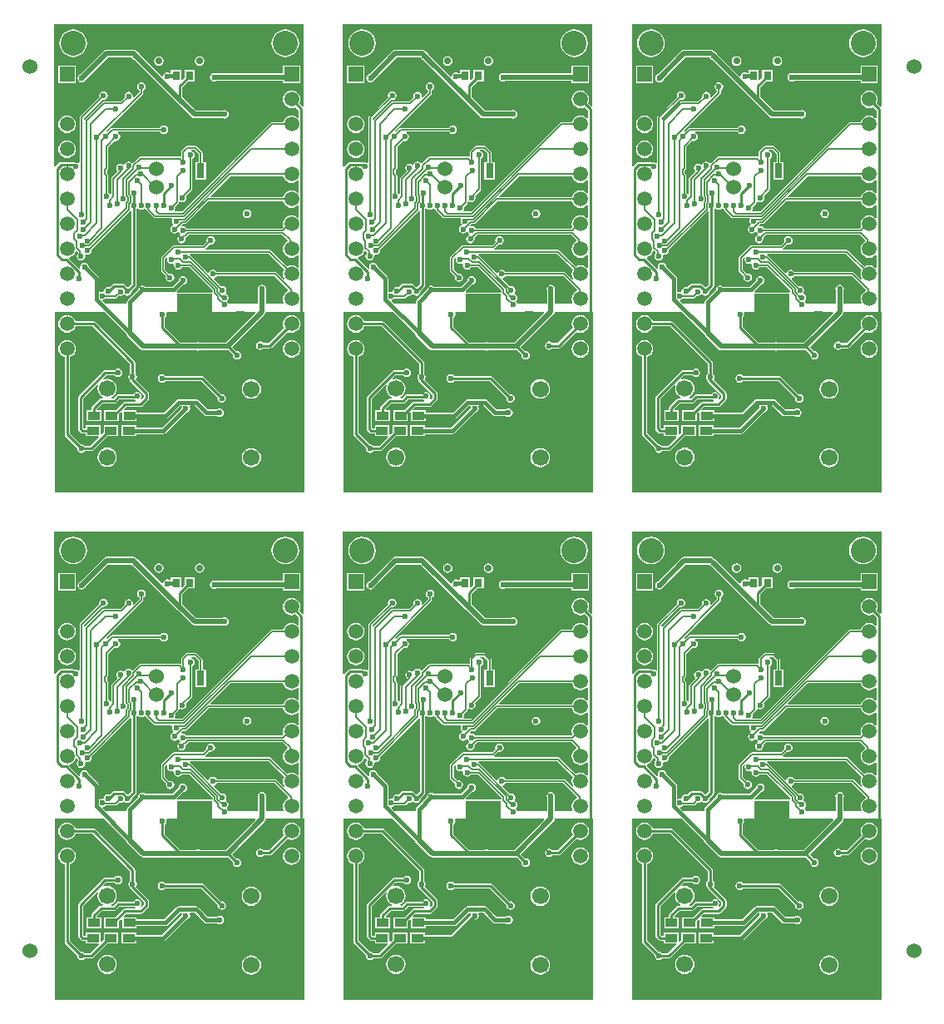
<source format=gbl>
G04*
G04 #@! TF.GenerationSoftware,Altium Limited,Altium Designer,19.0.10 (269)*
G04*
G04 Layer_Physical_Order=2*
G04 Layer_Color=16711680*
%FSLAX25Y25*%
%MOIN*%
G70*
G01*
G75*
%ADD13R,0.03150X0.03543*%
%ADD14R,0.03543X0.03150*%
%ADD35C,0.00500*%
%ADD36C,0.01000*%
%ADD37C,0.02000*%
%ADD38C,0.01500*%
%ADD40C,0.06000*%
%ADD41C,0.04819*%
%ADD42C,0.05906*%
%ADD43R,0.05906X0.05906*%
%ADD44C,0.06693*%
%ADD45C,0.02756*%
%ADD46C,0.10000*%
%ADD47C,0.02362*%
%ADD48C,0.01968*%
%ADD49R,0.03150X0.06000*%
%ADD50R,0.04921X0.03347*%
G36*
X459293Y456478D02*
X458793Y456271D01*
X457514Y457550D01*
X457813Y458272D01*
X457932Y459173D01*
X457813Y460075D01*
X457465Y460915D01*
X456911Y461636D01*
X456190Y462189D01*
X455350Y462537D01*
X454449Y462656D01*
X453548Y462537D01*
X452708Y462189D01*
X451986Y461636D01*
X451433Y460915D01*
X451085Y460075D01*
X450966Y459173D01*
X451085Y458272D01*
X451433Y457432D01*
X451986Y456711D01*
X452708Y456157D01*
X453548Y455809D01*
X454449Y455691D01*
X455350Y455809D01*
X456072Y456108D01*
X457382Y454798D01*
Y451795D01*
X457077Y451692D01*
X456882Y451658D01*
X456190Y452189D01*
X455350Y452537D01*
X454449Y452656D01*
X453548Y452537D01*
X452708Y452189D01*
X451986Y451636D01*
X451433Y450914D01*
X451085Y450075D01*
X451067Y449938D01*
X446710D01*
X446418Y449880D01*
X446170Y449714D01*
X446170Y449714D01*
X410694Y414238D01*
X407861D01*
X407594Y414738D01*
X407714Y414917D01*
X407844Y415573D01*
X407739Y416101D01*
X409090Y417451D01*
X409255Y417699D01*
X409314Y417992D01*
X409314Y417992D01*
X409814Y418238D01*
X410036Y418090D01*
X410691Y417959D01*
X411347Y418090D01*
X411903Y418461D01*
X412275Y419017D01*
X412405Y419673D01*
X412275Y420329D01*
X412199Y420442D01*
X414390Y422633D01*
X414555Y422881D01*
X414614Y423173D01*
Y435362D01*
X415061Y435661D01*
X415432Y436217D01*
X415563Y436873D01*
X415432Y437529D01*
X415061Y438085D01*
X414505Y438457D01*
X414245Y438509D01*
X414294Y439009D01*
X415732D01*
X417267Y437474D01*
Y434068D01*
X415956D01*
Y427068D01*
X420106D01*
Y434068D01*
X418796D01*
Y437791D01*
X418738Y438084D01*
X418572Y438332D01*
X416590Y440314D01*
X416341Y440480D01*
X416049Y440538D01*
X412605D01*
X412605Y440538D01*
X412313Y440480D01*
X412065Y440314D01*
X410408Y438657D01*
X410242Y438409D01*
X410184Y438117D01*
Y436485D01*
X409803Y436222D01*
X409684Y436191D01*
X409449Y436238D01*
X394018D01*
X393725Y436180D01*
X393477Y436014D01*
X393477Y436014D01*
X390981Y433517D01*
X390483Y433566D01*
X390361Y433749D01*
X389805Y434121D01*
X389149Y434251D01*
X388493Y434121D01*
X387937Y433749D01*
X387594Y433237D01*
X387490Y433176D01*
X387031Y433072D01*
X386605Y433357D01*
X385949Y433487D01*
X385293Y433357D01*
X384737Y432985D01*
X384365Y432429D01*
X384235Y431773D01*
X384365Y431117D01*
X384737Y430561D01*
X384760Y430321D01*
X382408Y427969D01*
X382242Y427721D01*
X382184Y427428D01*
Y421365D01*
X381684Y421214D01*
X381503Y421485D01*
X381055Y421784D01*
Y428654D01*
X381055Y428654D01*
X380997Y428947D01*
X380831Y429195D01*
X380831Y429195D01*
X380435Y429591D01*
Y430558D01*
X380831Y430954D01*
X380831Y430954D01*
X380997Y431202D01*
X381055Y431495D01*
X381055Y431495D01*
Y440098D01*
X383521Y442564D01*
X384049Y442459D01*
X384705Y442590D01*
X385261Y442961D01*
X385632Y443517D01*
X385763Y444173D01*
X385632Y444829D01*
X385261Y445385D01*
X384777Y445709D01*
X384792Y446010D01*
X384860Y446208D01*
X401738D01*
X402037Y445761D01*
X402593Y445390D01*
X403249Y445259D01*
X403905Y445390D01*
X404461Y445761D01*
X404833Y446317D01*
X404963Y446973D01*
X404833Y447629D01*
X404461Y448185D01*
X403905Y448557D01*
X403249Y448687D01*
X402593Y448557D01*
X402037Y448185D01*
X401738Y447738D01*
X382549D01*
X382549Y447738D01*
X382256Y447680D01*
X382008Y447514D01*
X380639Y446145D01*
X380455Y446191D01*
X380302Y446745D01*
X394790Y461233D01*
X394955Y461481D01*
X395014Y461773D01*
Y462762D01*
X395461Y463061D01*
X395832Y463617D01*
X395963Y464273D01*
X395832Y464929D01*
X395461Y465485D01*
X394905Y465857D01*
X394249Y465987D01*
X393593Y465857D01*
X393037Y465485D01*
X392665Y464929D01*
X392535Y464273D01*
X392665Y463617D01*
X393037Y463061D01*
X393484Y462762D01*
Y462090D01*
X391250Y459856D01*
X390789Y460102D01*
X390863Y460473D01*
X390733Y461129D01*
X390361Y461685D01*
X389805Y462057D01*
X389149Y462187D01*
X388493Y462057D01*
X387937Y461685D01*
X387565Y461129D01*
X387435Y460473D01*
X387540Y459946D01*
X385932Y458338D01*
X379149D01*
X378856Y458280D01*
X378608Y458114D01*
X371639Y451145D01*
X371240Y451231D01*
X371218Y451761D01*
X378521Y459064D01*
X379049Y458959D01*
X379705Y459090D01*
X380261Y459461D01*
X380632Y460017D01*
X380763Y460673D01*
X380632Y461329D01*
X380261Y461885D01*
X379705Y462257D01*
X379049Y462387D01*
X378393Y462257D01*
X377837Y461885D01*
X377465Y461329D01*
X377335Y460673D01*
X377440Y460146D01*
X369708Y452414D01*
X369542Y452166D01*
X369484Y451873D01*
Y433837D01*
X368984Y433570D01*
X368705Y433757D01*
X368049Y433887D01*
X367514Y433781D01*
X367448Y433847D01*
X367118Y434068D01*
X366727Y434146D01*
X362149D01*
X361759Y434068D01*
X361428Y433847D01*
X359793Y432212D01*
X359717Y432216D01*
X359293Y432373D01*
Y489173D01*
X459293D01*
Y456478D01*
D02*
G37*
G36*
X343545D02*
X343045Y456271D01*
X341766Y457550D01*
X342065Y458272D01*
X342183Y459173D01*
X342065Y460075D01*
X341717Y460915D01*
X341163Y461636D01*
X340442Y462189D01*
X339602Y462537D01*
X338701Y462656D01*
X337800Y462537D01*
X336960Y462189D01*
X336238Y461636D01*
X335685Y460915D01*
X335337Y460075D01*
X335218Y459173D01*
X335337Y458272D01*
X335685Y457432D01*
X336238Y456711D01*
X336960Y456157D01*
X337800Y455809D01*
X338701Y455691D01*
X339602Y455809D01*
X340324Y456108D01*
X341634Y454798D01*
Y451795D01*
X341329Y451692D01*
X341134Y451658D01*
X340442Y452189D01*
X339602Y452537D01*
X338701Y452656D01*
X337800Y452537D01*
X336960Y452189D01*
X336238Y451636D01*
X335685Y450914D01*
X335337Y450075D01*
X335319Y449938D01*
X330962D01*
X330670Y449880D01*
X330422Y449714D01*
X330422Y449714D01*
X294946Y414238D01*
X292113D01*
X291846Y414738D01*
X291966Y414917D01*
X292096Y415573D01*
X291991Y416101D01*
X293342Y417451D01*
X293507Y417699D01*
X293566Y417992D01*
X293566Y417992D01*
X294065Y418238D01*
X294287Y418090D01*
X294943Y417959D01*
X295599Y418090D01*
X296155Y418461D01*
X296527Y419017D01*
X296657Y419673D01*
X296527Y420329D01*
X296451Y420442D01*
X298642Y422633D01*
X298807Y422881D01*
X298866Y423173D01*
Y435362D01*
X299313Y435661D01*
X299684Y436217D01*
X299815Y436873D01*
X299684Y437529D01*
X299313Y438085D01*
X298757Y438457D01*
X298497Y438509D01*
X298546Y439009D01*
X299984D01*
X301519Y437474D01*
Y434068D01*
X300208D01*
Y427068D01*
X304358D01*
Y434068D01*
X303048D01*
Y437791D01*
X302990Y438084D01*
X302824Y438332D01*
X300842Y440314D01*
X300593Y440480D01*
X300301Y440538D01*
X296857D01*
X296857Y440538D01*
X296565Y440480D01*
X296317Y440314D01*
X294660Y438657D01*
X294494Y438409D01*
X294436Y438117D01*
Y436485D01*
X294055Y436222D01*
X293936Y436191D01*
X293701Y436238D01*
X278270D01*
X277977Y436180D01*
X277729Y436014D01*
X277729Y436014D01*
X275233Y433517D01*
X274735Y433566D01*
X274613Y433749D01*
X274057Y434121D01*
X273401Y434251D01*
X272745Y434121D01*
X272189Y433749D01*
X271846Y433237D01*
X271742Y433176D01*
X271283Y433072D01*
X270857Y433357D01*
X270201Y433487D01*
X269545Y433357D01*
X268989Y432985D01*
X268617Y432429D01*
X268487Y431773D01*
X268617Y431117D01*
X268989Y430561D01*
X269012Y430321D01*
X266660Y427969D01*
X266494Y427721D01*
X266436Y427428D01*
Y421365D01*
X265936Y421214D01*
X265755Y421485D01*
X265307Y421784D01*
Y428654D01*
X265307Y428654D01*
X265249Y428947D01*
X265083Y429195D01*
X265083Y429195D01*
X264687Y429591D01*
Y430558D01*
X265083Y430954D01*
X265083Y430954D01*
X265249Y431202D01*
X265307Y431495D01*
X265307Y431495D01*
Y440098D01*
X267773Y442564D01*
X268301Y442459D01*
X268957Y442590D01*
X269513Y442961D01*
X269884Y443517D01*
X270015Y444173D01*
X269884Y444829D01*
X269513Y445385D01*
X269029Y445709D01*
X269044Y446010D01*
X269112Y446208D01*
X285990D01*
X286289Y445761D01*
X286845Y445390D01*
X287501Y445259D01*
X288157Y445390D01*
X288713Y445761D01*
X289084Y446317D01*
X289215Y446973D01*
X289084Y447629D01*
X288713Y448185D01*
X288157Y448557D01*
X287501Y448687D01*
X286845Y448557D01*
X286289Y448185D01*
X285990Y447738D01*
X266801D01*
X266801Y447738D01*
X266508Y447680D01*
X266260Y447514D01*
X264891Y446145D01*
X264707Y446191D01*
X264554Y446745D01*
X279042Y461233D01*
X279207Y461481D01*
X279265Y461773D01*
Y462762D01*
X279713Y463061D01*
X280084Y463617D01*
X280215Y464273D01*
X280084Y464929D01*
X279713Y465485D01*
X279157Y465857D01*
X278501Y465987D01*
X277845Y465857D01*
X277289Y465485D01*
X276917Y464929D01*
X276787Y464273D01*
X276917Y463617D01*
X277289Y463061D01*
X277736Y462762D01*
Y462090D01*
X275502Y459856D01*
X275041Y460102D01*
X275115Y460473D01*
X274984Y461129D01*
X274613Y461685D01*
X274057Y462057D01*
X273401Y462187D01*
X272745Y462057D01*
X272189Y461685D01*
X271817Y461129D01*
X271687Y460473D01*
X271792Y459946D01*
X270184Y458338D01*
X263401D01*
X263108Y458280D01*
X262860Y458114D01*
X255891Y451145D01*
X255492Y451231D01*
X255470Y451761D01*
X262773Y459064D01*
X263301Y458959D01*
X263957Y459090D01*
X264513Y459461D01*
X264884Y460017D01*
X265015Y460673D01*
X264884Y461329D01*
X264513Y461885D01*
X263957Y462257D01*
X263301Y462387D01*
X262645Y462257D01*
X262089Y461885D01*
X261717Y461329D01*
X261587Y460673D01*
X261692Y460146D01*
X253960Y452414D01*
X253794Y452166D01*
X253736Y451873D01*
Y433837D01*
X253236Y433570D01*
X252957Y433757D01*
X252301Y433887D01*
X251766Y433781D01*
X251700Y433847D01*
X251370Y434068D01*
X250979Y434146D01*
X246401D01*
X246011Y434068D01*
X245680Y433847D01*
X244045Y432212D01*
X243969Y432216D01*
X243545Y432373D01*
Y489173D01*
X343545D01*
Y456478D01*
D02*
G37*
G36*
X227797D02*
X227297Y456271D01*
X226018Y457550D01*
X226317Y458272D01*
X226435Y459173D01*
X226317Y460075D01*
X225969Y460915D01*
X225415Y461636D01*
X224694Y462189D01*
X223854Y462537D01*
X222953Y462656D01*
X222052Y462537D01*
X221212Y462189D01*
X220490Y461636D01*
X219937Y460915D01*
X219589Y460075D01*
X219470Y459173D01*
X219589Y458272D01*
X219937Y457432D01*
X220490Y456711D01*
X221212Y456157D01*
X222052Y455809D01*
X222953Y455691D01*
X223854Y455809D01*
X224576Y456108D01*
X225886Y454798D01*
Y451795D01*
X225580Y451692D01*
X225386Y451658D01*
X224694Y452189D01*
X223854Y452537D01*
X222953Y452656D01*
X222052Y452537D01*
X221212Y452189D01*
X220490Y451636D01*
X219937Y450914D01*
X219589Y450075D01*
X219571Y449938D01*
X215214D01*
X214922Y449880D01*
X214674Y449714D01*
X214674Y449714D01*
X179198Y414238D01*
X176365D01*
X176098Y414738D01*
X176218Y414917D01*
X176348Y415573D01*
X176243Y416101D01*
X177594Y417451D01*
X177759Y417699D01*
X177817Y417992D01*
X177817Y417992D01*
X178317Y418238D01*
X178539Y418090D01*
X179195Y417959D01*
X179851Y418090D01*
X180407Y418461D01*
X180779Y419017D01*
X180909Y419673D01*
X180779Y420329D01*
X180703Y420442D01*
X182894Y422633D01*
X183059Y422881D01*
X183117Y423173D01*
Y435362D01*
X183565Y435661D01*
X183936Y436217D01*
X184067Y436873D01*
X183936Y437529D01*
X183565Y438085D01*
X183009Y438457D01*
X182748Y438509D01*
X182798Y439009D01*
X184236D01*
X185770Y437474D01*
Y434068D01*
X184460D01*
Y427068D01*
X188610D01*
Y434068D01*
X187300D01*
Y437791D01*
X187242Y438084D01*
X187076Y438332D01*
X185093Y440314D01*
X184845Y440480D01*
X184553Y440538D01*
X181109D01*
X181109Y440538D01*
X180817Y440480D01*
X180569Y440314D01*
X178912Y438657D01*
X178746Y438409D01*
X178688Y438117D01*
Y436485D01*
X178307Y436222D01*
X178188Y436191D01*
X177953Y436238D01*
X162522D01*
X162229Y436180D01*
X161981Y436014D01*
X161981Y436014D01*
X159485Y433517D01*
X158987Y433566D01*
X158865Y433749D01*
X158309Y434121D01*
X157653Y434251D01*
X156997Y434121D01*
X156441Y433749D01*
X156098Y433237D01*
X155994Y433176D01*
X155535Y433072D01*
X155109Y433357D01*
X154453Y433487D01*
X153797Y433357D01*
X153241Y432985D01*
X152869Y432429D01*
X152739Y431773D01*
X152869Y431117D01*
X153241Y430561D01*
X153264Y430321D01*
X150912Y427969D01*
X150746Y427721D01*
X150688Y427428D01*
Y421365D01*
X150188Y421214D01*
X150006Y421485D01*
X149559Y421784D01*
Y428654D01*
X149559Y428654D01*
X149501Y428947D01*
X149335Y429195D01*
X149335Y429195D01*
X148939Y429591D01*
Y430558D01*
X149335Y430954D01*
X149335Y430954D01*
X149501Y431202D01*
X149559Y431495D01*
X149559Y431495D01*
Y440098D01*
X152025Y442564D01*
X152553Y442459D01*
X153209Y442590D01*
X153765Y442961D01*
X154136Y443517D01*
X154267Y444173D01*
X154136Y444829D01*
X153765Y445385D01*
X153281Y445709D01*
X153296Y446010D01*
X153364Y446208D01*
X170242D01*
X170541Y445761D01*
X171097Y445390D01*
X171753Y445259D01*
X172409Y445390D01*
X172965Y445761D01*
X173336Y446317D01*
X173467Y446973D01*
X173336Y447629D01*
X172965Y448185D01*
X172409Y448557D01*
X171753Y448687D01*
X171097Y448557D01*
X170541Y448185D01*
X170242Y447738D01*
X151053D01*
X151053Y447738D01*
X150760Y447680D01*
X150512Y447514D01*
X149143Y446145D01*
X148959Y446191D01*
X148806Y446745D01*
X163294Y461233D01*
X163459Y461481D01*
X163517Y461773D01*
Y462762D01*
X163965Y463061D01*
X164336Y463617D01*
X164467Y464273D01*
X164336Y464929D01*
X163965Y465485D01*
X163409Y465857D01*
X162753Y465987D01*
X162097Y465857D01*
X161541Y465485D01*
X161169Y464929D01*
X161039Y464273D01*
X161169Y463617D01*
X161541Y463061D01*
X161988Y462762D01*
Y462090D01*
X159754Y459856D01*
X159293Y460102D01*
X159367Y460473D01*
X159236Y461129D01*
X158865Y461685D01*
X158309Y462057D01*
X157653Y462187D01*
X156997Y462057D01*
X156441Y461685D01*
X156069Y461129D01*
X155939Y460473D01*
X156044Y459946D01*
X154436Y458338D01*
X147653D01*
X147360Y458280D01*
X147112Y458114D01*
X140143Y451145D01*
X139744Y451231D01*
X139722Y451761D01*
X147025Y459064D01*
X147553Y458959D01*
X148209Y459090D01*
X148765Y459461D01*
X149136Y460017D01*
X149267Y460673D01*
X149136Y461329D01*
X148765Y461885D01*
X148209Y462257D01*
X147553Y462387D01*
X146897Y462257D01*
X146341Y461885D01*
X145969Y461329D01*
X145839Y460673D01*
X145944Y460146D01*
X138212Y452414D01*
X138046Y452166D01*
X137988Y451873D01*
Y433837D01*
X137488Y433570D01*
X137209Y433757D01*
X136553Y433887D01*
X136018Y433781D01*
X135952Y433847D01*
X135622Y434068D01*
X135231Y434146D01*
X130653D01*
X130263Y434068D01*
X129932Y433847D01*
X128297Y432212D01*
X128221Y432216D01*
X127797Y432373D01*
Y489173D01*
X227797D01*
Y456478D01*
D02*
G37*
G36*
X451085Y428272D02*
X451433Y427432D01*
X451986Y426711D01*
X452708Y426157D01*
X453548Y425809D01*
X454449Y425691D01*
X455350Y425809D01*
X456190Y426157D01*
X456882Y426688D01*
X457077Y426655D01*
X457382Y426551D01*
Y421796D01*
X457077Y421692D01*
X456882Y421658D01*
X456190Y422189D01*
X455350Y422537D01*
X454449Y422656D01*
X453548Y422537D01*
X452708Y422189D01*
X451986Y421636D01*
X451433Y420915D01*
X451085Y420075D01*
X451067Y419938D01*
X422038D01*
X421847Y420400D01*
X429856Y428408D01*
X451067D01*
X451085Y428272D01*
D02*
G37*
G36*
X335337D02*
X335685Y427432D01*
X336238Y426711D01*
X336960Y426157D01*
X337800Y425809D01*
X338701Y425691D01*
X339602Y425809D01*
X340442Y426157D01*
X341134Y426688D01*
X341329Y426655D01*
X341634Y426551D01*
Y421796D01*
X341329Y421692D01*
X341134Y421658D01*
X340442Y422189D01*
X339602Y422537D01*
X338701Y422656D01*
X337800Y422537D01*
X336960Y422189D01*
X336238Y421636D01*
X335685Y420915D01*
X335337Y420075D01*
X335319Y419938D01*
X306290D01*
X306099Y420400D01*
X314107Y428408D01*
X335319D01*
X335337Y428272D01*
D02*
G37*
G36*
X219589D02*
X219937Y427432D01*
X220490Y426711D01*
X221212Y426157D01*
X222052Y425809D01*
X222953Y425691D01*
X223854Y425809D01*
X224694Y426157D01*
X225386Y426688D01*
X225580Y426655D01*
X225886Y426551D01*
Y421796D01*
X225580Y421692D01*
X225386Y421658D01*
X224694Y422189D01*
X223854Y422537D01*
X222953Y422656D01*
X222052Y422537D01*
X221212Y422189D01*
X220490Y421636D01*
X219937Y420915D01*
X219589Y420075D01*
X219571Y419938D01*
X190542D01*
X190351Y420400D01*
X198360Y428408D01*
X219571D01*
X219589Y428272D01*
D02*
G37*
G36*
X396335Y415028D02*
X396374Y414835D01*
X396539Y414587D01*
X399194Y411933D01*
X399442Y411767D01*
X399735Y411708D01*
X406351D01*
X406618Y411208D01*
X406565Y411129D01*
X406435Y410473D01*
X406565Y409817D01*
X406937Y409261D01*
X407031Y409198D01*
X406926Y408667D01*
X406879Y408658D01*
X406322Y408287D01*
X405951Y407730D01*
X405821Y407074D01*
X405951Y406419D01*
X406322Y405863D01*
X406879Y405491D01*
X407535Y405361D01*
X408190Y405491D01*
X408746Y405863D01*
X408774Y405903D01*
X408921Y405931D01*
X409351Y405867D01*
X409637Y405439D01*
X409849Y405298D01*
X409743Y404767D01*
X409693Y404757D01*
X409137Y404385D01*
X408765Y403829D01*
X408635Y403173D01*
X408765Y402517D01*
X409137Y401961D01*
X409693Y401590D01*
X410349Y401459D01*
X411005Y401590D01*
X411561Y401961D01*
X411932Y402517D01*
X412063Y403173D01*
X411958Y403701D01*
X413144Y404887D01*
X450754D01*
X452851Y402790D01*
X452738Y402202D01*
X452708Y402189D01*
X451986Y401636D01*
X451433Y400914D01*
X451085Y400075D01*
X450966Y399173D01*
X451085Y398272D01*
X451433Y397432D01*
X451986Y396711D01*
X452708Y396157D01*
X453548Y395809D01*
X454449Y395691D01*
X455350Y395809D01*
X456190Y396157D01*
X456882Y396688D01*
X457077Y396655D01*
X457382Y396551D01*
Y391795D01*
X457077Y391692D01*
X456882Y391658D01*
X456190Y392189D01*
X455350Y392537D01*
X454449Y392656D01*
X453548Y392537D01*
X452708Y392189D01*
X452598Y392105D01*
X446107Y398597D01*
X445858Y398763D01*
X445566Y398821D01*
X420099D01*
X420017Y398921D01*
X419904Y399447D01*
X421521Y401064D01*
X422049Y400959D01*
X422705Y401090D01*
X423261Y401461D01*
X423632Y402017D01*
X423763Y402673D01*
X423632Y403329D01*
X423261Y403885D01*
X422705Y404257D01*
X422049Y404387D01*
X421393Y404257D01*
X420837Y403885D01*
X420465Y403329D01*
X420335Y402673D01*
X420440Y402146D01*
X419046Y400752D01*
X407363D01*
X407070Y400694D01*
X406822Y400528D01*
X402408Y396114D01*
X402242Y395866D01*
X402184Y395573D01*
Y390573D01*
X402242Y390281D01*
X402408Y390033D01*
X404140Y388301D01*
X404035Y387773D01*
X404165Y387117D01*
X404537Y386561D01*
X405093Y386190D01*
X405749Y386059D01*
X406405Y386190D01*
X406961Y386561D01*
X407333Y387117D01*
X407463Y387773D01*
X407333Y388429D01*
X406961Y388985D01*
X406405Y389357D01*
X405749Y389487D01*
X405221Y389382D01*
X403714Y390890D01*
Y395256D01*
X404129Y395672D01*
X404636Y395524D01*
X404658Y395494D01*
X404535Y394873D01*
X404665Y394217D01*
X405037Y393661D01*
X405593Y393290D01*
X406249Y393159D01*
X406905Y393290D01*
X406954Y393323D01*
X407404Y393022D01*
X407335Y392673D01*
X407465Y392017D01*
X407837Y391461D01*
X408393Y391090D01*
X409049Y390959D01*
X409705Y391090D01*
X410261Y391461D01*
X410518Y391846D01*
X413566D01*
X422776Y382637D01*
X422762Y382087D01*
X422510Y381868D01*
X422370Y381814D01*
X408600Y381814D01*
X408356Y382268D01*
X408355Y382276D01*
X410959Y384881D01*
X411505Y384990D01*
X412061Y385361D01*
X412432Y385917D01*
X412563Y386573D01*
X412432Y387229D01*
X412061Y387785D01*
X411505Y388157D01*
X410849Y388287D01*
X410193Y388157D01*
X409637Y387785D01*
X409265Y387229D01*
X409157Y386683D01*
X406573Y384100D01*
X395780D01*
X395317Y384409D01*
X394661Y384539D01*
X394005Y384409D01*
X393449Y384037D01*
X393078Y383481D01*
X392969Y382936D01*
X388798Y378764D01*
X388521Y378351D01*
X388424Y377863D01*
Y377190D01*
X379835D01*
X378738Y378287D01*
X378902Y378830D01*
X379205Y378890D01*
X379761Y379261D01*
X379888Y379451D01*
X384007D01*
X384299Y379509D01*
X384547Y379675D01*
X385400Y380527D01*
X385875Y380433D01*
X386531Y380563D01*
X386995Y380873D01*
X387271Y380918D01*
X387654Y380883D01*
X388093Y380590D01*
X388749Y380459D01*
X389405Y380590D01*
X389961Y380961D01*
X390333Y381517D01*
X390463Y382173D01*
X390418Y382400D01*
X391970Y383952D01*
X392191Y384283D01*
X392268Y384673D01*
Y415167D01*
X392724Y415340D01*
X393023Y415303D01*
X393493Y414990D01*
X394149Y414859D01*
X394805Y414990D01*
X395361Y415361D01*
X395837D01*
X396335Y415028D01*
D02*
G37*
G36*
X280587D02*
X280626Y414835D01*
X280791Y414587D01*
X283446Y411933D01*
X283694Y411767D01*
X283987Y411708D01*
X290603D01*
X290870Y411208D01*
X290817Y411129D01*
X290687Y410473D01*
X290817Y409817D01*
X291189Y409261D01*
X291283Y409198D01*
X291178Y408667D01*
X291130Y408658D01*
X290575Y408287D01*
X290203Y407730D01*
X290072Y407074D01*
X290203Y406419D01*
X290575Y405863D01*
X291130Y405491D01*
X291787Y405361D01*
X292442Y405491D01*
X292999Y405863D01*
X293026Y405903D01*
X293173Y405931D01*
X293603Y405867D01*
X293889Y405439D01*
X294101Y405298D01*
X293995Y404767D01*
X293945Y404757D01*
X293389Y404385D01*
X293017Y403829D01*
X292887Y403173D01*
X293017Y402517D01*
X293389Y401961D01*
X293945Y401590D01*
X294601Y401459D01*
X295257Y401590D01*
X295813Y401961D01*
X296184Y402517D01*
X296315Y403173D01*
X296210Y403701D01*
X297396Y404887D01*
X335006D01*
X337103Y402790D01*
X336990Y402202D01*
X336960Y402189D01*
X336238Y401636D01*
X335685Y400914D01*
X335337Y400075D01*
X335218Y399173D01*
X335337Y398272D01*
X335685Y397432D01*
X336238Y396711D01*
X336960Y396157D01*
X337800Y395809D01*
X338701Y395691D01*
X339602Y395809D01*
X340442Y396157D01*
X341134Y396688D01*
X341329Y396655D01*
X341634Y396551D01*
Y391795D01*
X341329Y391692D01*
X341134Y391658D01*
X340442Y392189D01*
X339602Y392537D01*
X338701Y392656D01*
X337800Y392537D01*
X336960Y392189D01*
X336850Y392105D01*
X330359Y398597D01*
X330110Y398763D01*
X329818Y398821D01*
X304351D01*
X304269Y398921D01*
X304156Y399447D01*
X305773Y401064D01*
X306301Y400959D01*
X306957Y401090D01*
X307513Y401461D01*
X307884Y402017D01*
X308015Y402673D01*
X307884Y403329D01*
X307513Y403885D01*
X306957Y404257D01*
X306301Y404387D01*
X305645Y404257D01*
X305089Y403885D01*
X304717Y403329D01*
X304587Y402673D01*
X304692Y402146D01*
X303298Y400752D01*
X291615D01*
X291322Y400694D01*
X291074Y400528D01*
X286660Y396114D01*
X286494Y395866D01*
X286436Y395573D01*
Y390573D01*
X286494Y390281D01*
X286660Y390033D01*
X288392Y388301D01*
X288287Y387773D01*
X288417Y387117D01*
X288789Y386561D01*
X289345Y386190D01*
X290001Y386059D01*
X290657Y386190D01*
X291213Y386561D01*
X291584Y387117D01*
X291715Y387773D01*
X291584Y388429D01*
X291213Y388985D01*
X290657Y389357D01*
X290001Y389487D01*
X289473Y389382D01*
X287965Y390890D01*
Y395256D01*
X288381Y395672D01*
X288888Y395524D01*
X288910Y395494D01*
X288787Y394873D01*
X288917Y394217D01*
X289289Y393661D01*
X289845Y393290D01*
X290501Y393159D01*
X291157Y393290D01*
X291206Y393323D01*
X291656Y393022D01*
X291587Y392673D01*
X291717Y392017D01*
X292089Y391461D01*
X292645Y391090D01*
X293301Y390959D01*
X293957Y391090D01*
X294513Y391461D01*
X294770Y391846D01*
X297818D01*
X307027Y382637D01*
X307014Y382087D01*
X306762Y381868D01*
X306622Y381814D01*
X292852Y381814D01*
X292608Y382268D01*
X292606Y382276D01*
X295211Y384881D01*
X295757Y384990D01*
X296313Y385361D01*
X296684Y385917D01*
X296815Y386573D01*
X296684Y387229D01*
X296313Y387785D01*
X295757Y388157D01*
X295101Y388287D01*
X294445Y388157D01*
X293889Y387785D01*
X293517Y387229D01*
X293409Y386683D01*
X290825Y384100D01*
X280032D01*
X279569Y384409D01*
X278913Y384539D01*
X278257Y384409D01*
X277701Y384037D01*
X277330Y383481D01*
X277221Y382936D01*
X273050Y378764D01*
X272773Y378351D01*
X272676Y377863D01*
Y377190D01*
X264087D01*
X262989Y378287D01*
X263154Y378830D01*
X263457Y378890D01*
X264013Y379261D01*
X264140Y379451D01*
X268258D01*
X268551Y379509D01*
X268799Y379675D01*
X269652Y380527D01*
X270127Y380433D01*
X270783Y380563D01*
X271247Y380873D01*
X271523Y380918D01*
X271906Y380883D01*
X272345Y380590D01*
X273001Y380459D01*
X273657Y380590D01*
X274213Y380961D01*
X274584Y381517D01*
X274715Y382173D01*
X274670Y382400D01*
X276222Y383952D01*
X276443Y384283D01*
X276520Y384673D01*
Y415167D01*
X276976Y415340D01*
X277275Y415303D01*
X277745Y414990D01*
X278401Y414859D01*
X279057Y414990D01*
X279613Y415361D01*
X280089D01*
X280587Y415028D01*
D02*
G37*
G36*
X164839D02*
X164877Y414835D01*
X165043Y414587D01*
X167698Y411933D01*
X167946Y411767D01*
X168239Y411708D01*
X174855D01*
X175122Y411208D01*
X175069Y411129D01*
X174939Y410473D01*
X175069Y409817D01*
X175441Y409261D01*
X175535Y409198D01*
X175429Y408667D01*
X175382Y408658D01*
X174826Y408287D01*
X174455Y407730D01*
X174324Y407074D01*
X174455Y406419D01*
X174826Y405863D01*
X175382Y405491D01*
X176038Y405361D01*
X176694Y405491D01*
X177250Y405863D01*
X177278Y405903D01*
X177425Y405931D01*
X177855Y405867D01*
X178141Y405439D01*
X178353Y405298D01*
X178247Y404767D01*
X178197Y404757D01*
X177641Y404385D01*
X177269Y403829D01*
X177139Y403173D01*
X177269Y402517D01*
X177641Y401961D01*
X178197Y401590D01*
X178853Y401459D01*
X179509Y401590D01*
X180065Y401961D01*
X180436Y402517D01*
X180567Y403173D01*
X180462Y403701D01*
X181648Y404887D01*
X219258D01*
X221355Y402790D01*
X221241Y402202D01*
X221212Y402189D01*
X220490Y401636D01*
X219937Y400914D01*
X219589Y400075D01*
X219470Y399173D01*
X219589Y398272D01*
X219937Y397432D01*
X220490Y396711D01*
X221212Y396157D01*
X222052Y395809D01*
X222953Y395691D01*
X223854Y395809D01*
X224694Y396157D01*
X225386Y396688D01*
X225580Y396655D01*
X225886Y396551D01*
Y391795D01*
X225580Y391692D01*
X225386Y391658D01*
X224694Y392189D01*
X223854Y392537D01*
X222953Y392656D01*
X222052Y392537D01*
X221212Y392189D01*
X221102Y392105D01*
X214610Y398597D01*
X214362Y398763D01*
X214070Y398821D01*
X188603D01*
X188521Y398921D01*
X188408Y399447D01*
X190025Y401064D01*
X190553Y400959D01*
X191209Y401090D01*
X191765Y401461D01*
X192136Y402017D01*
X192267Y402673D01*
X192136Y403329D01*
X191765Y403885D01*
X191209Y404257D01*
X190553Y404387D01*
X189897Y404257D01*
X189341Y403885D01*
X188969Y403329D01*
X188839Y402673D01*
X188944Y402146D01*
X187550Y400752D01*
X175867D01*
X175574Y400694D01*
X175326Y400528D01*
X170912Y396114D01*
X170746Y395866D01*
X170688Y395573D01*
Y390573D01*
X170746Y390281D01*
X170912Y390033D01*
X172644Y388301D01*
X172539Y387773D01*
X172669Y387117D01*
X173041Y386561D01*
X173597Y386190D01*
X174253Y386059D01*
X174909Y386190D01*
X175465Y386561D01*
X175836Y387117D01*
X175967Y387773D01*
X175836Y388429D01*
X175465Y388985D01*
X174909Y389357D01*
X174253Y389487D01*
X173725Y389382D01*
X172218Y390890D01*
Y395256D01*
X172633Y395672D01*
X173140Y395524D01*
X173162Y395494D01*
X173039Y394873D01*
X173169Y394217D01*
X173541Y393661D01*
X174097Y393290D01*
X174753Y393159D01*
X175409Y393290D01*
X175458Y393323D01*
X175908Y393022D01*
X175839Y392673D01*
X175969Y392017D01*
X176341Y391461D01*
X176897Y391090D01*
X177553Y390959D01*
X178209Y391090D01*
X178765Y391461D01*
X179022Y391846D01*
X182070D01*
X191279Y382637D01*
X191266Y382087D01*
X191014Y381868D01*
X190874Y381814D01*
X177104Y381814D01*
X176860Y382268D01*
X176858Y382276D01*
X179463Y384881D01*
X180009Y384990D01*
X180565Y385361D01*
X180936Y385917D01*
X181067Y386573D01*
X180936Y387229D01*
X180565Y387785D01*
X180009Y388157D01*
X179353Y388287D01*
X178697Y388157D01*
X178141Y387785D01*
X177769Y387229D01*
X177661Y386683D01*
X175077Y384100D01*
X164284D01*
X163821Y384409D01*
X163165Y384539D01*
X162509Y384409D01*
X161953Y384037D01*
X161582Y383481D01*
X161473Y382936D01*
X157302Y378764D01*
X157025Y378351D01*
X156928Y377863D01*
Y377190D01*
X148339D01*
X147241Y378287D01*
X147406Y378830D01*
X147709Y378890D01*
X148265Y379261D01*
X148391Y379451D01*
X152510D01*
X152803Y379509D01*
X153051Y379675D01*
X153903Y380527D01*
X154379Y380433D01*
X155035Y380563D01*
X155499Y380873D01*
X155775Y380918D01*
X156158Y380883D01*
X156597Y380590D01*
X157253Y380459D01*
X157909Y380590D01*
X158465Y380961D01*
X158836Y381517D01*
X158967Y382173D01*
X158922Y382400D01*
X160474Y383952D01*
X160695Y384283D01*
X160772Y384673D01*
Y415167D01*
X161228Y415340D01*
X161527Y415303D01*
X161997Y414990D01*
X162653Y414859D01*
X163309Y414990D01*
X163865Y415361D01*
X164341D01*
X164839Y415028D01*
D02*
G37*
G36*
X451085Y418272D02*
X451433Y417432D01*
X451986Y416711D01*
X452708Y416157D01*
X453548Y415809D01*
X454449Y415691D01*
X455350Y415809D01*
X456190Y416157D01*
X456882Y416688D01*
X457077Y416655D01*
X457382Y416551D01*
Y411796D01*
X457077Y411692D01*
X456882Y411658D01*
X456190Y412189D01*
X455350Y412537D01*
X454449Y412656D01*
X453548Y412537D01*
X452708Y412189D01*
X451986Y411636D01*
X451433Y410915D01*
X451085Y410075D01*
X450966Y409173D01*
X451085Y408272D01*
X451224Y407935D01*
X450705Y407416D01*
X412360D01*
X412061Y407863D01*
X411505Y408235D01*
X410849Y408365D01*
X410556Y408307D01*
X410309Y408768D01*
X410850Y409308D01*
X411853D01*
X412146Y409367D01*
X412394Y409532D01*
X421270Y418408D01*
X451067D01*
X451085Y418272D01*
D02*
G37*
G36*
X335337D02*
X335685Y417432D01*
X336238Y416711D01*
X336960Y416157D01*
X337800Y415809D01*
X338701Y415691D01*
X339602Y415809D01*
X340442Y416157D01*
X341134Y416688D01*
X341329Y416655D01*
X341634Y416551D01*
Y411796D01*
X341329Y411692D01*
X341134Y411658D01*
X340442Y412189D01*
X339602Y412537D01*
X338701Y412656D01*
X337800Y412537D01*
X336960Y412189D01*
X336238Y411636D01*
X335685Y410915D01*
X335337Y410075D01*
X335218Y409173D01*
X335337Y408272D01*
X335476Y407935D01*
X334957Y407416D01*
X296612D01*
X296313Y407863D01*
X295757Y408235D01*
X295101Y408365D01*
X294808Y408307D01*
X294561Y408768D01*
X295102Y409308D01*
X296105D01*
X296398Y409367D01*
X296646Y409532D01*
X305522Y418408D01*
X335319D01*
X335337Y418272D01*
D02*
G37*
G36*
X219589D02*
X219937Y417432D01*
X220490Y416711D01*
X221212Y416157D01*
X222052Y415809D01*
X222953Y415691D01*
X223854Y415809D01*
X224694Y416157D01*
X225386Y416688D01*
X225580Y416655D01*
X225886Y416551D01*
Y411796D01*
X225580Y411692D01*
X225386Y411658D01*
X224694Y412189D01*
X223854Y412537D01*
X222953Y412656D01*
X222052Y412537D01*
X221212Y412189D01*
X220490Y411636D01*
X219937Y410915D01*
X219589Y410075D01*
X219470Y409173D01*
X219589Y408272D01*
X219728Y407935D01*
X219209Y407416D01*
X180864D01*
X180565Y407863D01*
X180009Y408235D01*
X179353Y408365D01*
X179060Y408307D01*
X178813Y408768D01*
X179354Y409308D01*
X180357D01*
X180650Y409367D01*
X180898Y409532D01*
X189774Y418408D01*
X219571D01*
X219589Y418272D01*
D02*
G37*
G36*
X390229Y414223D02*
Y385096D01*
X388976Y383842D01*
X388749Y383887D01*
X388676Y383873D01*
X387500Y385049D01*
X387169Y385270D01*
X386779Y385347D01*
X383361D01*
X382971Y385270D01*
X382640Y385049D01*
X381474Y383883D01*
X380949Y383987D01*
X380293Y383857D01*
X379737Y383485D01*
X379365Y382929D01*
X379235Y382273D01*
X378750Y382147D01*
X378549Y382187D01*
X377893Y382057D01*
X377833Y382017D01*
X377392Y382253D01*
Y387304D01*
X377295Y387792D01*
X377019Y388206D01*
X373141Y392084D01*
X373032Y392629D01*
X372661Y393185D01*
X372105Y393557D01*
X371449Y393687D01*
X370793Y393557D01*
X370237Y393185D01*
X369865Y392629D01*
X369735Y391973D01*
X369821Y391540D01*
X369360Y391294D01*
X365307Y395347D01*
X365493Y395868D01*
X366190Y396157D01*
X366911Y396711D01*
X367465Y397432D01*
X367813Y398272D01*
X367827Y398379D01*
X368300Y398540D01*
X368844Y397997D01*
X368837Y397456D01*
X368465Y396900D01*
X368335Y396244D01*
X368465Y395588D01*
X368837Y395032D01*
X369393Y394660D01*
X370049Y394530D01*
X370705Y394660D01*
X371261Y395032D01*
X371633Y395588D01*
X371763Y396244D01*
X371705Y396534D01*
X371708Y396541D01*
X372138Y396919D01*
X372548Y396837D01*
X373204Y396968D01*
X373760Y397340D01*
X374131Y397896D01*
X374262Y398552D01*
X374198Y398874D01*
X389729Y414406D01*
X390229Y414223D01*
D02*
G37*
G36*
X274481D02*
Y385096D01*
X273228Y383842D01*
X273001Y383887D01*
X272928Y383873D01*
X271752Y385049D01*
X271421Y385270D01*
X271031Y385347D01*
X267613D01*
X267223Y385270D01*
X266892Y385049D01*
X265726Y383883D01*
X265201Y383987D01*
X264545Y383857D01*
X263989Y383485D01*
X263617Y382929D01*
X263487Y382273D01*
X263002Y382147D01*
X262801Y382187D01*
X262145Y382057D01*
X262085Y382017D01*
X261644Y382253D01*
Y387304D01*
X261547Y387792D01*
X261271Y388206D01*
X257393Y392084D01*
X257284Y392629D01*
X256913Y393185D01*
X256357Y393557D01*
X255701Y393687D01*
X255045Y393557D01*
X254489Y393185D01*
X254117Y392629D01*
X253987Y391973D01*
X254073Y391540D01*
X253612Y391294D01*
X249559Y395347D01*
X249745Y395868D01*
X250442Y396157D01*
X251163Y396711D01*
X251717Y397432D01*
X252065Y398272D01*
X252079Y398379D01*
X252552Y398540D01*
X253096Y397997D01*
X253089Y397456D01*
X252717Y396900D01*
X252587Y396244D01*
X252717Y395588D01*
X253089Y395032D01*
X253645Y394660D01*
X254301Y394530D01*
X254957Y394660D01*
X255513Y395032D01*
X255884Y395588D01*
X256015Y396244D01*
X255957Y396534D01*
X255960Y396541D01*
X256390Y396919D01*
X256800Y396837D01*
X257456Y396968D01*
X258012Y397340D01*
X258383Y397896D01*
X258514Y398552D01*
X258450Y398874D01*
X273981Y414406D01*
X274481Y414223D01*
D02*
G37*
G36*
X158733D02*
Y385096D01*
X157480Y383842D01*
X157253Y383887D01*
X157180Y383873D01*
X156004Y385049D01*
X155673Y385270D01*
X155283Y385347D01*
X151865D01*
X151475Y385270D01*
X151144Y385049D01*
X149978Y383883D01*
X149453Y383987D01*
X148797Y383857D01*
X148241Y383485D01*
X147869Y382929D01*
X147739Y382273D01*
X147254Y382147D01*
X147053Y382187D01*
X146397Y382057D01*
X146337Y382017D01*
X145896Y382253D01*
Y387304D01*
X145799Y387792D01*
X145523Y388206D01*
X141645Y392084D01*
X141536Y392629D01*
X141165Y393185D01*
X140609Y393557D01*
X139953Y393687D01*
X139297Y393557D01*
X138741Y393185D01*
X138369Y392629D01*
X138239Y391973D01*
X138325Y391540D01*
X137864Y391294D01*
X133810Y395347D01*
X133997Y395868D01*
X134694Y396157D01*
X135415Y396711D01*
X135969Y397432D01*
X136317Y398272D01*
X136331Y398379D01*
X136804Y398540D01*
X137348Y397997D01*
X137341Y397456D01*
X136969Y396900D01*
X136839Y396244D01*
X136969Y395588D01*
X137341Y395032D01*
X137897Y394660D01*
X138553Y394530D01*
X139209Y394660D01*
X139765Y395032D01*
X140136Y395588D01*
X140267Y396244D01*
X140209Y396534D01*
X140212Y396541D01*
X140642Y396919D01*
X141052Y396837D01*
X141708Y396968D01*
X142264Y397340D01*
X142635Y397896D01*
X142766Y398552D01*
X142701Y398874D01*
X158233Y414406D01*
X158733Y414223D01*
D02*
G37*
G36*
X451517Y391024D02*
X451433Y390915D01*
X451085Y390075D01*
X450966Y389173D01*
X451085Y388272D01*
X451433Y387432D01*
X451612Y387199D01*
X451235Y386869D01*
X448362Y389742D01*
X448114Y389908D01*
X447821Y389966D01*
X424460D01*
X424161Y390413D01*
X423605Y390785D01*
X422949Y390915D01*
X422293Y390785D01*
X421737Y390413D01*
X421365Y389857D01*
X421347Y389764D01*
X420804Y389599D01*
X414021Y396383D01*
X413773Y396549D01*
X413724Y396558D01*
X413589Y396792D01*
X413858Y397282D01*
X413874Y397292D01*
X445249D01*
X451517Y391024D01*
D02*
G37*
G36*
X335769D02*
X335685Y390915D01*
X335337Y390075D01*
X335218Y389173D01*
X335337Y388272D01*
X335685Y387432D01*
X335864Y387199D01*
X335487Y386869D01*
X332614Y389742D01*
X332366Y389908D01*
X332073Y389966D01*
X308712D01*
X308413Y390413D01*
X307857Y390785D01*
X307201Y390915D01*
X306545Y390785D01*
X305989Y390413D01*
X305617Y389857D01*
X305599Y389764D01*
X305056Y389599D01*
X298273Y396383D01*
X298025Y396549D01*
X297976Y396558D01*
X297841Y396792D01*
X298110Y397282D01*
X298126Y397292D01*
X329501D01*
X335769Y391024D01*
D02*
G37*
G36*
X220021D02*
X219937Y390915D01*
X219589Y390075D01*
X219470Y389173D01*
X219589Y388272D01*
X219937Y387432D01*
X220116Y387199D01*
X219739Y386869D01*
X216866Y389742D01*
X216617Y389908D01*
X216325Y389966D01*
X192964D01*
X192665Y390413D01*
X192109Y390785D01*
X191453Y390915D01*
X190797Y390785D01*
X190241Y390413D01*
X189869Y389857D01*
X189851Y389764D01*
X189308Y389599D01*
X182525Y396383D01*
X182276Y396549D01*
X182228Y396558D01*
X182092Y396792D01*
X182362Y397282D01*
X182378Y397292D01*
X213753D01*
X220021Y391024D01*
D02*
G37*
G36*
X453063Y382878D02*
X452946Y382288D01*
X452708Y382189D01*
X451986Y381636D01*
X451433Y380914D01*
X451085Y380075D01*
X450966Y379173D01*
X451085Y378272D01*
X451326Y377690D01*
X451022Y377190D01*
X444141D01*
Y382436D01*
X444195Y382517D01*
X444326Y383173D01*
X444195Y383829D01*
X443824Y384385D01*
X443268Y384757D01*
X442612Y384887D01*
X441956Y384757D01*
X441400Y384385D01*
X441028Y383829D01*
X440898Y383173D01*
X441028Y382517D01*
X441082Y382436D01*
Y377190D01*
X429100D01*
X429032Y377529D01*
X428719Y377999D01*
X428679Y378323D01*
X428719Y378648D01*
X429032Y379117D01*
X429163Y379773D01*
X429032Y380429D01*
X428661Y380985D01*
X428105Y381357D01*
X428129Y381862D01*
X428232Y382017D01*
X428363Y382673D01*
X428232Y383329D01*
X427861Y383885D01*
X427305Y384257D01*
X426649Y384387D01*
X426121Y384282D01*
X423347Y387056D01*
X423512Y387599D01*
X423605Y387618D01*
X424161Y387989D01*
X424460Y388436D01*
X447504D01*
X453063Y382878D01*
D02*
G37*
G36*
X337315D02*
X337198Y382288D01*
X336960Y382189D01*
X336238Y381636D01*
X335685Y380914D01*
X335337Y380075D01*
X335218Y379173D01*
X335337Y378272D01*
X335578Y377690D01*
X335274Y377190D01*
X328393D01*
Y382436D01*
X328447Y382517D01*
X328578Y383173D01*
X328447Y383829D01*
X328076Y384385D01*
X327520Y384757D01*
X326864Y384887D01*
X326208Y384757D01*
X325652Y384385D01*
X325280Y383829D01*
X325150Y383173D01*
X325280Y382517D01*
X325334Y382436D01*
Y377190D01*
X313352D01*
X313284Y377529D01*
X312971Y377999D01*
X312931Y378323D01*
X312971Y378648D01*
X313284Y379117D01*
X313415Y379773D01*
X313284Y380429D01*
X312913Y380985D01*
X312357Y381357D01*
X312381Y381862D01*
X312484Y382017D01*
X312615Y382673D01*
X312484Y383329D01*
X312113Y383885D01*
X311557Y384257D01*
X310901Y384387D01*
X310373Y384282D01*
X307599Y387056D01*
X307764Y387599D01*
X307857Y387618D01*
X308413Y387989D01*
X308712Y388436D01*
X331756D01*
X337315Y382878D01*
D02*
G37*
G36*
X221567D02*
X221450Y382288D01*
X221212Y382189D01*
X220490Y381636D01*
X219937Y380914D01*
X219589Y380075D01*
X219470Y379173D01*
X219589Y378272D01*
X219830Y377690D01*
X219526Y377190D01*
X212645D01*
Y382436D01*
X212699Y382517D01*
X212830Y383173D01*
X212699Y383829D01*
X212328Y384385D01*
X211772Y384757D01*
X211116Y384887D01*
X210460Y384757D01*
X209904Y384385D01*
X209532Y383829D01*
X209402Y383173D01*
X209532Y382517D01*
X209586Y382436D01*
Y377190D01*
X197604D01*
X197536Y377529D01*
X197223Y377999D01*
X197183Y378323D01*
X197223Y378648D01*
X197536Y379117D01*
X197667Y379773D01*
X197536Y380429D01*
X197165Y380985D01*
X196609Y381357D01*
X196633Y381862D01*
X196736Y382017D01*
X196867Y382673D01*
X196736Y383329D01*
X196365Y383885D01*
X195809Y384257D01*
X195153Y384387D01*
X194625Y384282D01*
X191851Y387056D01*
X192016Y387599D01*
X192109Y387618D01*
X192665Y387989D01*
X192964Y388436D01*
X216008D01*
X221567Y382878D01*
D02*
G37*
G36*
X422449Y381273D02*
X422449Y374136D01*
X439796D01*
X439987Y373674D01*
X428015Y361703D01*
X417686D01*
X417605Y361757D01*
X416949Y361887D01*
X416293Y361757D01*
X416212Y361703D01*
X409961D01*
X403668Y367996D01*
Y371733D01*
X403861Y371861D01*
X404233Y372417D01*
X404363Y373073D01*
X404251Y373636D01*
X404516Y374136D01*
X408449D01*
Y381273D01*
X422449Y381273D01*
D02*
G37*
G36*
X306701D02*
X306701Y374136D01*
X324048D01*
X324239Y373674D01*
X312267Y361703D01*
X301938D01*
X301857Y361757D01*
X301201Y361887D01*
X300545Y361757D01*
X300464Y361703D01*
X294213D01*
X287920Y367996D01*
Y371733D01*
X288113Y371861D01*
X288484Y372417D01*
X288615Y373073D01*
X288503Y373636D01*
X288768Y374136D01*
X292701D01*
Y381273D01*
X306701Y381273D01*
D02*
G37*
G36*
X190953D02*
X190953Y374136D01*
X208300D01*
X208491Y373674D01*
X196519Y361703D01*
X186190D01*
X186109Y361757D01*
X185453Y361887D01*
X184797Y361757D01*
X184716Y361703D01*
X178465D01*
X172172Y367996D01*
Y371733D01*
X172365Y371861D01*
X172736Y372417D01*
X172867Y373073D01*
X172755Y373636D01*
X173020Y374136D01*
X176953D01*
Y381273D01*
X190953Y381273D01*
D02*
G37*
G36*
X459449Y301673D02*
X359449D01*
Y374136D01*
X379283D01*
X388237Y365182D01*
X388286Y364938D01*
X388617Y364442D01*
X393968Y359092D01*
X394464Y358760D01*
X395049Y358644D01*
X416212D01*
X416293Y358590D01*
X416949Y358459D01*
X417605Y358590D01*
X417686Y358644D01*
X428980D01*
X429053Y358658D01*
X430880Y356831D01*
X430835Y356604D01*
X430965Y355948D01*
X431337Y355392D01*
X431893Y355020D01*
X432549Y354890D01*
X433205Y355020D01*
X433761Y355392D01*
X434132Y355948D01*
X434263Y356604D01*
X434132Y357260D01*
X433761Y357816D01*
X433205Y358188D01*
X432549Y358318D01*
X432322Y358273D01*
X430617Y359978D01*
X443693Y373055D01*
X444025Y373551D01*
X444141Y374136D01*
X459449D01*
Y301673D01*
D02*
G37*
G36*
X343701D02*
X243701D01*
Y374136D01*
X263535D01*
X272489Y365182D01*
X272538Y364938D01*
X272869Y364442D01*
X278219Y359092D01*
X278716Y358760D01*
X279301Y358644D01*
X300464D01*
X300545Y358590D01*
X301201Y358459D01*
X301857Y358590D01*
X301938Y358644D01*
X313231D01*
X313304Y358658D01*
X315132Y356831D01*
X315087Y356604D01*
X315217Y355948D01*
X315589Y355392D01*
X316145Y355020D01*
X316801Y354890D01*
X317457Y355020D01*
X318013Y355392D01*
X318384Y355948D01*
X318515Y356604D01*
X318384Y357260D01*
X318013Y357816D01*
X317457Y358188D01*
X316801Y358318D01*
X316574Y358273D01*
X314869Y359978D01*
X327945Y373055D01*
X328277Y373551D01*
X328393Y374136D01*
X343701D01*
Y301673D01*
D02*
G37*
G36*
X227953D02*
X127953D01*
Y374136D01*
X147787D01*
X156741Y365182D01*
X156790Y364938D01*
X157121Y364442D01*
X162471Y359092D01*
X162968Y358760D01*
X163553Y358644D01*
X184716D01*
X184797Y358590D01*
X185453Y358459D01*
X186109Y358590D01*
X186190Y358644D01*
X197484D01*
X197556Y358658D01*
X199384Y356831D01*
X199339Y356604D01*
X199469Y355948D01*
X199841Y355392D01*
X200397Y355020D01*
X201053Y354890D01*
X201709Y355020D01*
X202265Y355392D01*
X202636Y355948D01*
X202767Y356604D01*
X202636Y357260D01*
X202265Y357816D01*
X201709Y358188D01*
X201053Y358318D01*
X200826Y358273D01*
X199120Y359978D01*
X212197Y373055D01*
X212529Y373551D01*
X212645Y374136D01*
X227953D01*
Y301673D01*
D02*
G37*
G36*
X459293Y253230D02*
X458793Y253023D01*
X457514Y254302D01*
X457813Y255024D01*
X457932Y255925D01*
X457813Y256826D01*
X457465Y257666D01*
X456911Y258388D01*
X456190Y258941D01*
X455350Y259289D01*
X454449Y259408D01*
X453548Y259289D01*
X452708Y258941D01*
X451986Y258388D01*
X451433Y257666D01*
X451085Y256826D01*
X450966Y255925D01*
X451085Y255024D01*
X451433Y254184D01*
X451986Y253463D01*
X452708Y252909D01*
X453548Y252561D01*
X454449Y252443D01*
X455350Y252561D01*
X456072Y252860D01*
X457382Y251550D01*
Y248548D01*
X457077Y248444D01*
X456882Y248410D01*
X456190Y248941D01*
X455350Y249289D01*
X454449Y249408D01*
X453548Y249289D01*
X452708Y248941D01*
X451986Y248388D01*
X451433Y247667D01*
X451085Y246827D01*
X451067Y246690D01*
X446710D01*
X446418Y246632D01*
X446170Y246466D01*
X446170Y246466D01*
X410694Y210990D01*
X407861D01*
X407594Y211490D01*
X407714Y211669D01*
X407844Y212325D01*
X407739Y212853D01*
X409090Y214203D01*
X409255Y214451D01*
X409314Y214744D01*
X409314Y214744D01*
X409814Y214990D01*
X410036Y214842D01*
X410691Y214711D01*
X411347Y214842D01*
X411903Y215213D01*
X412275Y215769D01*
X412405Y216425D01*
X412275Y217081D01*
X412199Y217194D01*
X414390Y219385D01*
X414555Y219633D01*
X414614Y219925D01*
Y232114D01*
X415061Y232413D01*
X415432Y232969D01*
X415563Y233625D01*
X415432Y234281D01*
X415061Y234837D01*
X414505Y235209D01*
X414245Y235261D01*
X414294Y235760D01*
X415732D01*
X417267Y234226D01*
Y230820D01*
X415956D01*
Y223820D01*
X420106D01*
Y230820D01*
X418796D01*
Y234543D01*
X418738Y234836D01*
X418572Y235084D01*
X416590Y237066D01*
X416341Y237232D01*
X416049Y237290D01*
X412605D01*
X412605Y237290D01*
X412313Y237232D01*
X412065Y237066D01*
X410408Y235409D01*
X410242Y235161D01*
X410184Y234869D01*
Y233237D01*
X409803Y232974D01*
X409684Y232943D01*
X409449Y232990D01*
X394018D01*
X393725Y232932D01*
X393477Y232766D01*
X393477Y232766D01*
X390981Y230269D01*
X390483Y230318D01*
X390361Y230501D01*
X389805Y230873D01*
X389149Y231003D01*
X388493Y230873D01*
X387937Y230501D01*
X387594Y229989D01*
X387490Y229928D01*
X387031Y229824D01*
X386605Y230109D01*
X385949Y230239D01*
X385293Y230109D01*
X384737Y229737D01*
X384365Y229181D01*
X384235Y228525D01*
X384365Y227869D01*
X384737Y227313D01*
X384760Y227073D01*
X382408Y224721D01*
X382242Y224473D01*
X382184Y224180D01*
Y218117D01*
X381684Y217966D01*
X381503Y218237D01*
X381055Y218536D01*
Y225406D01*
X381055Y225406D01*
X380997Y225699D01*
X380831Y225947D01*
X380831Y225947D01*
X380435Y226343D01*
Y227310D01*
X380831Y227706D01*
X380831Y227706D01*
X380997Y227954D01*
X381055Y228247D01*
X381055Y228247D01*
Y236850D01*
X383521Y239316D01*
X384049Y239211D01*
X384705Y239342D01*
X385261Y239713D01*
X385632Y240269D01*
X385763Y240925D01*
X385632Y241581D01*
X385261Y242137D01*
X384777Y242460D01*
X384792Y242762D01*
X384860Y242961D01*
X401738D01*
X402037Y242513D01*
X402593Y242142D01*
X403249Y242011D01*
X403905Y242142D01*
X404461Y242513D01*
X404833Y243069D01*
X404963Y243725D01*
X404833Y244381D01*
X404461Y244937D01*
X403905Y245309D01*
X403249Y245439D01*
X402593Y245309D01*
X402037Y244937D01*
X401738Y244490D01*
X382549D01*
X382549Y244490D01*
X382256Y244432D01*
X382008Y244266D01*
X380639Y242897D01*
X380455Y242943D01*
X380302Y243497D01*
X394790Y257984D01*
X394955Y258233D01*
X395014Y258525D01*
Y259514D01*
X395461Y259813D01*
X395832Y260369D01*
X395963Y261025D01*
X395832Y261681D01*
X395461Y262237D01*
X394905Y262609D01*
X394249Y262739D01*
X393593Y262609D01*
X393037Y262237D01*
X392665Y261681D01*
X392535Y261025D01*
X392665Y260369D01*
X393037Y259813D01*
X393484Y259514D01*
Y258842D01*
X391250Y256608D01*
X390789Y256854D01*
X390863Y257225D01*
X390733Y257881D01*
X390361Y258437D01*
X389805Y258809D01*
X389149Y258939D01*
X388493Y258809D01*
X387937Y258437D01*
X387565Y257881D01*
X387435Y257225D01*
X387540Y256698D01*
X385932Y255090D01*
X379149D01*
X378856Y255032D01*
X378608Y254866D01*
X371639Y247897D01*
X371240Y247983D01*
X371218Y248513D01*
X378521Y255816D01*
X379049Y255711D01*
X379705Y255842D01*
X380261Y256213D01*
X380632Y256769D01*
X380763Y257425D01*
X380632Y258081D01*
X380261Y258637D01*
X379705Y259009D01*
X379049Y259139D01*
X378393Y259009D01*
X377837Y258637D01*
X377465Y258081D01*
X377335Y257425D01*
X377440Y256898D01*
X369708Y249166D01*
X369542Y248918D01*
X369484Y248625D01*
Y230589D01*
X368984Y230322D01*
X368705Y230509D01*
X368049Y230639D01*
X367514Y230533D01*
X367448Y230599D01*
X367118Y230820D01*
X366727Y230898D01*
X362149D01*
X361759Y230820D01*
X361428Y230599D01*
X359793Y228964D01*
X359717Y228968D01*
X359293Y229124D01*
Y285925D01*
X459293D01*
Y253230D01*
D02*
G37*
G36*
X343545D02*
X343045Y253023D01*
X341766Y254302D01*
X342065Y255024D01*
X342183Y255925D01*
X342065Y256826D01*
X341717Y257666D01*
X341163Y258388D01*
X340442Y258941D01*
X339602Y259289D01*
X338701Y259408D01*
X337800Y259289D01*
X336960Y258941D01*
X336238Y258388D01*
X335685Y257666D01*
X335337Y256826D01*
X335218Y255925D01*
X335337Y255024D01*
X335685Y254184D01*
X336238Y253463D01*
X336960Y252909D01*
X337800Y252561D01*
X338701Y252443D01*
X339602Y252561D01*
X340324Y252860D01*
X341634Y251550D01*
Y248548D01*
X341329Y248444D01*
X341134Y248410D01*
X340442Y248941D01*
X339602Y249289D01*
X338701Y249408D01*
X337800Y249289D01*
X336960Y248941D01*
X336238Y248388D01*
X335685Y247667D01*
X335337Y246827D01*
X335319Y246690D01*
X330962D01*
X330670Y246632D01*
X330422Y246466D01*
X330422Y246466D01*
X294946Y210990D01*
X292113D01*
X291846Y211490D01*
X291966Y211669D01*
X292096Y212325D01*
X291991Y212853D01*
X293342Y214203D01*
X293507Y214451D01*
X293566Y214744D01*
X293566Y214744D01*
X294065Y214990D01*
X294287Y214842D01*
X294943Y214711D01*
X295599Y214842D01*
X296155Y215213D01*
X296527Y215769D01*
X296657Y216425D01*
X296527Y217081D01*
X296451Y217194D01*
X298642Y219385D01*
X298807Y219633D01*
X298866Y219925D01*
Y232114D01*
X299313Y232413D01*
X299684Y232969D01*
X299815Y233625D01*
X299684Y234281D01*
X299313Y234837D01*
X298757Y235209D01*
X298497Y235261D01*
X298546Y235760D01*
X299984D01*
X301519Y234226D01*
Y230820D01*
X300208D01*
Y223820D01*
X304358D01*
Y230820D01*
X303048D01*
Y234543D01*
X302990Y234836D01*
X302824Y235084D01*
X300842Y237066D01*
X300593Y237232D01*
X300301Y237290D01*
X296857D01*
X296857Y237290D01*
X296565Y237232D01*
X296317Y237066D01*
X294660Y235409D01*
X294494Y235161D01*
X294436Y234869D01*
Y233237D01*
X294055Y232974D01*
X293936Y232943D01*
X293701Y232990D01*
X278270D01*
X277977Y232932D01*
X277729Y232766D01*
X277729Y232766D01*
X275233Y230269D01*
X274735Y230318D01*
X274613Y230501D01*
X274057Y230873D01*
X273401Y231003D01*
X272745Y230873D01*
X272189Y230501D01*
X271846Y229989D01*
X271742Y229928D01*
X271283Y229824D01*
X270857Y230109D01*
X270201Y230239D01*
X269545Y230109D01*
X268989Y229737D01*
X268617Y229181D01*
X268487Y228525D01*
X268617Y227869D01*
X268989Y227313D01*
X269012Y227073D01*
X266660Y224721D01*
X266494Y224473D01*
X266436Y224180D01*
Y218117D01*
X265936Y217966D01*
X265755Y218237D01*
X265307Y218536D01*
Y225406D01*
X265307Y225406D01*
X265249Y225699D01*
X265083Y225947D01*
X265083Y225947D01*
X264687Y226343D01*
Y227310D01*
X265083Y227706D01*
X265083Y227706D01*
X265249Y227954D01*
X265307Y228247D01*
X265307Y228247D01*
Y236850D01*
X267773Y239316D01*
X268301Y239211D01*
X268957Y239342D01*
X269513Y239713D01*
X269884Y240269D01*
X270015Y240925D01*
X269884Y241581D01*
X269513Y242137D01*
X269029Y242460D01*
X269044Y242762D01*
X269112Y242961D01*
X285990D01*
X286289Y242513D01*
X286845Y242142D01*
X287501Y242011D01*
X288157Y242142D01*
X288713Y242513D01*
X289084Y243069D01*
X289215Y243725D01*
X289084Y244381D01*
X288713Y244937D01*
X288157Y245309D01*
X287501Y245439D01*
X286845Y245309D01*
X286289Y244937D01*
X285990Y244490D01*
X266801D01*
X266801Y244490D01*
X266508Y244432D01*
X266260Y244266D01*
X264891Y242897D01*
X264707Y242943D01*
X264554Y243497D01*
X279042Y257984D01*
X279207Y258233D01*
X279265Y258525D01*
Y259514D01*
X279713Y259813D01*
X280084Y260369D01*
X280215Y261025D01*
X280084Y261681D01*
X279713Y262237D01*
X279157Y262609D01*
X278501Y262739D01*
X277845Y262609D01*
X277289Y262237D01*
X276917Y261681D01*
X276787Y261025D01*
X276917Y260369D01*
X277289Y259813D01*
X277736Y259514D01*
Y258842D01*
X275502Y256608D01*
X275041Y256854D01*
X275115Y257225D01*
X274984Y257881D01*
X274613Y258437D01*
X274057Y258809D01*
X273401Y258939D01*
X272745Y258809D01*
X272189Y258437D01*
X271817Y257881D01*
X271687Y257225D01*
X271792Y256698D01*
X270184Y255090D01*
X263401D01*
X263108Y255032D01*
X262860Y254866D01*
X255891Y247897D01*
X255492Y247983D01*
X255470Y248513D01*
X262773Y255816D01*
X263301Y255711D01*
X263957Y255842D01*
X264513Y256213D01*
X264884Y256769D01*
X265015Y257425D01*
X264884Y258081D01*
X264513Y258637D01*
X263957Y259009D01*
X263301Y259139D01*
X262645Y259009D01*
X262089Y258637D01*
X261717Y258081D01*
X261587Y257425D01*
X261692Y256898D01*
X253960Y249166D01*
X253794Y248918D01*
X253736Y248625D01*
Y230589D01*
X253236Y230322D01*
X252957Y230509D01*
X252301Y230639D01*
X251766Y230533D01*
X251700Y230599D01*
X251370Y230820D01*
X250979Y230898D01*
X246401D01*
X246011Y230820D01*
X245680Y230599D01*
X244045Y228964D01*
X243969Y228968D01*
X243545Y229124D01*
Y285925D01*
X343545D01*
Y253230D01*
D02*
G37*
G36*
X227797D02*
X227297Y253023D01*
X226018Y254302D01*
X226317Y255024D01*
X226435Y255925D01*
X226317Y256826D01*
X225969Y257666D01*
X225415Y258388D01*
X224694Y258941D01*
X223854Y259289D01*
X222953Y259408D01*
X222052Y259289D01*
X221212Y258941D01*
X220490Y258388D01*
X219937Y257666D01*
X219589Y256826D01*
X219470Y255925D01*
X219589Y255024D01*
X219937Y254184D01*
X220490Y253463D01*
X221212Y252909D01*
X222052Y252561D01*
X222953Y252443D01*
X223854Y252561D01*
X224576Y252860D01*
X225886Y251550D01*
Y248548D01*
X225580Y248444D01*
X225386Y248410D01*
X224694Y248941D01*
X223854Y249289D01*
X222953Y249408D01*
X222052Y249289D01*
X221212Y248941D01*
X220490Y248388D01*
X219937Y247667D01*
X219589Y246827D01*
X219571Y246690D01*
X215214D01*
X214922Y246632D01*
X214674Y246466D01*
X214674Y246466D01*
X179198Y210990D01*
X176365D01*
X176098Y211490D01*
X176218Y211669D01*
X176348Y212325D01*
X176243Y212853D01*
X177594Y214203D01*
X177759Y214451D01*
X177817Y214744D01*
X177817Y214744D01*
X178317Y214990D01*
X178539Y214842D01*
X179195Y214711D01*
X179851Y214842D01*
X180407Y215213D01*
X180779Y215769D01*
X180909Y216425D01*
X180779Y217081D01*
X180703Y217194D01*
X182894Y219385D01*
X183059Y219633D01*
X183117Y219925D01*
Y232114D01*
X183565Y232413D01*
X183936Y232969D01*
X184067Y233625D01*
X183936Y234281D01*
X183565Y234837D01*
X183009Y235209D01*
X182748Y235261D01*
X182798Y235760D01*
X184236D01*
X185770Y234226D01*
Y230820D01*
X184460D01*
Y223820D01*
X188610D01*
Y230820D01*
X187300D01*
Y234543D01*
X187242Y234836D01*
X187076Y235084D01*
X185093Y237066D01*
X184845Y237232D01*
X184553Y237290D01*
X181109D01*
X181109Y237290D01*
X180817Y237232D01*
X180569Y237066D01*
X178912Y235409D01*
X178746Y235161D01*
X178688Y234869D01*
Y233237D01*
X178307Y232974D01*
X178188Y232943D01*
X177953Y232990D01*
X162522D01*
X162229Y232932D01*
X161981Y232766D01*
X161981Y232766D01*
X159485Y230269D01*
X158987Y230318D01*
X158865Y230501D01*
X158309Y230873D01*
X157653Y231003D01*
X156997Y230873D01*
X156441Y230501D01*
X156098Y229989D01*
X155994Y229928D01*
X155535Y229824D01*
X155109Y230109D01*
X154453Y230239D01*
X153797Y230109D01*
X153241Y229737D01*
X152869Y229181D01*
X152739Y228525D01*
X152869Y227869D01*
X153241Y227313D01*
X153264Y227073D01*
X150912Y224721D01*
X150746Y224473D01*
X150688Y224180D01*
Y218117D01*
X150188Y217966D01*
X150006Y218237D01*
X149559Y218536D01*
Y225406D01*
X149559Y225406D01*
X149501Y225699D01*
X149335Y225947D01*
X149335Y225947D01*
X148939Y226343D01*
Y227310D01*
X149335Y227706D01*
X149335Y227706D01*
X149501Y227954D01*
X149559Y228247D01*
X149559Y228247D01*
Y236850D01*
X152025Y239316D01*
X152553Y239211D01*
X153209Y239342D01*
X153765Y239713D01*
X154136Y240269D01*
X154267Y240925D01*
X154136Y241581D01*
X153765Y242137D01*
X153281Y242460D01*
X153296Y242762D01*
X153364Y242961D01*
X170242D01*
X170541Y242513D01*
X171097Y242142D01*
X171753Y242011D01*
X172409Y242142D01*
X172965Y242513D01*
X173336Y243069D01*
X173467Y243725D01*
X173336Y244381D01*
X172965Y244937D01*
X172409Y245309D01*
X171753Y245439D01*
X171097Y245309D01*
X170541Y244937D01*
X170242Y244490D01*
X151053D01*
X151053Y244490D01*
X150760Y244432D01*
X150512Y244266D01*
X149143Y242897D01*
X148959Y242943D01*
X148806Y243497D01*
X163294Y257984D01*
X163459Y258233D01*
X163517Y258525D01*
Y259514D01*
X163965Y259813D01*
X164336Y260369D01*
X164467Y261025D01*
X164336Y261681D01*
X163965Y262237D01*
X163409Y262609D01*
X162753Y262739D01*
X162097Y262609D01*
X161541Y262237D01*
X161169Y261681D01*
X161039Y261025D01*
X161169Y260369D01*
X161541Y259813D01*
X161988Y259514D01*
Y258842D01*
X159754Y256608D01*
X159293Y256854D01*
X159367Y257225D01*
X159236Y257881D01*
X158865Y258437D01*
X158309Y258809D01*
X157653Y258939D01*
X156997Y258809D01*
X156441Y258437D01*
X156069Y257881D01*
X155939Y257225D01*
X156044Y256698D01*
X154436Y255090D01*
X147653D01*
X147360Y255032D01*
X147112Y254866D01*
X140143Y247897D01*
X139744Y247983D01*
X139722Y248513D01*
X147025Y255816D01*
X147553Y255711D01*
X148209Y255842D01*
X148765Y256213D01*
X149136Y256769D01*
X149267Y257425D01*
X149136Y258081D01*
X148765Y258637D01*
X148209Y259009D01*
X147553Y259139D01*
X146897Y259009D01*
X146341Y258637D01*
X145969Y258081D01*
X145839Y257425D01*
X145944Y256898D01*
X138212Y249166D01*
X138046Y248918D01*
X137988Y248625D01*
Y230589D01*
X137488Y230322D01*
X137209Y230509D01*
X136553Y230639D01*
X136018Y230533D01*
X135952Y230599D01*
X135622Y230820D01*
X135231Y230898D01*
X130653D01*
X130263Y230820D01*
X129932Y230599D01*
X128297Y228964D01*
X128221Y228968D01*
X127797Y229124D01*
Y285925D01*
X227797D01*
Y253230D01*
D02*
G37*
G36*
X451085Y225024D02*
X451433Y224184D01*
X451986Y223463D01*
X452708Y222909D01*
X453548Y222561D01*
X454449Y222443D01*
X455350Y222561D01*
X456190Y222909D01*
X456882Y223440D01*
X457077Y223407D01*
X457382Y223303D01*
Y218548D01*
X457077Y218444D01*
X456882Y218410D01*
X456190Y218941D01*
X455350Y219289D01*
X454449Y219408D01*
X453548Y219289D01*
X452708Y218941D01*
X451986Y218388D01*
X451433Y217667D01*
X451085Y216827D01*
X451067Y216690D01*
X422038D01*
X421847Y217152D01*
X429856Y225161D01*
X451067D01*
X451085Y225024D01*
D02*
G37*
G36*
X335337D02*
X335685Y224184D01*
X336238Y223463D01*
X336960Y222909D01*
X337800Y222561D01*
X338701Y222443D01*
X339602Y222561D01*
X340442Y222909D01*
X341134Y223440D01*
X341329Y223407D01*
X341634Y223303D01*
Y218548D01*
X341329Y218444D01*
X341134Y218410D01*
X340442Y218941D01*
X339602Y219289D01*
X338701Y219408D01*
X337800Y219289D01*
X336960Y218941D01*
X336238Y218388D01*
X335685Y217667D01*
X335337Y216827D01*
X335319Y216690D01*
X306290D01*
X306099Y217152D01*
X314107Y225161D01*
X335319D01*
X335337Y225024D01*
D02*
G37*
G36*
X219589D02*
X219937Y224184D01*
X220490Y223463D01*
X221212Y222909D01*
X222052Y222561D01*
X222953Y222443D01*
X223854Y222561D01*
X224694Y222909D01*
X225386Y223440D01*
X225580Y223407D01*
X225886Y223303D01*
Y218548D01*
X225580Y218444D01*
X225386Y218410D01*
X224694Y218941D01*
X223854Y219289D01*
X222953Y219408D01*
X222052Y219289D01*
X221212Y218941D01*
X220490Y218388D01*
X219937Y217667D01*
X219589Y216827D01*
X219571Y216690D01*
X190542D01*
X190351Y217152D01*
X198360Y225161D01*
X219571D01*
X219589Y225024D01*
D02*
G37*
G36*
X396335Y211780D02*
X396374Y211587D01*
X396539Y211339D01*
X399194Y208684D01*
X399442Y208519D01*
X399735Y208460D01*
X406351D01*
X406618Y207961D01*
X406565Y207881D01*
X406435Y207225D01*
X406565Y206569D01*
X406937Y206013D01*
X407031Y205950D01*
X406926Y205419D01*
X406879Y205410D01*
X406322Y205038D01*
X405951Y204482D01*
X405821Y203826D01*
X405951Y203170D01*
X406322Y202614D01*
X406879Y202243D01*
X407535Y202112D01*
X408190Y202243D01*
X408746Y202614D01*
X408774Y202655D01*
X408921Y202683D01*
X409351Y202619D01*
X409637Y202191D01*
X409849Y202050D01*
X409743Y201519D01*
X409693Y201509D01*
X409137Y201137D01*
X408765Y200581D01*
X408635Y199925D01*
X408765Y199269D01*
X409137Y198713D01*
X409693Y198342D01*
X410349Y198211D01*
X411005Y198342D01*
X411561Y198713D01*
X411932Y199269D01*
X412063Y199925D01*
X411958Y200453D01*
X413144Y201639D01*
X450754D01*
X452851Y199542D01*
X452738Y198954D01*
X452708Y198941D01*
X451986Y198388D01*
X451433Y197667D01*
X451085Y196827D01*
X450966Y195925D01*
X451085Y195024D01*
X451433Y194184D01*
X451986Y193463D01*
X452708Y192909D01*
X453548Y192561D01*
X454449Y192443D01*
X455350Y192561D01*
X456190Y192909D01*
X456882Y193440D01*
X457077Y193407D01*
X457382Y193303D01*
Y188548D01*
X457077Y188444D01*
X456882Y188410D01*
X456190Y188941D01*
X455350Y189289D01*
X454449Y189408D01*
X453548Y189289D01*
X452708Y188941D01*
X452598Y188857D01*
X446107Y195349D01*
X445858Y195515D01*
X445566Y195573D01*
X420099D01*
X420017Y195673D01*
X419904Y196199D01*
X421521Y197816D01*
X422049Y197711D01*
X422705Y197842D01*
X423261Y198213D01*
X423632Y198769D01*
X423763Y199425D01*
X423632Y200081D01*
X423261Y200637D01*
X422705Y201009D01*
X422049Y201139D01*
X421393Y201009D01*
X420837Y200637D01*
X420465Y200081D01*
X420335Y199425D01*
X420440Y198898D01*
X419046Y197504D01*
X407363D01*
X407070Y197446D01*
X406822Y197280D01*
X402408Y192866D01*
X402242Y192618D01*
X402184Y192325D01*
Y187325D01*
X402242Y187033D01*
X402408Y186785D01*
X404140Y185053D01*
X404035Y184525D01*
X404165Y183869D01*
X404537Y183313D01*
X405093Y182942D01*
X405749Y182811D01*
X406405Y182942D01*
X406961Y183313D01*
X407333Y183869D01*
X407463Y184525D01*
X407333Y185181D01*
X406961Y185737D01*
X406405Y186109D01*
X405749Y186239D01*
X405221Y186134D01*
X403714Y187642D01*
Y192008D01*
X404129Y192424D01*
X404636Y192276D01*
X404658Y192246D01*
X404535Y191625D01*
X404665Y190969D01*
X405037Y190413D01*
X405593Y190042D01*
X406249Y189911D01*
X406905Y190042D01*
X406954Y190075D01*
X407404Y189774D01*
X407335Y189425D01*
X407465Y188769D01*
X407837Y188213D01*
X408393Y187842D01*
X409049Y187711D01*
X409705Y187842D01*
X410261Y188213D01*
X410518Y188598D01*
X413566D01*
X422776Y179389D01*
X422762Y178839D01*
X422510Y178620D01*
X422370Y178566D01*
X408600Y178566D01*
X408356Y179020D01*
X408355Y179028D01*
X410959Y181633D01*
X411505Y181741D01*
X412061Y182113D01*
X412432Y182669D01*
X412563Y183325D01*
X412432Y183981D01*
X412061Y184537D01*
X411505Y184909D01*
X410849Y185039D01*
X410193Y184909D01*
X409637Y184537D01*
X409265Y183981D01*
X409157Y183435D01*
X406573Y180852D01*
X395780D01*
X395317Y181161D01*
X394661Y181291D01*
X394005Y181161D01*
X393449Y180789D01*
X393078Y180233D01*
X392969Y179688D01*
X388798Y175516D01*
X388521Y175102D01*
X388424Y174615D01*
Y173942D01*
X379835D01*
X378738Y175039D01*
X378902Y175581D01*
X379205Y175642D01*
X379761Y176013D01*
X379888Y176203D01*
X384007D01*
X384299Y176261D01*
X384547Y176427D01*
X385400Y177279D01*
X385875Y177185D01*
X386531Y177315D01*
X386995Y177625D01*
X387271Y177670D01*
X387654Y177635D01*
X388093Y177342D01*
X388749Y177211D01*
X389405Y177342D01*
X389961Y177713D01*
X390333Y178269D01*
X390463Y178925D01*
X390418Y179152D01*
X391970Y180704D01*
X392191Y181035D01*
X392268Y181425D01*
Y211919D01*
X392724Y212092D01*
X393023Y212055D01*
X393493Y211742D01*
X394149Y211611D01*
X394805Y211742D01*
X395361Y212113D01*
X395837D01*
X396335Y211780D01*
D02*
G37*
G36*
X280587D02*
X280626Y211587D01*
X280791Y211339D01*
X283446Y208684D01*
X283694Y208519D01*
X283987Y208460D01*
X290603D01*
X290870Y207961D01*
X290817Y207881D01*
X290687Y207225D01*
X290817Y206569D01*
X291189Y206013D01*
X291283Y205950D01*
X291178Y205419D01*
X291130Y205410D01*
X290575Y205038D01*
X290203Y204482D01*
X290072Y203826D01*
X290203Y203170D01*
X290575Y202614D01*
X291130Y202243D01*
X291787Y202112D01*
X292442Y202243D01*
X292999Y202614D01*
X293026Y202655D01*
X293173Y202683D01*
X293603Y202619D01*
X293889Y202191D01*
X294101Y202050D01*
X293995Y201519D01*
X293945Y201509D01*
X293389Y201137D01*
X293017Y200581D01*
X292887Y199925D01*
X293017Y199269D01*
X293389Y198713D01*
X293945Y198342D01*
X294601Y198211D01*
X295257Y198342D01*
X295813Y198713D01*
X296184Y199269D01*
X296315Y199925D01*
X296210Y200453D01*
X297396Y201639D01*
X335006D01*
X337103Y199542D01*
X336990Y198954D01*
X336960Y198941D01*
X336238Y198388D01*
X335685Y197667D01*
X335337Y196827D01*
X335218Y195925D01*
X335337Y195024D01*
X335685Y194184D01*
X336238Y193463D01*
X336960Y192909D01*
X337800Y192561D01*
X338701Y192443D01*
X339602Y192561D01*
X340442Y192909D01*
X341134Y193440D01*
X341329Y193407D01*
X341634Y193303D01*
Y188548D01*
X341329Y188444D01*
X341134Y188410D01*
X340442Y188941D01*
X339602Y189289D01*
X338701Y189408D01*
X337800Y189289D01*
X336960Y188941D01*
X336850Y188857D01*
X330359Y195349D01*
X330110Y195515D01*
X329818Y195573D01*
X304351D01*
X304269Y195673D01*
X304156Y196199D01*
X305773Y197816D01*
X306301Y197711D01*
X306957Y197842D01*
X307513Y198213D01*
X307884Y198769D01*
X308015Y199425D01*
X307884Y200081D01*
X307513Y200637D01*
X306957Y201009D01*
X306301Y201139D01*
X305645Y201009D01*
X305089Y200637D01*
X304717Y200081D01*
X304587Y199425D01*
X304692Y198898D01*
X303298Y197504D01*
X291615D01*
X291322Y197446D01*
X291074Y197280D01*
X286660Y192866D01*
X286494Y192618D01*
X286436Y192325D01*
Y187325D01*
X286494Y187033D01*
X286660Y186785D01*
X288392Y185053D01*
X288287Y184525D01*
X288417Y183869D01*
X288789Y183313D01*
X289345Y182942D01*
X290001Y182811D01*
X290657Y182942D01*
X291213Y183313D01*
X291584Y183869D01*
X291715Y184525D01*
X291584Y185181D01*
X291213Y185737D01*
X290657Y186109D01*
X290001Y186239D01*
X289473Y186134D01*
X287965Y187642D01*
Y192008D01*
X288381Y192424D01*
X288888Y192276D01*
X288910Y192246D01*
X288787Y191625D01*
X288917Y190969D01*
X289289Y190413D01*
X289845Y190042D01*
X290501Y189911D01*
X291157Y190042D01*
X291206Y190075D01*
X291656Y189774D01*
X291587Y189425D01*
X291717Y188769D01*
X292089Y188213D01*
X292645Y187842D01*
X293301Y187711D01*
X293957Y187842D01*
X294513Y188213D01*
X294770Y188598D01*
X297818D01*
X307027Y179389D01*
X307014Y178839D01*
X306762Y178620D01*
X306622Y178566D01*
X292852Y178566D01*
X292608Y179020D01*
X292606Y179028D01*
X295211Y181633D01*
X295757Y181741D01*
X296313Y182113D01*
X296684Y182669D01*
X296815Y183325D01*
X296684Y183981D01*
X296313Y184537D01*
X295757Y184909D01*
X295101Y185039D01*
X294445Y184909D01*
X293889Y184537D01*
X293517Y183981D01*
X293409Y183435D01*
X290825Y180852D01*
X280032D01*
X279569Y181161D01*
X278913Y181291D01*
X278257Y181161D01*
X277701Y180789D01*
X277330Y180233D01*
X277221Y179688D01*
X273050Y175516D01*
X272773Y175102D01*
X272676Y174615D01*
Y173942D01*
X264087D01*
X262989Y175039D01*
X263154Y175581D01*
X263457Y175642D01*
X264013Y176013D01*
X264140Y176203D01*
X268258D01*
X268551Y176261D01*
X268799Y176427D01*
X269652Y177279D01*
X270127Y177185D01*
X270783Y177315D01*
X271247Y177625D01*
X271523Y177670D01*
X271906Y177635D01*
X272345Y177342D01*
X273001Y177211D01*
X273657Y177342D01*
X274213Y177713D01*
X274584Y178269D01*
X274715Y178925D01*
X274670Y179152D01*
X276222Y180704D01*
X276443Y181035D01*
X276520Y181425D01*
Y211919D01*
X276976Y212092D01*
X277275Y212055D01*
X277745Y211742D01*
X278401Y211611D01*
X279057Y211742D01*
X279613Y212113D01*
X280089D01*
X280587Y211780D01*
D02*
G37*
G36*
X164839D02*
X164877Y211587D01*
X165043Y211339D01*
X167698Y208684D01*
X167946Y208519D01*
X168239Y208460D01*
X174855D01*
X175122Y207961D01*
X175069Y207881D01*
X174939Y207225D01*
X175069Y206569D01*
X175441Y206013D01*
X175535Y205950D01*
X175429Y205419D01*
X175382Y205410D01*
X174826Y205038D01*
X174455Y204482D01*
X174324Y203826D01*
X174455Y203170D01*
X174826Y202614D01*
X175382Y202243D01*
X176038Y202112D01*
X176694Y202243D01*
X177250Y202614D01*
X177278Y202655D01*
X177425Y202683D01*
X177855Y202619D01*
X178141Y202191D01*
X178353Y202050D01*
X178247Y201519D01*
X178197Y201509D01*
X177641Y201137D01*
X177269Y200581D01*
X177139Y199925D01*
X177269Y199269D01*
X177641Y198713D01*
X178197Y198342D01*
X178853Y198211D01*
X179509Y198342D01*
X180065Y198713D01*
X180436Y199269D01*
X180567Y199925D01*
X180462Y200453D01*
X181648Y201639D01*
X219258D01*
X221355Y199542D01*
X221241Y198954D01*
X221212Y198941D01*
X220490Y198388D01*
X219937Y197667D01*
X219589Y196827D01*
X219470Y195925D01*
X219589Y195024D01*
X219937Y194184D01*
X220490Y193463D01*
X221212Y192909D01*
X222052Y192561D01*
X222953Y192443D01*
X223854Y192561D01*
X224694Y192909D01*
X225386Y193440D01*
X225580Y193407D01*
X225886Y193303D01*
Y188548D01*
X225580Y188444D01*
X225386Y188410D01*
X224694Y188941D01*
X223854Y189289D01*
X222953Y189408D01*
X222052Y189289D01*
X221212Y188941D01*
X221102Y188857D01*
X214610Y195349D01*
X214362Y195515D01*
X214070Y195573D01*
X188603D01*
X188521Y195673D01*
X188408Y196199D01*
X190025Y197816D01*
X190553Y197711D01*
X191209Y197842D01*
X191765Y198213D01*
X192136Y198769D01*
X192267Y199425D01*
X192136Y200081D01*
X191765Y200637D01*
X191209Y201009D01*
X190553Y201139D01*
X189897Y201009D01*
X189341Y200637D01*
X188969Y200081D01*
X188839Y199425D01*
X188944Y198898D01*
X187550Y197504D01*
X175867D01*
X175574Y197446D01*
X175326Y197280D01*
X170912Y192866D01*
X170746Y192618D01*
X170688Y192325D01*
Y187325D01*
X170746Y187033D01*
X170912Y186785D01*
X172644Y185053D01*
X172539Y184525D01*
X172669Y183869D01*
X173041Y183313D01*
X173597Y182942D01*
X174253Y182811D01*
X174909Y182942D01*
X175465Y183313D01*
X175836Y183869D01*
X175967Y184525D01*
X175836Y185181D01*
X175465Y185737D01*
X174909Y186109D01*
X174253Y186239D01*
X173725Y186134D01*
X172218Y187642D01*
Y192008D01*
X172633Y192424D01*
X173140Y192276D01*
X173162Y192246D01*
X173039Y191625D01*
X173169Y190969D01*
X173541Y190413D01*
X174097Y190042D01*
X174753Y189911D01*
X175409Y190042D01*
X175458Y190075D01*
X175908Y189774D01*
X175839Y189425D01*
X175969Y188769D01*
X176341Y188213D01*
X176897Y187842D01*
X177553Y187711D01*
X178209Y187842D01*
X178765Y188213D01*
X179022Y188598D01*
X182070D01*
X191279Y179389D01*
X191266Y178839D01*
X191014Y178620D01*
X190874Y178566D01*
X177104Y178566D01*
X176860Y179020D01*
X176858Y179028D01*
X179463Y181633D01*
X180009Y181741D01*
X180565Y182113D01*
X180936Y182669D01*
X181067Y183325D01*
X180936Y183981D01*
X180565Y184537D01*
X180009Y184909D01*
X179353Y185039D01*
X178697Y184909D01*
X178141Y184537D01*
X177769Y183981D01*
X177661Y183435D01*
X175077Y180852D01*
X164284D01*
X163821Y181161D01*
X163165Y181291D01*
X162509Y181161D01*
X161953Y180789D01*
X161582Y180233D01*
X161473Y179688D01*
X157302Y175516D01*
X157025Y175102D01*
X156928Y174615D01*
Y173942D01*
X148339D01*
X147241Y175039D01*
X147406Y175581D01*
X147709Y175642D01*
X148265Y176013D01*
X148391Y176203D01*
X152510D01*
X152803Y176261D01*
X153051Y176427D01*
X153903Y177279D01*
X154379Y177185D01*
X155035Y177315D01*
X155499Y177625D01*
X155775Y177670D01*
X156158Y177635D01*
X156597Y177342D01*
X157253Y177211D01*
X157909Y177342D01*
X158465Y177713D01*
X158836Y178269D01*
X158967Y178925D01*
X158922Y179152D01*
X160474Y180704D01*
X160695Y181035D01*
X160772Y181425D01*
Y211919D01*
X161228Y212092D01*
X161527Y212055D01*
X161997Y211742D01*
X162653Y211611D01*
X163309Y211742D01*
X163865Y212113D01*
X164341D01*
X164839Y211780D01*
D02*
G37*
G36*
X451085Y215024D02*
X451433Y214184D01*
X451986Y213463D01*
X452708Y212909D01*
X453548Y212561D01*
X454449Y212443D01*
X455350Y212561D01*
X456190Y212909D01*
X456882Y213440D01*
X457077Y213407D01*
X457382Y213303D01*
Y208547D01*
X457077Y208444D01*
X456882Y208410D01*
X456190Y208941D01*
X455350Y209289D01*
X454449Y209408D01*
X453548Y209289D01*
X452708Y208941D01*
X451986Y208388D01*
X451433Y207666D01*
X451085Y206826D01*
X450966Y205925D01*
X451085Y205024D01*
X451224Y204687D01*
X450705Y204168D01*
X412360D01*
X412061Y204615D01*
X411505Y204987D01*
X410849Y205117D01*
X410556Y205059D01*
X410309Y205520D01*
X410850Y206061D01*
X411853D01*
X412146Y206119D01*
X412394Y206284D01*
X421270Y215160D01*
X451067D01*
X451085Y215024D01*
D02*
G37*
G36*
X335337D02*
X335685Y214184D01*
X336238Y213463D01*
X336960Y212909D01*
X337800Y212561D01*
X338701Y212443D01*
X339602Y212561D01*
X340442Y212909D01*
X341134Y213440D01*
X341329Y213407D01*
X341634Y213303D01*
Y208547D01*
X341329Y208444D01*
X341134Y208410D01*
X340442Y208941D01*
X339602Y209289D01*
X338701Y209408D01*
X337800Y209289D01*
X336960Y208941D01*
X336238Y208388D01*
X335685Y207666D01*
X335337Y206826D01*
X335218Y205925D01*
X335337Y205024D01*
X335476Y204687D01*
X334957Y204168D01*
X296612D01*
X296313Y204615D01*
X295757Y204987D01*
X295101Y205117D01*
X294808Y205059D01*
X294561Y205520D01*
X295102Y206061D01*
X296105D01*
X296398Y206119D01*
X296646Y206284D01*
X305522Y215160D01*
X335319D01*
X335337Y215024D01*
D02*
G37*
G36*
X219589D02*
X219937Y214184D01*
X220490Y213463D01*
X221212Y212909D01*
X222052Y212561D01*
X222953Y212443D01*
X223854Y212561D01*
X224694Y212909D01*
X225386Y213440D01*
X225580Y213407D01*
X225886Y213303D01*
Y208547D01*
X225580Y208444D01*
X225386Y208410D01*
X224694Y208941D01*
X223854Y209289D01*
X222953Y209408D01*
X222052Y209289D01*
X221212Y208941D01*
X220490Y208388D01*
X219937Y207666D01*
X219589Y206826D01*
X219470Y205925D01*
X219589Y205024D01*
X219728Y204687D01*
X219209Y204168D01*
X180864D01*
X180565Y204615D01*
X180009Y204987D01*
X179353Y205117D01*
X179060Y205059D01*
X178813Y205520D01*
X179354Y206061D01*
X180357D01*
X180650Y206119D01*
X180898Y206284D01*
X189774Y215160D01*
X219571D01*
X219589Y215024D01*
D02*
G37*
G36*
X390229Y210975D02*
Y181848D01*
X388976Y180594D01*
X388749Y180639D01*
X388676Y180625D01*
X387500Y181801D01*
X387169Y182022D01*
X386779Y182099D01*
X383361D01*
X382971Y182022D01*
X382640Y181801D01*
X381474Y180635D01*
X380949Y180739D01*
X380293Y180609D01*
X379737Y180237D01*
X379365Y179681D01*
X379235Y179025D01*
X378750Y178899D01*
X378549Y178939D01*
X377893Y178809D01*
X377833Y178769D01*
X377392Y179005D01*
Y184056D01*
X377295Y184544D01*
X377019Y184958D01*
X373141Y188836D01*
X373032Y189381D01*
X372661Y189937D01*
X372105Y190309D01*
X371449Y190439D01*
X370793Y190309D01*
X370237Y189937D01*
X369865Y189381D01*
X369735Y188725D01*
X369821Y188292D01*
X369360Y188046D01*
X365307Y192099D01*
X365493Y192620D01*
X366190Y192909D01*
X366911Y193463D01*
X367465Y194184D01*
X367813Y195024D01*
X367827Y195132D01*
X368300Y195292D01*
X368844Y194749D01*
X368837Y194208D01*
X368465Y193652D01*
X368335Y192996D01*
X368465Y192340D01*
X368837Y191784D01*
X369393Y191412D01*
X370049Y191282D01*
X370705Y191412D01*
X371261Y191784D01*
X371633Y192340D01*
X371763Y192996D01*
X371705Y193286D01*
X371708Y193293D01*
X372138Y193671D01*
X372548Y193589D01*
X373204Y193720D01*
X373760Y194091D01*
X374131Y194648D01*
X374262Y195303D01*
X374198Y195626D01*
X389729Y211158D01*
X390229Y210975D01*
D02*
G37*
G36*
X274481D02*
Y181848D01*
X273228Y180594D01*
X273001Y180639D01*
X272928Y180625D01*
X271752Y181801D01*
X271421Y182022D01*
X271031Y182099D01*
X267613D01*
X267223Y182022D01*
X266892Y181801D01*
X265726Y180635D01*
X265201Y180739D01*
X264545Y180609D01*
X263989Y180237D01*
X263617Y179681D01*
X263487Y179025D01*
X263002Y178899D01*
X262801Y178939D01*
X262145Y178809D01*
X262085Y178769D01*
X261644Y179005D01*
Y184056D01*
X261547Y184544D01*
X261271Y184958D01*
X257393Y188836D01*
X257284Y189381D01*
X256913Y189937D01*
X256357Y190309D01*
X255701Y190439D01*
X255045Y190309D01*
X254489Y189937D01*
X254117Y189381D01*
X253987Y188725D01*
X254073Y188292D01*
X253612Y188046D01*
X249559Y192099D01*
X249745Y192620D01*
X250442Y192909D01*
X251163Y193463D01*
X251717Y194184D01*
X252065Y195024D01*
X252079Y195132D01*
X252552Y195292D01*
X253096Y194749D01*
X253089Y194208D01*
X252717Y193652D01*
X252587Y192996D01*
X252717Y192340D01*
X253089Y191784D01*
X253645Y191412D01*
X254301Y191282D01*
X254957Y191412D01*
X255513Y191784D01*
X255884Y192340D01*
X256015Y192996D01*
X255957Y193286D01*
X255960Y193293D01*
X256390Y193671D01*
X256800Y193589D01*
X257456Y193720D01*
X258012Y194091D01*
X258383Y194648D01*
X258514Y195303D01*
X258450Y195626D01*
X273981Y211158D01*
X274481Y210975D01*
D02*
G37*
G36*
X158733D02*
Y181848D01*
X157480Y180594D01*
X157253Y180639D01*
X157180Y180625D01*
X156004Y181801D01*
X155673Y182022D01*
X155283Y182099D01*
X151865D01*
X151475Y182022D01*
X151144Y181801D01*
X149978Y180635D01*
X149453Y180739D01*
X148797Y180609D01*
X148241Y180237D01*
X147869Y179681D01*
X147739Y179025D01*
X147254Y178899D01*
X147053Y178939D01*
X146397Y178809D01*
X146337Y178769D01*
X145896Y179005D01*
Y184056D01*
X145799Y184544D01*
X145523Y184958D01*
X141645Y188836D01*
X141536Y189381D01*
X141165Y189937D01*
X140609Y190309D01*
X139953Y190439D01*
X139297Y190309D01*
X138741Y189937D01*
X138369Y189381D01*
X138239Y188725D01*
X138325Y188292D01*
X137864Y188046D01*
X133810Y192099D01*
X133997Y192620D01*
X134694Y192909D01*
X135415Y193463D01*
X135969Y194184D01*
X136317Y195024D01*
X136331Y195132D01*
X136804Y195292D01*
X137348Y194749D01*
X137341Y194208D01*
X136969Y193652D01*
X136839Y192996D01*
X136969Y192340D01*
X137341Y191784D01*
X137897Y191412D01*
X138553Y191282D01*
X139209Y191412D01*
X139765Y191784D01*
X140136Y192340D01*
X140267Y192996D01*
X140209Y193286D01*
X140212Y193293D01*
X140642Y193671D01*
X141052Y193589D01*
X141708Y193720D01*
X142264Y194091D01*
X142635Y194648D01*
X142766Y195303D01*
X142701Y195626D01*
X158233Y211158D01*
X158733Y210975D01*
D02*
G37*
G36*
X451517Y187776D02*
X451433Y187666D01*
X451085Y186827D01*
X450966Y185925D01*
X451085Y185024D01*
X451433Y184184D01*
X451612Y183951D01*
X451235Y183620D01*
X448362Y186494D01*
X448114Y186660D01*
X447821Y186718D01*
X424460D01*
X424161Y187165D01*
X423605Y187537D01*
X422949Y187667D01*
X422293Y187537D01*
X421737Y187165D01*
X421365Y186609D01*
X421347Y186516D01*
X420804Y186351D01*
X414021Y193135D01*
X413773Y193301D01*
X413724Y193310D01*
X413589Y193544D01*
X413858Y194034D01*
X413874Y194044D01*
X445249D01*
X451517Y187776D01*
D02*
G37*
G36*
X335769D02*
X335685Y187666D01*
X335337Y186827D01*
X335218Y185925D01*
X335337Y185024D01*
X335685Y184184D01*
X335864Y183951D01*
X335487Y183620D01*
X332614Y186494D01*
X332366Y186660D01*
X332073Y186718D01*
X308712D01*
X308413Y187165D01*
X307857Y187537D01*
X307201Y187667D01*
X306545Y187537D01*
X305989Y187165D01*
X305617Y186609D01*
X305599Y186516D01*
X305056Y186351D01*
X298273Y193135D01*
X298025Y193301D01*
X297976Y193310D01*
X297841Y193544D01*
X298110Y194034D01*
X298126Y194044D01*
X329501D01*
X335769Y187776D01*
D02*
G37*
G36*
X220021D02*
X219937Y187666D01*
X219589Y186827D01*
X219470Y185925D01*
X219589Y185024D01*
X219937Y184184D01*
X220116Y183951D01*
X219739Y183620D01*
X216866Y186494D01*
X216617Y186660D01*
X216325Y186718D01*
X192964D01*
X192665Y187165D01*
X192109Y187537D01*
X191453Y187667D01*
X190797Y187537D01*
X190241Y187165D01*
X189869Y186609D01*
X189851Y186516D01*
X189308Y186351D01*
X182525Y193135D01*
X182276Y193301D01*
X182228Y193310D01*
X182092Y193544D01*
X182362Y194034D01*
X182378Y194044D01*
X213753D01*
X220021Y187776D01*
D02*
G37*
G36*
X453063Y179630D02*
X452946Y179040D01*
X452708Y178941D01*
X451986Y178388D01*
X451433Y177666D01*
X451085Y176827D01*
X450966Y175925D01*
X451085Y175024D01*
X451326Y174442D01*
X451022Y173942D01*
X444141D01*
Y179188D01*
X444195Y179269D01*
X444326Y179925D01*
X444195Y180581D01*
X443824Y181137D01*
X443268Y181509D01*
X442612Y181639D01*
X441956Y181509D01*
X441400Y181137D01*
X441028Y180581D01*
X440898Y179925D01*
X441028Y179269D01*
X441082Y179188D01*
Y173942D01*
X429100D01*
X429032Y174281D01*
X428719Y174750D01*
X428679Y175075D01*
X428719Y175400D01*
X429032Y175869D01*
X429163Y176525D01*
X429032Y177181D01*
X428661Y177737D01*
X428105Y178109D01*
X428129Y178614D01*
X428232Y178769D01*
X428363Y179425D01*
X428232Y180081D01*
X427861Y180637D01*
X427305Y181009D01*
X426649Y181139D01*
X426121Y181034D01*
X423347Y183809D01*
X423512Y184351D01*
X423605Y184370D01*
X424161Y184741D01*
X424460Y185188D01*
X447504D01*
X453063Y179630D01*
D02*
G37*
G36*
X337315D02*
X337198Y179040D01*
X336960Y178941D01*
X336238Y178388D01*
X335685Y177666D01*
X335337Y176827D01*
X335218Y175925D01*
X335337Y175024D01*
X335578Y174442D01*
X335274Y173942D01*
X328393D01*
Y179188D01*
X328447Y179269D01*
X328578Y179925D01*
X328447Y180581D01*
X328076Y181137D01*
X327520Y181509D01*
X326864Y181639D01*
X326208Y181509D01*
X325652Y181137D01*
X325280Y180581D01*
X325150Y179925D01*
X325280Y179269D01*
X325334Y179188D01*
Y173942D01*
X313352D01*
X313284Y174281D01*
X312971Y174750D01*
X312931Y175075D01*
X312971Y175400D01*
X313284Y175869D01*
X313415Y176525D01*
X313284Y177181D01*
X312913Y177737D01*
X312357Y178109D01*
X312381Y178614D01*
X312484Y178769D01*
X312615Y179425D01*
X312484Y180081D01*
X312113Y180637D01*
X311557Y181009D01*
X310901Y181139D01*
X310373Y181034D01*
X307599Y183809D01*
X307764Y184351D01*
X307857Y184370D01*
X308413Y184741D01*
X308712Y185188D01*
X331756D01*
X337315Y179630D01*
D02*
G37*
G36*
X221567D02*
X221450Y179040D01*
X221212Y178941D01*
X220490Y178388D01*
X219937Y177666D01*
X219589Y176827D01*
X219470Y175925D01*
X219589Y175024D01*
X219830Y174442D01*
X219526Y173942D01*
X212645D01*
Y179188D01*
X212699Y179269D01*
X212830Y179925D01*
X212699Y180581D01*
X212328Y181137D01*
X211772Y181509D01*
X211116Y181639D01*
X210460Y181509D01*
X209904Y181137D01*
X209532Y180581D01*
X209402Y179925D01*
X209532Y179269D01*
X209586Y179188D01*
Y173942D01*
X197604D01*
X197536Y174281D01*
X197223Y174750D01*
X197183Y175075D01*
X197223Y175400D01*
X197536Y175869D01*
X197667Y176525D01*
X197536Y177181D01*
X197165Y177737D01*
X196609Y178109D01*
X196633Y178614D01*
X196736Y178769D01*
X196867Y179425D01*
X196736Y180081D01*
X196365Y180637D01*
X195809Y181009D01*
X195153Y181139D01*
X194625Y181034D01*
X191851Y183809D01*
X192016Y184351D01*
X192109Y184370D01*
X192665Y184741D01*
X192964Y185188D01*
X216008D01*
X221567Y179630D01*
D02*
G37*
G36*
X422449Y178025D02*
X422449Y170888D01*
X439796D01*
X439987Y170426D01*
X428015Y158455D01*
X417686D01*
X417605Y158509D01*
X416949Y158639D01*
X416293Y158509D01*
X416212Y158455D01*
X409961D01*
X403668Y164748D01*
Y168485D01*
X403861Y168613D01*
X404233Y169169D01*
X404363Y169825D01*
X404251Y170388D01*
X404516Y170888D01*
X408449D01*
Y178025D01*
X422449Y178025D01*
D02*
G37*
G36*
X306701D02*
X306701Y170888D01*
X324048D01*
X324239Y170426D01*
X312267Y158455D01*
X301938D01*
X301857Y158509D01*
X301201Y158639D01*
X300545Y158509D01*
X300464Y158455D01*
X294213D01*
X287920Y164748D01*
Y168485D01*
X288113Y168613D01*
X288484Y169169D01*
X288615Y169825D01*
X288503Y170388D01*
X288768Y170888D01*
X292701D01*
Y178025D01*
X306701Y178025D01*
D02*
G37*
G36*
X190953D02*
X190953Y170888D01*
X208300D01*
X208491Y170426D01*
X196519Y158455D01*
X186190D01*
X186109Y158509D01*
X185453Y158639D01*
X184797Y158509D01*
X184716Y158455D01*
X178465D01*
X172172Y164748D01*
Y168485D01*
X172365Y168613D01*
X172736Y169169D01*
X172867Y169825D01*
X172755Y170388D01*
X173020Y170888D01*
X176953D01*
Y178025D01*
X190953Y178025D01*
D02*
G37*
G36*
X459449Y98425D02*
X359449D01*
Y170888D01*
X379283D01*
X388237Y161934D01*
X388286Y161690D01*
X388617Y161194D01*
X393968Y155844D01*
X394464Y155512D01*
X395049Y155396D01*
X416212D01*
X416293Y155342D01*
X416949Y155211D01*
X417605Y155342D01*
X417686Y155396D01*
X428980D01*
X429053Y155410D01*
X430880Y153583D01*
X430835Y153356D01*
X430965Y152700D01*
X431337Y152144D01*
X431893Y151772D01*
X432549Y151642D01*
X433205Y151772D01*
X433761Y152144D01*
X434132Y152700D01*
X434263Y153356D01*
X434132Y154012D01*
X433761Y154568D01*
X433205Y154939D01*
X432549Y155070D01*
X432322Y155025D01*
X430617Y156730D01*
X443693Y169807D01*
X444025Y170303D01*
X444141Y170888D01*
X459449D01*
Y98425D01*
D02*
G37*
G36*
X343701D02*
X243701D01*
Y170888D01*
X263535D01*
X272489Y161934D01*
X272538Y161690D01*
X272869Y161194D01*
X278219Y155844D01*
X278716Y155512D01*
X279301Y155396D01*
X300464D01*
X300545Y155342D01*
X301201Y155211D01*
X301857Y155342D01*
X301938Y155396D01*
X313231D01*
X313304Y155410D01*
X315132Y153583D01*
X315087Y153356D01*
X315217Y152700D01*
X315589Y152144D01*
X316145Y151772D01*
X316801Y151642D01*
X317457Y151772D01*
X318013Y152144D01*
X318384Y152700D01*
X318515Y153356D01*
X318384Y154012D01*
X318013Y154568D01*
X317457Y154939D01*
X316801Y155070D01*
X316574Y155025D01*
X314869Y156730D01*
X327945Y169807D01*
X328277Y170303D01*
X328393Y170888D01*
X343701D01*
Y98425D01*
D02*
G37*
G36*
X227953D02*
X127953D01*
Y170888D01*
X147787D01*
X156741Y161934D01*
X156790Y161690D01*
X157121Y161194D01*
X162471Y155844D01*
X162968Y155512D01*
X163553Y155396D01*
X184716D01*
X184797Y155342D01*
X185453Y155211D01*
X186109Y155342D01*
X186190Y155396D01*
X197484D01*
X197556Y155410D01*
X199384Y153583D01*
X199339Y153356D01*
X199469Y152700D01*
X199841Y152144D01*
X200397Y151772D01*
X201053Y151642D01*
X201709Y151772D01*
X202265Y152144D01*
X202636Y152700D01*
X202767Y153356D01*
X202636Y154012D01*
X202265Y154568D01*
X201709Y154939D01*
X201053Y155070D01*
X200826Y155025D01*
X199120Y156730D01*
X212197Y169807D01*
X212529Y170303D01*
X212645Y170888D01*
X227953D01*
Y98425D01*
D02*
G37*
%LPC*%
G36*
X451949Y487221D02*
X450513Y487032D01*
X449175Y486478D01*
X448026Y485596D01*
X447145Y484447D01*
X446591Y483109D01*
X446402Y481673D01*
X446591Y480237D01*
X447145Y478899D01*
X448026Y477751D01*
X449175Y476869D01*
X450513Y476315D01*
X451949Y476126D01*
X453385Y476315D01*
X454723Y476869D01*
X455872Y477751D01*
X456753Y478899D01*
X457307Y480237D01*
X457496Y481673D01*
X457307Y483109D01*
X456753Y484447D01*
X455872Y485596D01*
X454723Y486478D01*
X453385Y487032D01*
X451949Y487221D01*
D02*
G37*
G36*
X366949D02*
X365513Y487032D01*
X364175Y486478D01*
X363026Y485596D01*
X362145Y484447D01*
X361591Y483109D01*
X361402Y481673D01*
X361591Y480237D01*
X362145Y478899D01*
X363026Y477751D01*
X364175Y476869D01*
X365513Y476315D01*
X366949Y476126D01*
X368385Y476315D01*
X369723Y476869D01*
X370872Y477751D01*
X371753Y478899D01*
X372307Y480237D01*
X372496Y481673D01*
X372307Y483109D01*
X371753Y484447D01*
X370872Y485596D01*
X369723Y486478D01*
X368385Y487032D01*
X366949Y487221D01*
D02*
G37*
G36*
X417618Y476442D02*
X416886Y476297D01*
X416264Y475881D01*
X415849Y475260D01*
X415703Y474528D01*
X415849Y473795D01*
X416264Y473174D01*
X416886Y472759D01*
X417618Y472613D01*
X418351Y472759D01*
X418972Y473174D01*
X419387Y473795D01*
X419533Y474528D01*
X419387Y475260D01*
X418972Y475881D01*
X418351Y476297D01*
X417618Y476442D01*
D02*
G37*
G36*
X401280D02*
X400547Y476297D01*
X399926Y475881D01*
X399511Y475260D01*
X399365Y474528D01*
X399511Y473795D01*
X399926Y473174D01*
X400547Y472759D01*
X401280Y472613D01*
X402012Y472759D01*
X402634Y473174D01*
X403049Y473795D01*
X403194Y474528D01*
X403049Y475260D01*
X402634Y475881D01*
X402012Y476297D01*
X401280Y476442D01*
D02*
G37*
G36*
X457902Y472626D02*
X450996D01*
Y469572D01*
X424029D01*
X423449Y469687D01*
X422793Y469557D01*
X422237Y469185D01*
X421865Y468629D01*
X421735Y467973D01*
X421865Y467317D01*
X422237Y466761D01*
X422793Y466390D01*
X423449Y466259D01*
X424105Y466390D01*
X424290Y466513D01*
X450996D01*
Y465721D01*
X457902D01*
Y472626D01*
D02*
G37*
G36*
X367902D02*
X360996D01*
Y465721D01*
X367902D01*
Y472626D01*
D02*
G37*
G36*
X391149Y479103D02*
X380261D01*
X379675Y478986D01*
X379179Y478655D01*
X369789Y469264D01*
X369693Y469245D01*
X369137Y468873D01*
X368765Y468317D01*
X368635Y467661D01*
X368765Y467005D01*
X369137Y466449D01*
X369693Y466078D01*
X370349Y465947D01*
X371005Y466078D01*
X371561Y466449D01*
X371933Y467005D01*
X371952Y467101D01*
X380894Y476044D01*
X390360D01*
X390365Y476017D01*
X390737Y475461D01*
X391293Y475090D01*
X391513Y475046D01*
X408617Y457942D01*
X414467Y452092D01*
X414964Y451760D01*
X415549Y451644D01*
X426812D01*
X426893Y451590D01*
X427549Y451459D01*
X428205Y451590D01*
X428761Y451961D01*
X429132Y452517D01*
X429263Y453173D01*
X429132Y453829D01*
X428761Y454385D01*
X428205Y454757D01*
X427549Y454887D01*
X426893Y454757D01*
X426812Y454703D01*
X416182D01*
X410718Y460167D01*
Y464098D01*
X413022Y466402D01*
X415730D01*
Y470945D01*
X411580D01*
Y467843D01*
X410680Y466943D01*
X410218Y467135D01*
Y470945D01*
X406068D01*
Y469798D01*
X405543D01*
X405305Y469957D01*
X404649Y470087D01*
X403993Y469957D01*
X403437Y469585D01*
X403065Y469029D01*
X402982Y468610D01*
X402452Y468433D01*
X393485Y477400D01*
X393161Y477885D01*
X392605Y478257D01*
X392479Y478282D01*
X392230Y478655D01*
X391734Y478986D01*
X391149Y479103D01*
D02*
G37*
G36*
X364449Y452656D02*
X363547Y452537D01*
X362708Y452189D01*
X361986Y451636D01*
X361433Y450914D01*
X361085Y450075D01*
X360966Y449173D01*
X361085Y448272D01*
X361433Y447432D01*
X361986Y446711D01*
X362708Y446157D01*
X363547Y445809D01*
X364449Y445691D01*
X365350Y445809D01*
X366190Y446157D01*
X366911Y446711D01*
X367465Y447432D01*
X367813Y448272D01*
X367931Y449173D01*
X367813Y450075D01*
X367465Y450914D01*
X366911Y451636D01*
X366190Y452189D01*
X365350Y452537D01*
X364449Y452656D01*
D02*
G37*
G36*
Y442656D02*
X363547Y442537D01*
X362708Y442189D01*
X361986Y441636D01*
X361433Y440914D01*
X361085Y440075D01*
X360966Y439173D01*
X361085Y438272D01*
X361433Y437432D01*
X361986Y436711D01*
X362708Y436157D01*
X363547Y435809D01*
X364449Y435691D01*
X365350Y435809D01*
X366190Y436157D01*
X366911Y436711D01*
X367465Y437432D01*
X367813Y438272D01*
X367931Y439173D01*
X367813Y440075D01*
X367465Y440914D01*
X366911Y441636D01*
X366190Y442189D01*
X365350Y442537D01*
X364449Y442656D01*
D02*
G37*
G36*
X336201Y487221D02*
X334765Y487032D01*
X333427Y486478D01*
X332278Y485596D01*
X331397Y484447D01*
X330842Y483109D01*
X330653Y481673D01*
X330842Y480237D01*
X331397Y478899D01*
X332278Y477751D01*
X333427Y476869D01*
X334765Y476315D01*
X336201Y476126D01*
X337637Y476315D01*
X338975Y476869D01*
X340124Y477751D01*
X341005Y478899D01*
X341559Y480237D01*
X341748Y481673D01*
X341559Y483109D01*
X341005Y484447D01*
X340124Y485596D01*
X338975Y486478D01*
X337637Y487032D01*
X336201Y487221D01*
D02*
G37*
G36*
X251201D02*
X249765Y487032D01*
X248427Y486478D01*
X247278Y485596D01*
X246397Y484447D01*
X245842Y483109D01*
X245653Y481673D01*
X245842Y480237D01*
X246397Y478899D01*
X247278Y477751D01*
X248427Y476869D01*
X249765Y476315D01*
X251201Y476126D01*
X252637Y476315D01*
X253975Y476869D01*
X255123Y477751D01*
X256005Y478899D01*
X256559Y480237D01*
X256748Y481673D01*
X256559Y483109D01*
X256005Y484447D01*
X255123Y485596D01*
X253975Y486478D01*
X252637Y487032D01*
X251201Y487221D01*
D02*
G37*
G36*
X301870Y476442D02*
X301137Y476297D01*
X300516Y475881D01*
X300101Y475260D01*
X299955Y474528D01*
X300101Y473795D01*
X300516Y473174D01*
X301137Y472759D01*
X301870Y472613D01*
X302603Y472759D01*
X303224Y473174D01*
X303639Y473795D01*
X303785Y474528D01*
X303639Y475260D01*
X303224Y475881D01*
X302603Y476297D01*
X301870Y476442D01*
D02*
G37*
G36*
X285532D02*
X284799Y476297D01*
X284178Y475881D01*
X283763Y475260D01*
X283617Y474528D01*
X283763Y473795D01*
X284178Y473174D01*
X284799Y472759D01*
X285532Y472613D01*
X286264Y472759D01*
X286885Y473174D01*
X287301Y473795D01*
X287446Y474528D01*
X287301Y475260D01*
X286885Y475881D01*
X286264Y476297D01*
X285532Y476442D01*
D02*
G37*
G36*
X342154Y472626D02*
X335248D01*
Y469572D01*
X308281D01*
X307701Y469687D01*
X307045Y469557D01*
X306489Y469185D01*
X306117Y468629D01*
X305987Y467973D01*
X306117Y467317D01*
X306489Y466761D01*
X307045Y466390D01*
X307701Y466259D01*
X308357Y466390D01*
X308541Y466513D01*
X335248D01*
Y465721D01*
X342154D01*
Y472626D01*
D02*
G37*
G36*
X252154D02*
X245248D01*
Y465721D01*
X252154D01*
Y472626D01*
D02*
G37*
G36*
X275401Y479103D02*
X264513D01*
X263927Y478986D01*
X263431Y478655D01*
X254041Y469264D01*
X253945Y469245D01*
X253389Y468873D01*
X253017Y468317D01*
X252887Y467661D01*
X253017Y467005D01*
X253389Y466449D01*
X253945Y466078D01*
X254601Y465947D01*
X255257Y466078D01*
X255813Y466449D01*
X256184Y467005D01*
X256203Y467101D01*
X265146Y476044D01*
X274612D01*
X274617Y476017D01*
X274989Y475461D01*
X275545Y475090D01*
X275765Y475046D01*
X292869Y457942D01*
X298719Y452092D01*
X299216Y451760D01*
X299801Y451644D01*
X311064D01*
X311145Y451590D01*
X311801Y451459D01*
X312457Y451590D01*
X313013Y451961D01*
X313384Y452517D01*
X313515Y453173D01*
X313384Y453829D01*
X313013Y454385D01*
X312457Y454757D01*
X311801Y454887D01*
X311145Y454757D01*
X311064Y454703D01*
X300434D01*
X294970Y460167D01*
Y464098D01*
X297274Y466402D01*
X299982D01*
Y470945D01*
X295832D01*
Y467843D01*
X294932Y466943D01*
X294470Y467135D01*
Y470945D01*
X290320D01*
Y469798D01*
X289795D01*
X289557Y469957D01*
X288901Y470087D01*
X288245Y469957D01*
X287689Y469585D01*
X287317Y469029D01*
X287234Y468610D01*
X286704Y468433D01*
X277737Y477400D01*
X277413Y477885D01*
X276857Y478257D01*
X276731Y478282D01*
X276482Y478655D01*
X275986Y478986D01*
X275401Y479103D01*
D02*
G37*
G36*
X248701Y452656D02*
X247799Y452537D01*
X246960Y452189D01*
X246238Y451636D01*
X245685Y450914D01*
X245337Y450075D01*
X245218Y449173D01*
X245337Y448272D01*
X245685Y447432D01*
X246238Y446711D01*
X246960Y446157D01*
X247799Y445809D01*
X248701Y445691D01*
X249602Y445809D01*
X250442Y446157D01*
X251163Y446711D01*
X251717Y447432D01*
X252065Y448272D01*
X252183Y449173D01*
X252065Y450075D01*
X251717Y450914D01*
X251163Y451636D01*
X250442Y452189D01*
X249602Y452537D01*
X248701Y452656D01*
D02*
G37*
G36*
Y442656D02*
X247799Y442537D01*
X246960Y442189D01*
X246238Y441636D01*
X245685Y440914D01*
X245337Y440075D01*
X245218Y439173D01*
X245337Y438272D01*
X245685Y437432D01*
X246238Y436711D01*
X246960Y436157D01*
X247799Y435809D01*
X248701Y435691D01*
X249602Y435809D01*
X250442Y436157D01*
X251163Y436711D01*
X251717Y437432D01*
X252065Y438272D01*
X252183Y439173D01*
X252065Y440075D01*
X251717Y440914D01*
X251163Y441636D01*
X250442Y442189D01*
X249602Y442537D01*
X248701Y442656D01*
D02*
G37*
G36*
X220453Y487221D02*
X219017Y487032D01*
X217679Y486478D01*
X216530Y485596D01*
X215649Y484447D01*
X215094Y483109D01*
X214905Y481673D01*
X215094Y480237D01*
X215649Y478899D01*
X216530Y477751D01*
X217679Y476869D01*
X219017Y476315D01*
X220453Y476126D01*
X221889Y476315D01*
X223226Y476869D01*
X224376Y477751D01*
X225257Y478899D01*
X225811Y480237D01*
X226000Y481673D01*
X225811Y483109D01*
X225257Y484447D01*
X224376Y485596D01*
X223226Y486478D01*
X221889Y487032D01*
X220453Y487221D01*
D02*
G37*
G36*
X135453D02*
X134017Y487032D01*
X132679Y486478D01*
X131530Y485596D01*
X130649Y484447D01*
X130094Y483109D01*
X129905Y481673D01*
X130094Y480237D01*
X130649Y478899D01*
X131530Y477751D01*
X132679Y476869D01*
X134017Y476315D01*
X135453Y476126D01*
X136889Y476315D01*
X138226Y476869D01*
X139375Y477751D01*
X140257Y478899D01*
X140811Y480237D01*
X141000Y481673D01*
X140811Y483109D01*
X140257Y484447D01*
X139375Y485596D01*
X138226Y486478D01*
X136889Y487032D01*
X135453Y487221D01*
D02*
G37*
G36*
X186122Y476442D02*
X185389Y476297D01*
X184768Y475881D01*
X184353Y475260D01*
X184207Y474528D01*
X184353Y473795D01*
X184768Y473174D01*
X185389Y472759D01*
X186122Y472613D01*
X186855Y472759D01*
X187476Y473174D01*
X187891Y473795D01*
X188037Y474528D01*
X187891Y475260D01*
X187476Y475881D01*
X186855Y476297D01*
X186122Y476442D01*
D02*
G37*
G36*
X169783D02*
X169051Y476297D01*
X168430Y475881D01*
X168015Y475260D01*
X167869Y474528D01*
X168015Y473795D01*
X168430Y473174D01*
X169051Y472759D01*
X169783Y472613D01*
X170516Y472759D01*
X171137Y473174D01*
X171553Y473795D01*
X171698Y474528D01*
X171553Y475260D01*
X171137Y475881D01*
X170516Y476297D01*
X169783Y476442D01*
D02*
G37*
G36*
X226406Y472626D02*
X219500D01*
Y469572D01*
X192533D01*
X191953Y469687D01*
X191297Y469557D01*
X190741Y469185D01*
X190369Y468629D01*
X190239Y467973D01*
X190369Y467317D01*
X190741Y466761D01*
X191297Y466390D01*
X191953Y466259D01*
X192609Y466390D01*
X192794Y466513D01*
X219500D01*
Y465721D01*
X226406D01*
Y472626D01*
D02*
G37*
G36*
X136406D02*
X129500D01*
Y465721D01*
X136406D01*
Y472626D01*
D02*
G37*
G36*
X159653Y479103D02*
X148765D01*
X148179Y478986D01*
X147683Y478655D01*
X138293Y469264D01*
X138197Y469245D01*
X137641Y468873D01*
X137269Y468317D01*
X137139Y467661D01*
X137269Y467005D01*
X137641Y466449D01*
X138197Y466078D01*
X138853Y465947D01*
X139509Y466078D01*
X140065Y466449D01*
X140436Y467005D01*
X140455Y467101D01*
X149398Y476044D01*
X158864D01*
X158869Y476017D01*
X159241Y475461D01*
X159797Y475090D01*
X160017Y475046D01*
X177121Y457942D01*
X182971Y452092D01*
X183467Y451760D01*
X184053Y451644D01*
X195316D01*
X195397Y451590D01*
X196053Y451459D01*
X196709Y451590D01*
X197265Y451961D01*
X197636Y452517D01*
X197767Y453173D01*
X197636Y453829D01*
X197265Y454385D01*
X196709Y454757D01*
X196053Y454887D01*
X195397Y454757D01*
X195316Y454703D01*
X184686D01*
X179222Y460167D01*
Y464098D01*
X181526Y466402D01*
X184234D01*
Y470945D01*
X180084D01*
Y467843D01*
X179184Y466943D01*
X178722Y467135D01*
Y470945D01*
X174572D01*
Y469798D01*
X174047D01*
X173809Y469957D01*
X173153Y470087D01*
X172497Y469957D01*
X171941Y469585D01*
X171569Y469029D01*
X171486Y468610D01*
X170956Y468433D01*
X161989Y477400D01*
X161665Y477885D01*
X161109Y478257D01*
X160983Y478282D01*
X160734Y478655D01*
X160238Y478986D01*
X159653Y479103D01*
D02*
G37*
G36*
X132953Y452656D02*
X132051Y452537D01*
X131211Y452189D01*
X130490Y451636D01*
X129937Y450914D01*
X129589Y450075D01*
X129470Y449173D01*
X129589Y448272D01*
X129937Y447432D01*
X130490Y446711D01*
X131211Y446157D01*
X132051Y445809D01*
X132953Y445691D01*
X133854Y445809D01*
X134694Y446157D01*
X135415Y446711D01*
X135969Y447432D01*
X136317Y448272D01*
X136435Y449173D01*
X136317Y450075D01*
X135969Y450914D01*
X135415Y451636D01*
X134694Y452189D01*
X133854Y452537D01*
X132953Y452656D01*
D02*
G37*
G36*
Y442656D02*
X132051Y442537D01*
X131211Y442189D01*
X130490Y441636D01*
X129937Y440914D01*
X129589Y440075D01*
X129470Y439173D01*
X129589Y438272D01*
X129937Y437432D01*
X130490Y436711D01*
X131211Y436157D01*
X132051Y435809D01*
X132953Y435691D01*
X133854Y435809D01*
X134694Y436157D01*
X135415Y436711D01*
X135969Y437432D01*
X136317Y438272D01*
X136435Y439173D01*
X136317Y440075D01*
X135969Y440914D01*
X135415Y441636D01*
X134694Y442189D01*
X133854Y442537D01*
X132953Y442656D01*
D02*
G37*
G36*
X436639Y415058D02*
X435983Y414928D01*
X435427Y414556D01*
X435056Y414000D01*
X434925Y413344D01*
X435056Y412688D01*
X435427Y412132D01*
X435983Y411761D01*
X436639Y411630D01*
X437295Y411761D01*
X437851Y412132D01*
X438223Y412688D01*
X438353Y413344D01*
X438223Y414000D01*
X437851Y414556D01*
X437295Y414928D01*
X436639Y415058D01*
D02*
G37*
G36*
X320891D02*
X320235Y414928D01*
X319679Y414556D01*
X319308Y414000D01*
X319177Y413344D01*
X319308Y412688D01*
X319679Y412132D01*
X320235Y411761D01*
X320891Y411630D01*
X321547Y411761D01*
X322103Y412132D01*
X322475Y412688D01*
X322605Y413344D01*
X322475Y414000D01*
X322103Y414556D01*
X321547Y414928D01*
X320891Y415058D01*
D02*
G37*
G36*
X205143D02*
X204487Y414928D01*
X203931Y414556D01*
X203559Y414000D01*
X203429Y413344D01*
X203559Y412688D01*
X203931Y412132D01*
X204487Y411761D01*
X205143Y411630D01*
X205799Y411761D01*
X206355Y412132D01*
X206727Y412688D01*
X206857Y413344D01*
X206727Y414000D01*
X206355Y414556D01*
X205799Y414928D01*
X205143Y415058D01*
D02*
G37*
G36*
X454449Y372656D02*
X453548Y372537D01*
X452708Y372189D01*
X451986Y371636D01*
X451433Y370915D01*
X451085Y370075D01*
X450966Y369173D01*
X451085Y368272D01*
X451384Y367550D01*
X445327Y361493D01*
X443290D01*
X443161Y361685D01*
X442605Y362057D01*
X441949Y362187D01*
X441293Y362057D01*
X440737Y361685D01*
X440365Y361129D01*
X440235Y360473D01*
X440365Y359817D01*
X440737Y359261D01*
X441293Y358890D01*
X441949Y358759D01*
X442605Y358890D01*
X443161Y359261D01*
X443290Y359454D01*
X445749D01*
X446139Y359531D01*
X446470Y359752D01*
X452826Y366108D01*
X453548Y365809D01*
X454449Y365691D01*
X455350Y365809D01*
X456190Y366157D01*
X456911Y366711D01*
X457465Y367432D01*
X457813Y368272D01*
X457932Y369173D01*
X457813Y370075D01*
X457465Y370915D01*
X456911Y371636D01*
X456190Y372189D01*
X455350Y372537D01*
X454449Y372656D01*
D02*
G37*
G36*
Y362656D02*
X453548Y362537D01*
X452708Y362189D01*
X451986Y361636D01*
X451433Y360914D01*
X451085Y360075D01*
X450966Y359173D01*
X451085Y358272D01*
X451433Y357432D01*
X451986Y356711D01*
X452708Y356157D01*
X453548Y355809D01*
X454449Y355691D01*
X455350Y355809D01*
X456190Y356157D01*
X456911Y356711D01*
X457465Y357432D01*
X457813Y358272D01*
X457932Y359173D01*
X457813Y360075D01*
X457465Y360914D01*
X456911Y361636D01*
X456190Y362189D01*
X455350Y362537D01*
X454449Y362656D01*
D02*
G37*
G36*
X364449Y372656D02*
X363547Y372537D01*
X362708Y372189D01*
X361986Y371636D01*
X361433Y370915D01*
X361085Y370075D01*
X360966Y369173D01*
X361085Y368272D01*
X361433Y367432D01*
X361986Y366711D01*
X362708Y366157D01*
X363547Y365809D01*
X364449Y365691D01*
X365350Y365809D01*
X366190Y366157D01*
X366911Y366711D01*
X367465Y367432D01*
X367764Y368154D01*
X374727D01*
X389729Y353151D01*
Y349214D01*
X389537Y349085D01*
X389165Y348529D01*
X389035Y347873D01*
X389165Y347217D01*
X389537Y346661D01*
X389590Y346626D01*
X389621Y346469D01*
X389842Y346138D01*
X395229Y340751D01*
Y339696D01*
X394423Y338889D01*
X394368Y338885D01*
X394088Y339366D01*
X394198Y339530D01*
X394328Y340186D01*
X394198Y340842D01*
X393826Y341398D01*
X393270Y341769D01*
X392614Y341900D01*
X391958Y341769D01*
X391402Y341398D01*
X391099Y340945D01*
X385001D01*
X384611Y340867D01*
X384280Y340646D01*
X383027Y339393D01*
X382396D01*
X382297Y339893D01*
X382489Y339972D01*
X383292Y340589D01*
X383909Y341392D01*
X384296Y342328D01*
X384429Y343332D01*
X384296Y344336D01*
X383909Y345272D01*
X383292Y346076D01*
X382489Y346692D01*
X381553Y347080D01*
X380549Y347212D01*
X379545Y347080D01*
X379305Y346981D01*
X379022Y347404D01*
X380171Y348554D01*
X383608D01*
X383737Y348361D01*
X384293Y347990D01*
X384949Y347859D01*
X385605Y347990D01*
X386161Y348361D01*
X386532Y348917D01*
X386663Y349573D01*
X386532Y350229D01*
X386161Y350785D01*
X385605Y351157D01*
X384949Y351287D01*
X384293Y351157D01*
X383737Y350785D01*
X383608Y350593D01*
X379749D01*
X379359Y350515D01*
X379028Y350294D01*
X369128Y340394D01*
X368907Y340063D01*
X368829Y339673D01*
Y327173D01*
X368907Y326783D01*
X369128Y326452D01*
X369928Y325652D01*
X370259Y325431D01*
X370649Y325354D01*
X372045D01*
Y324200D01*
X377036D01*
X377228Y323738D01*
X373682Y320193D01*
X371589D01*
X371461Y320385D01*
X370905Y320757D01*
X370249Y320887D01*
X370022Y320842D01*
X365469Y325396D01*
Y355858D01*
X366190Y356157D01*
X366911Y356711D01*
X367465Y357432D01*
X367813Y358272D01*
X367931Y359173D01*
X367813Y360075D01*
X367465Y360914D01*
X366911Y361636D01*
X366190Y362189D01*
X365350Y362537D01*
X364449Y362656D01*
X363547Y362537D01*
X362708Y362189D01*
X361986Y361636D01*
X361433Y360914D01*
X361085Y360075D01*
X360966Y359173D01*
X361085Y358272D01*
X361433Y357432D01*
X361986Y356711D01*
X362708Y356157D01*
X363429Y355858D01*
Y324973D01*
X363507Y324583D01*
X363728Y324252D01*
X368580Y319400D01*
X368535Y319173D01*
X368665Y318517D01*
X369037Y317961D01*
X369593Y317590D01*
X370249Y317459D01*
X370905Y317590D01*
X371461Y317961D01*
X371589Y318154D01*
X374105D01*
X374495Y318231D01*
X374826Y318452D01*
X380574Y324200D01*
X385053D01*
Y328547D01*
X379132D01*
Y325642D01*
X378428Y324939D01*
X377966Y325130D01*
Y328547D01*
X372045D01*
Y327393D01*
X371071D01*
X370868Y327596D01*
Y339251D01*
X376477Y344859D01*
X376901Y344576D01*
X376801Y344336D01*
X376669Y343332D01*
X376801Y342328D01*
X377189Y341392D01*
X377806Y340589D01*
X378609Y339972D01*
X378801Y339893D01*
X378702Y339393D01*
X378149D01*
X377759Y339315D01*
X377428Y339094D01*
X374541Y336208D01*
X374320Y335877D01*
X374243Y335487D01*
Y334647D01*
X372302D01*
Y330300D01*
X378223D01*
Y334647D01*
X376480D01*
X376364Y335146D01*
X378571Y337354D01*
X383449D01*
X383839Y337431D01*
X384170Y337652D01*
X385423Y338906D01*
X391504D01*
X391958Y338602D01*
X392006Y338593D01*
X391956Y338093D01*
X387736D01*
X387346Y338015D01*
X387015Y337794D01*
X383868Y334647D01*
X379388D01*
Y330300D01*
X385310D01*
Y333205D01*
X386026Y333921D01*
X386488Y333730D01*
Y330300D01*
X392409D01*
Y331199D01*
X403949D01*
X404437Y331296D01*
X404850Y331572D01*
X409806Y336527D01*
X410275Y336491D01*
X410492Y336069D01*
X410465Y336029D01*
X410357Y335484D01*
X402521Y327648D01*
X392153D01*
Y328547D01*
X386232D01*
Y324200D01*
X392153D01*
Y325099D01*
X403049D01*
X403537Y325196D01*
X403950Y325472D01*
X412159Y333681D01*
X412705Y333790D01*
X413261Y334161D01*
X413632Y334717D01*
X413763Y335373D01*
X413632Y336029D01*
X413593Y336089D01*
X413828Y336530D01*
X415585D01*
X419443Y332672D01*
X419857Y332396D01*
X420344Y332299D01*
X424530D01*
X424993Y331990D01*
X425649Y331859D01*
X426305Y331990D01*
X426861Y332361D01*
X427232Y332917D01*
X427363Y333573D01*
X427232Y334229D01*
X426861Y334785D01*
X426305Y335157D01*
X425649Y335287D01*
X424993Y335157D01*
X424530Y334848D01*
X420872D01*
X417014Y338705D01*
X416601Y338982D01*
X416113Y339079D01*
X409280D01*
X408792Y338982D01*
X408379Y338705D01*
X403421Y333748D01*
X392409D01*
Y334647D01*
X387405D01*
X387213Y335108D01*
X388159Y336054D01*
X394049D01*
X394439Y336131D01*
X394770Y336352D01*
X396970Y338552D01*
X397191Y338883D01*
X397269Y339273D01*
Y341173D01*
X397191Y341563D01*
X396970Y341894D01*
X392058Y346806D01*
X392333Y347217D01*
X392463Y347873D01*
X392333Y348529D01*
X391961Y349085D01*
X391769Y349214D01*
Y353573D01*
X391691Y353963D01*
X391470Y354294D01*
X375870Y369894D01*
X375539Y370115D01*
X375149Y370193D01*
X367764D01*
X367465Y370915D01*
X366911Y371636D01*
X366190Y372189D01*
X365350Y372537D01*
X364449Y372656D01*
D02*
G37*
G36*
X438349Y347012D02*
X437345Y346880D01*
X436409Y346492D01*
X435606Y345876D01*
X434989Y345072D01*
X434601Y344136D01*
X434469Y343132D01*
X434601Y342128D01*
X434989Y341193D01*
X435606Y340389D01*
X436409Y339772D01*
X437345Y339385D01*
X438349Y339253D01*
X439353Y339385D01*
X440289Y339772D01*
X441092Y340389D01*
X441709Y341193D01*
X442096Y342128D01*
X442229Y343132D01*
X442096Y344136D01*
X441709Y345072D01*
X441092Y345876D01*
X440289Y346492D01*
X439353Y346880D01*
X438349Y347012D01*
D02*
G37*
G36*
X402549Y349028D02*
X401893Y348898D01*
X401337Y348526D01*
X400965Y347970D01*
X400835Y347314D01*
X400965Y346658D01*
X401337Y346102D01*
X401893Y345731D01*
X402549Y345600D01*
X403205Y345731D01*
X403761Y346102D01*
X403890Y346295D01*
X418086D01*
X424780Y339600D01*
X424735Y339373D01*
X424865Y338717D01*
X425237Y338161D01*
X425793Y337790D01*
X426449Y337659D01*
X427105Y337790D01*
X427661Y338161D01*
X428032Y338717D01*
X428163Y339373D01*
X428032Y340029D01*
X427661Y340585D01*
X427105Y340957D01*
X426449Y341087D01*
X426222Y341042D01*
X419229Y348035D01*
X418898Y348256D01*
X418508Y348334D01*
X403890D01*
X403761Y348526D01*
X403205Y348898D01*
X402549Y349028D01*
D02*
G37*
G36*
X380549Y319653D02*
X379545Y319521D01*
X378609Y319133D01*
X377806Y318517D01*
X377189Y317713D01*
X376801Y316777D01*
X376669Y315773D01*
X376801Y314769D01*
X377189Y313833D01*
X377806Y313030D01*
X378609Y312413D01*
X379545Y312026D01*
X380549Y311894D01*
X381553Y312026D01*
X382489Y312413D01*
X383292Y313030D01*
X383909Y313833D01*
X384296Y314769D01*
X384429Y315773D01*
X384296Y316777D01*
X383909Y317713D01*
X383292Y318517D01*
X382489Y319133D01*
X381553Y319521D01*
X380549Y319653D01*
D02*
G37*
G36*
X438349Y319453D02*
X437345Y319321D01*
X436409Y318933D01*
X435606Y318317D01*
X434989Y317513D01*
X434601Y316577D01*
X434469Y315573D01*
X434601Y314569D01*
X434989Y313633D01*
X435606Y312830D01*
X436409Y312213D01*
X437345Y311826D01*
X438349Y311694D01*
X439353Y311826D01*
X440289Y312213D01*
X441092Y312830D01*
X441709Y313633D01*
X442096Y314569D01*
X442229Y315573D01*
X442096Y316577D01*
X441709Y317513D01*
X441092Y318317D01*
X440289Y318933D01*
X439353Y319321D01*
X438349Y319453D01*
D02*
G37*
G36*
X338701Y372656D02*
X337800Y372537D01*
X336960Y372189D01*
X336238Y371636D01*
X335685Y370915D01*
X335337Y370075D01*
X335218Y369173D01*
X335337Y368272D01*
X335636Y367550D01*
X329578Y361493D01*
X327541D01*
X327413Y361685D01*
X326857Y362057D01*
X326201Y362187D01*
X325545Y362057D01*
X324989Y361685D01*
X324617Y361129D01*
X324487Y360473D01*
X324617Y359817D01*
X324989Y359261D01*
X325545Y358890D01*
X326201Y358759D01*
X326857Y358890D01*
X327413Y359261D01*
X327541Y359454D01*
X330001D01*
X330391Y359531D01*
X330722Y359752D01*
X337078Y366108D01*
X337800Y365809D01*
X338701Y365691D01*
X339602Y365809D01*
X340442Y366157D01*
X341163Y366711D01*
X341717Y367432D01*
X342065Y368272D01*
X342183Y369173D01*
X342065Y370075D01*
X341717Y370915D01*
X341163Y371636D01*
X340442Y372189D01*
X339602Y372537D01*
X338701Y372656D01*
D02*
G37*
G36*
Y362656D02*
X337800Y362537D01*
X336960Y362189D01*
X336238Y361636D01*
X335685Y360914D01*
X335337Y360075D01*
X335218Y359173D01*
X335337Y358272D01*
X335685Y357432D01*
X336238Y356711D01*
X336960Y356157D01*
X337800Y355809D01*
X338701Y355691D01*
X339602Y355809D01*
X340442Y356157D01*
X341163Y356711D01*
X341717Y357432D01*
X342065Y358272D01*
X342183Y359173D01*
X342065Y360075D01*
X341717Y360914D01*
X341163Y361636D01*
X340442Y362189D01*
X339602Y362537D01*
X338701Y362656D01*
D02*
G37*
G36*
X248701Y372656D02*
X247799Y372537D01*
X246960Y372189D01*
X246238Y371636D01*
X245685Y370915D01*
X245337Y370075D01*
X245218Y369173D01*
X245337Y368272D01*
X245685Y367432D01*
X246238Y366711D01*
X246960Y366157D01*
X247799Y365809D01*
X248701Y365691D01*
X249602Y365809D01*
X250442Y366157D01*
X251163Y366711D01*
X251717Y367432D01*
X252016Y368154D01*
X258979D01*
X273981Y353151D01*
Y349214D01*
X273789Y349085D01*
X273417Y348529D01*
X273287Y347873D01*
X273417Y347217D01*
X273789Y346661D01*
X273842Y346626D01*
X273873Y346469D01*
X274094Y346138D01*
X279481Y340751D01*
Y339696D01*
X278675Y338889D01*
X278620Y338885D01*
X278340Y339366D01*
X278450Y339530D01*
X278580Y340186D01*
X278450Y340842D01*
X278078Y341398D01*
X277522Y341769D01*
X276866Y341900D01*
X276210Y341769D01*
X275654Y341398D01*
X275351Y340945D01*
X269253D01*
X268863Y340867D01*
X268532Y340646D01*
X267279Y339393D01*
X266648D01*
X266548Y339893D01*
X266741Y339972D01*
X267544Y340589D01*
X268161Y341392D01*
X268548Y342328D01*
X268681Y343332D01*
X268548Y344336D01*
X268161Y345272D01*
X267544Y346076D01*
X266741Y346692D01*
X265805Y347080D01*
X264801Y347212D01*
X263797Y347080D01*
X263557Y346981D01*
X263274Y347404D01*
X264423Y348554D01*
X267860D01*
X267989Y348361D01*
X268545Y347990D01*
X269201Y347859D01*
X269857Y347990D01*
X270413Y348361D01*
X270784Y348917D01*
X270915Y349573D01*
X270784Y350229D01*
X270413Y350785D01*
X269857Y351157D01*
X269201Y351287D01*
X268545Y351157D01*
X267989Y350785D01*
X267860Y350593D01*
X264001D01*
X263611Y350515D01*
X263280Y350294D01*
X253380Y340394D01*
X253159Y340063D01*
X253081Y339673D01*
Y327173D01*
X253159Y326783D01*
X253380Y326452D01*
X254180Y325652D01*
X254511Y325431D01*
X254901Y325354D01*
X256297D01*
Y324200D01*
X261288D01*
X261480Y323738D01*
X257934Y320193D01*
X255841D01*
X255713Y320385D01*
X255157Y320757D01*
X254501Y320887D01*
X254274Y320842D01*
X249720Y325396D01*
Y355858D01*
X250442Y356157D01*
X251163Y356711D01*
X251717Y357432D01*
X252065Y358272D01*
X252183Y359173D01*
X252065Y360075D01*
X251717Y360914D01*
X251163Y361636D01*
X250442Y362189D01*
X249602Y362537D01*
X248701Y362656D01*
X247799Y362537D01*
X246960Y362189D01*
X246238Y361636D01*
X245685Y360914D01*
X245337Y360075D01*
X245218Y359173D01*
X245337Y358272D01*
X245685Y357432D01*
X246238Y356711D01*
X246960Y356157D01*
X247681Y355858D01*
Y324973D01*
X247759Y324583D01*
X247980Y324252D01*
X252832Y319400D01*
X252787Y319173D01*
X252917Y318517D01*
X253289Y317961D01*
X253845Y317590D01*
X254501Y317459D01*
X255157Y317590D01*
X255713Y317961D01*
X255841Y318154D01*
X258357D01*
X258747Y318231D01*
X259078Y318452D01*
X264825Y324200D01*
X269305D01*
Y328547D01*
X263384D01*
Y325642D01*
X262680Y324939D01*
X262218Y325130D01*
Y328547D01*
X256297D01*
Y327393D01*
X255323D01*
X255120Y327596D01*
Y339251D01*
X260729Y344859D01*
X261153Y344576D01*
X261053Y344336D01*
X260921Y343332D01*
X261053Y342328D01*
X261441Y341392D01*
X262057Y340589D01*
X262861Y339972D01*
X263053Y339893D01*
X262954Y339393D01*
X262401D01*
X262011Y339315D01*
X261680Y339094D01*
X258793Y336208D01*
X258572Y335877D01*
X258495Y335487D01*
Y334647D01*
X256554D01*
Y330300D01*
X262475D01*
Y334647D01*
X260732D01*
X260616Y335146D01*
X262823Y337354D01*
X267701D01*
X268091Y337431D01*
X268422Y337652D01*
X269675Y338906D01*
X275756D01*
X276210Y338602D01*
X276258Y338593D01*
X276208Y338093D01*
X271988D01*
X271598Y338015D01*
X271267Y337794D01*
X268120Y334647D01*
X263640D01*
Y330300D01*
X269562D01*
Y333205D01*
X270278Y333921D01*
X270740Y333730D01*
Y330300D01*
X276661D01*
Y331199D01*
X288201D01*
X288689Y331296D01*
X289102Y331572D01*
X294057Y336527D01*
X294527Y336491D01*
X294744Y336069D01*
X294717Y336029D01*
X294609Y335484D01*
X286773Y327648D01*
X276405D01*
Y328547D01*
X270483D01*
Y324200D01*
X276405D01*
Y325099D01*
X287301D01*
X287789Y325196D01*
X288202Y325472D01*
X296411Y333681D01*
X296957Y333790D01*
X297513Y334161D01*
X297884Y334717D01*
X298015Y335373D01*
X297884Y336029D01*
X297845Y336089D01*
X298080Y336530D01*
X299837D01*
X303695Y332672D01*
X304109Y332396D01*
X304596Y332299D01*
X308782D01*
X309245Y331990D01*
X309901Y331859D01*
X310557Y331990D01*
X311113Y332361D01*
X311484Y332917D01*
X311615Y333573D01*
X311484Y334229D01*
X311113Y334785D01*
X310557Y335157D01*
X309901Y335287D01*
X309245Y335157D01*
X308782Y334848D01*
X305124D01*
X301266Y338705D01*
X300853Y338982D01*
X300365Y339079D01*
X293532D01*
X293044Y338982D01*
X292631Y338705D01*
X287673Y333748D01*
X276661D01*
Y334647D01*
X271657D01*
X271465Y335108D01*
X272411Y336054D01*
X278301D01*
X278691Y336131D01*
X279022Y336352D01*
X281222Y338552D01*
X281443Y338883D01*
X281520Y339273D01*
Y341173D01*
X281443Y341563D01*
X281222Y341894D01*
X276310Y346806D01*
X276584Y347217D01*
X276715Y347873D01*
X276584Y348529D01*
X276213Y349085D01*
X276020Y349214D01*
Y353573D01*
X275943Y353963D01*
X275722Y354294D01*
X260122Y369894D01*
X259791Y370115D01*
X259401Y370193D01*
X252016D01*
X251717Y370915D01*
X251163Y371636D01*
X250442Y372189D01*
X249602Y372537D01*
X248701Y372656D01*
D02*
G37*
G36*
X322601Y347012D02*
X321597Y346880D01*
X320661Y346492D01*
X319858Y345876D01*
X319241Y345072D01*
X318853Y344136D01*
X318721Y343132D01*
X318853Y342128D01*
X319241Y341193D01*
X319858Y340389D01*
X320661Y339772D01*
X321597Y339385D01*
X322601Y339253D01*
X323605Y339385D01*
X324541Y339772D01*
X325344Y340389D01*
X325961Y341193D01*
X326348Y342128D01*
X326481Y343132D01*
X326348Y344136D01*
X325961Y345072D01*
X325344Y345876D01*
X324541Y346492D01*
X323605Y346880D01*
X322601Y347012D01*
D02*
G37*
G36*
X286801Y349028D02*
X286145Y348898D01*
X285589Y348526D01*
X285217Y347970D01*
X285087Y347314D01*
X285217Y346658D01*
X285589Y346102D01*
X286145Y345731D01*
X286801Y345600D01*
X287457Y345731D01*
X288013Y346102D01*
X288141Y346295D01*
X302338D01*
X309032Y339600D01*
X308987Y339373D01*
X309117Y338717D01*
X309489Y338161D01*
X310045Y337790D01*
X310701Y337659D01*
X311357Y337790D01*
X311913Y338161D01*
X312284Y338717D01*
X312415Y339373D01*
X312284Y340029D01*
X311913Y340585D01*
X311357Y340957D01*
X310701Y341087D01*
X310474Y341042D01*
X303481Y348035D01*
X303150Y348256D01*
X302760Y348334D01*
X288141D01*
X288013Y348526D01*
X287457Y348898D01*
X286801Y349028D01*
D02*
G37*
G36*
X264801Y319653D02*
X263797Y319521D01*
X262861Y319133D01*
X262057Y318517D01*
X261441Y317713D01*
X261053Y316777D01*
X260921Y315773D01*
X261053Y314769D01*
X261441Y313833D01*
X262057Y313030D01*
X262861Y312413D01*
X263797Y312026D01*
X264801Y311894D01*
X265805Y312026D01*
X266741Y312413D01*
X267544Y313030D01*
X268161Y313833D01*
X268548Y314769D01*
X268681Y315773D01*
X268548Y316777D01*
X268161Y317713D01*
X267544Y318517D01*
X266741Y319133D01*
X265805Y319521D01*
X264801Y319653D01*
D02*
G37*
G36*
X322601Y319453D02*
X321597Y319321D01*
X320661Y318933D01*
X319858Y318317D01*
X319241Y317513D01*
X318853Y316577D01*
X318721Y315573D01*
X318853Y314569D01*
X319241Y313633D01*
X319858Y312830D01*
X320661Y312213D01*
X321597Y311826D01*
X322601Y311694D01*
X323605Y311826D01*
X324541Y312213D01*
X325344Y312830D01*
X325961Y313633D01*
X326348Y314569D01*
X326481Y315573D01*
X326348Y316577D01*
X325961Y317513D01*
X325344Y318317D01*
X324541Y318933D01*
X323605Y319321D01*
X322601Y319453D01*
D02*
G37*
G36*
X222953Y372656D02*
X222052Y372537D01*
X221212Y372189D01*
X220490Y371636D01*
X219937Y370915D01*
X219589Y370075D01*
X219470Y369173D01*
X219589Y368272D01*
X219888Y367550D01*
X213830Y361493D01*
X211793D01*
X211665Y361685D01*
X211109Y362057D01*
X210453Y362187D01*
X209797Y362057D01*
X209241Y361685D01*
X208869Y361129D01*
X208739Y360473D01*
X208869Y359817D01*
X209241Y359261D01*
X209797Y358890D01*
X210453Y358759D01*
X211109Y358890D01*
X211665Y359261D01*
X211793Y359454D01*
X214253D01*
X214643Y359531D01*
X214974Y359752D01*
X221330Y366108D01*
X222052Y365809D01*
X222953Y365691D01*
X223854Y365809D01*
X224694Y366157D01*
X225415Y366711D01*
X225969Y367432D01*
X226317Y368272D01*
X226435Y369173D01*
X226317Y370075D01*
X225969Y370915D01*
X225415Y371636D01*
X224694Y372189D01*
X223854Y372537D01*
X222953Y372656D01*
D02*
G37*
G36*
Y362656D02*
X222052Y362537D01*
X221212Y362189D01*
X220490Y361636D01*
X219937Y360914D01*
X219589Y360075D01*
X219470Y359173D01*
X219589Y358272D01*
X219937Y357432D01*
X220490Y356711D01*
X221212Y356157D01*
X222052Y355809D01*
X222953Y355691D01*
X223854Y355809D01*
X224694Y356157D01*
X225415Y356711D01*
X225969Y357432D01*
X226317Y358272D01*
X226435Y359173D01*
X226317Y360075D01*
X225969Y360914D01*
X225415Y361636D01*
X224694Y362189D01*
X223854Y362537D01*
X222953Y362656D01*
D02*
G37*
G36*
X132953Y372656D02*
X132051Y372537D01*
X131211Y372189D01*
X130490Y371636D01*
X129937Y370915D01*
X129589Y370075D01*
X129470Y369173D01*
X129589Y368272D01*
X129937Y367432D01*
X130490Y366711D01*
X131211Y366157D01*
X132051Y365809D01*
X132953Y365691D01*
X133854Y365809D01*
X134694Y366157D01*
X135415Y366711D01*
X135969Y367432D01*
X136268Y368154D01*
X143230D01*
X158233Y353151D01*
Y349214D01*
X158041Y349085D01*
X157669Y348529D01*
X157539Y347873D01*
X157669Y347217D01*
X158041Y346661D01*
X158094Y346626D01*
X158125Y346469D01*
X158346Y346138D01*
X163733Y340751D01*
Y339696D01*
X162927Y338889D01*
X162872Y338885D01*
X162592Y339366D01*
X162701Y339530D01*
X162832Y340186D01*
X162701Y340842D01*
X162330Y341398D01*
X161774Y341769D01*
X161118Y341900D01*
X160462Y341769D01*
X159906Y341398D01*
X159603Y340945D01*
X153505D01*
X153115Y340867D01*
X152784Y340646D01*
X151530Y339393D01*
X150900D01*
X150801Y339893D01*
X150993Y339972D01*
X151796Y340589D01*
X152413Y341392D01*
X152800Y342328D01*
X152932Y343332D01*
X152800Y344336D01*
X152413Y345272D01*
X151796Y346076D01*
X150993Y346692D01*
X150057Y347080D01*
X149053Y347212D01*
X148049Y347080D01*
X147809Y346981D01*
X147526Y347404D01*
X148675Y348554D01*
X152112D01*
X152241Y348361D01*
X152797Y347990D01*
X153453Y347859D01*
X154109Y347990D01*
X154665Y348361D01*
X155036Y348917D01*
X155167Y349573D01*
X155036Y350229D01*
X154665Y350785D01*
X154109Y351157D01*
X153453Y351287D01*
X152797Y351157D01*
X152241Y350785D01*
X152112Y350593D01*
X148253D01*
X147863Y350515D01*
X147532Y350294D01*
X137632Y340394D01*
X137411Y340063D01*
X137333Y339673D01*
Y327173D01*
X137411Y326783D01*
X137632Y326452D01*
X138432Y325652D01*
X138763Y325431D01*
X139153Y325354D01*
X140549D01*
Y324200D01*
X145540D01*
X145732Y323738D01*
X142186Y320193D01*
X140093D01*
X139965Y320385D01*
X139409Y320757D01*
X138753Y320887D01*
X138526Y320842D01*
X133972Y325396D01*
Y355858D01*
X134694Y356157D01*
X135415Y356711D01*
X135969Y357432D01*
X136317Y358272D01*
X136435Y359173D01*
X136317Y360075D01*
X135969Y360914D01*
X135415Y361636D01*
X134694Y362189D01*
X133854Y362537D01*
X132953Y362656D01*
X132051Y362537D01*
X131211Y362189D01*
X130490Y361636D01*
X129937Y360914D01*
X129589Y360075D01*
X129470Y359173D01*
X129589Y358272D01*
X129937Y357432D01*
X130490Y356711D01*
X131211Y356157D01*
X131933Y355858D01*
Y324973D01*
X132011Y324583D01*
X132232Y324252D01*
X137084Y319400D01*
X137039Y319173D01*
X137169Y318517D01*
X137541Y317961D01*
X138097Y317590D01*
X138753Y317459D01*
X139409Y317590D01*
X139965Y317961D01*
X140093Y318154D01*
X142609D01*
X142999Y318231D01*
X143330Y318452D01*
X149077Y324200D01*
X153557D01*
Y328547D01*
X147635D01*
Y325642D01*
X146932Y324939D01*
X146470Y325130D01*
Y328547D01*
X140549D01*
Y327393D01*
X139575D01*
X139372Y327596D01*
Y339251D01*
X144981Y344859D01*
X145405Y344576D01*
X145305Y344336D01*
X145173Y343332D01*
X145305Y342328D01*
X145693Y341392D01*
X146309Y340589D01*
X147113Y339972D01*
X147305Y339893D01*
X147206Y339393D01*
X146653D01*
X146263Y339315D01*
X145932Y339094D01*
X143045Y336208D01*
X142824Y335877D01*
X142747Y335487D01*
Y334647D01*
X140805D01*
Y330300D01*
X146727D01*
Y334647D01*
X144984D01*
X144868Y335146D01*
X147075Y337354D01*
X151953D01*
X152343Y337431D01*
X152674Y337652D01*
X153927Y338906D01*
X160008D01*
X160462Y338602D01*
X160510Y338593D01*
X160460Y338093D01*
X156240D01*
X155850Y338015D01*
X155519Y337794D01*
X152372Y334647D01*
X147892D01*
Y330300D01*
X153813D01*
Y333205D01*
X154530Y333921D01*
X154992Y333730D01*
Y330300D01*
X160913D01*
Y331199D01*
X172453D01*
X172941Y331296D01*
X173354Y331572D01*
X178310Y336527D01*
X178779Y336491D01*
X178996Y336069D01*
X178969Y336029D01*
X178861Y335484D01*
X171025Y327648D01*
X160657D01*
Y328547D01*
X154735D01*
Y324200D01*
X160657D01*
Y325099D01*
X171553D01*
X172040Y325196D01*
X172454Y325472D01*
X180663Y333681D01*
X181209Y333790D01*
X181765Y334161D01*
X182136Y334717D01*
X182267Y335373D01*
X182136Y336029D01*
X182096Y336089D01*
X182332Y336530D01*
X184089D01*
X187947Y332672D01*
X188360Y332396D01*
X188848Y332299D01*
X193034D01*
X193497Y331990D01*
X194153Y331859D01*
X194809Y331990D01*
X195365Y332361D01*
X195736Y332917D01*
X195867Y333573D01*
X195736Y334229D01*
X195365Y334785D01*
X194809Y335157D01*
X194153Y335287D01*
X193497Y335157D01*
X193034Y334848D01*
X189376D01*
X185518Y338705D01*
X185105Y338982D01*
X184617Y339079D01*
X177784D01*
X177296Y338982D01*
X176883Y338705D01*
X171925Y333748D01*
X160913D01*
Y334647D01*
X155909D01*
X155717Y335108D01*
X156662Y336054D01*
X162553D01*
X162943Y336131D01*
X163274Y336352D01*
X165474Y338552D01*
X165695Y338883D01*
X165772Y339273D01*
Y341173D01*
X165695Y341563D01*
X165474Y341894D01*
X160562Y346806D01*
X160836Y347217D01*
X160967Y347873D01*
X160836Y348529D01*
X160465Y349085D01*
X160272Y349214D01*
Y353573D01*
X160195Y353963D01*
X159974Y354294D01*
X144374Y369894D01*
X144043Y370115D01*
X143653Y370193D01*
X136268D01*
X135969Y370915D01*
X135415Y371636D01*
X134694Y372189D01*
X133854Y372537D01*
X132953Y372656D01*
D02*
G37*
G36*
X206853Y347012D02*
X205849Y346880D01*
X204913Y346492D01*
X204110Y345876D01*
X203493Y345072D01*
X203105Y344136D01*
X202973Y343132D01*
X203105Y342128D01*
X203493Y341193D01*
X204110Y340389D01*
X204913Y339772D01*
X205849Y339385D01*
X206853Y339253D01*
X207857Y339385D01*
X208793Y339772D01*
X209596Y340389D01*
X210213Y341193D01*
X210600Y342128D01*
X210732Y343132D01*
X210600Y344136D01*
X210213Y345072D01*
X209596Y345876D01*
X208793Y346492D01*
X207857Y346880D01*
X206853Y347012D01*
D02*
G37*
G36*
X171053Y349028D02*
X170397Y348898D01*
X169841Y348526D01*
X169469Y347970D01*
X169339Y347314D01*
X169469Y346658D01*
X169841Y346102D01*
X170397Y345731D01*
X171053Y345600D01*
X171709Y345731D01*
X172265Y346102D01*
X172393Y346295D01*
X186590D01*
X193284Y339600D01*
X193239Y339373D01*
X193369Y338717D01*
X193741Y338161D01*
X194297Y337790D01*
X194953Y337659D01*
X195609Y337790D01*
X196165Y338161D01*
X196536Y338717D01*
X196667Y339373D01*
X196536Y340029D01*
X196165Y340585D01*
X195609Y340957D01*
X194953Y341087D01*
X194726Y341042D01*
X187733Y348035D01*
X187402Y348256D01*
X187012Y348334D01*
X172393D01*
X172265Y348526D01*
X171709Y348898D01*
X171053Y349028D01*
D02*
G37*
G36*
X149053Y319653D02*
X148049Y319521D01*
X147113Y319133D01*
X146309Y318517D01*
X145693Y317713D01*
X145305Y316777D01*
X145173Y315773D01*
X145305Y314769D01*
X145693Y313833D01*
X146309Y313030D01*
X147113Y312413D01*
X148049Y312026D01*
X149053Y311894D01*
X150057Y312026D01*
X150993Y312413D01*
X151796Y313030D01*
X152413Y313833D01*
X152800Y314769D01*
X152932Y315773D01*
X152800Y316777D01*
X152413Y317713D01*
X151796Y318517D01*
X150993Y319133D01*
X150057Y319521D01*
X149053Y319653D01*
D02*
G37*
G36*
X206853Y319453D02*
X205849Y319321D01*
X204913Y318933D01*
X204110Y318317D01*
X203493Y317513D01*
X203105Y316577D01*
X202973Y315573D01*
X203105Y314569D01*
X203493Y313633D01*
X204110Y312830D01*
X204913Y312213D01*
X205849Y311826D01*
X206853Y311694D01*
X207857Y311826D01*
X208793Y312213D01*
X209596Y312830D01*
X210213Y313633D01*
X210600Y314569D01*
X210732Y315573D01*
X210600Y316577D01*
X210213Y317513D01*
X209596Y318317D01*
X208793Y318933D01*
X207857Y319321D01*
X206853Y319453D01*
D02*
G37*
G36*
X451949Y283973D02*
X450513Y283784D01*
X449175Y283229D01*
X448026Y282348D01*
X447145Y281199D01*
X446591Y279861D01*
X446402Y278425D01*
X446591Y276989D01*
X447145Y275652D01*
X448026Y274503D01*
X449175Y273621D01*
X450513Y273067D01*
X451949Y272878D01*
X453385Y273067D01*
X454723Y273621D01*
X455872Y274503D01*
X456753Y275652D01*
X457307Y276989D01*
X457496Y278425D01*
X457307Y279861D01*
X456753Y281199D01*
X455872Y282348D01*
X454723Y283229D01*
X453385Y283784D01*
X451949Y283973D01*
D02*
G37*
G36*
X366949D02*
X365513Y283784D01*
X364175Y283229D01*
X363026Y282348D01*
X362145Y281199D01*
X361591Y279861D01*
X361402Y278425D01*
X361591Y276989D01*
X362145Y275652D01*
X363026Y274503D01*
X364175Y273621D01*
X365513Y273067D01*
X366949Y272878D01*
X368385Y273067D01*
X369723Y273621D01*
X370872Y274503D01*
X371753Y275652D01*
X372307Y276989D01*
X372496Y278425D01*
X372307Y279861D01*
X371753Y281199D01*
X370872Y282348D01*
X369723Y283229D01*
X368385Y283784D01*
X366949Y283973D01*
D02*
G37*
G36*
X417618Y273194D02*
X416886Y273048D01*
X416264Y272634D01*
X415849Y272012D01*
X415703Y271280D01*
X415849Y270547D01*
X416264Y269926D01*
X416886Y269511D01*
X417618Y269365D01*
X418351Y269511D01*
X418972Y269926D01*
X419387Y270547D01*
X419533Y271280D01*
X419387Y272012D01*
X418972Y272634D01*
X418351Y273048D01*
X417618Y273194D01*
D02*
G37*
G36*
X401280D02*
X400547Y273048D01*
X399926Y272634D01*
X399511Y272012D01*
X399365Y271280D01*
X399511Y270547D01*
X399926Y269926D01*
X400547Y269511D01*
X401280Y269365D01*
X402012Y269511D01*
X402634Y269926D01*
X403049Y270547D01*
X403194Y271280D01*
X403049Y272012D01*
X402634Y272634D01*
X402012Y273048D01*
X401280Y273194D01*
D02*
G37*
G36*
X457902Y269378D02*
X450996D01*
Y266324D01*
X424029D01*
X423449Y266439D01*
X422793Y266309D01*
X422237Y265937D01*
X421865Y265381D01*
X421735Y264725D01*
X421865Y264069D01*
X422237Y263513D01*
X422793Y263142D01*
X423449Y263011D01*
X424105Y263142D01*
X424290Y263265D01*
X450996D01*
Y262472D01*
X457902D01*
Y269378D01*
D02*
G37*
G36*
X367902D02*
X360996D01*
Y262472D01*
X367902D01*
Y269378D01*
D02*
G37*
G36*
X391149Y275855D02*
X380261D01*
X379675Y275738D01*
X379179Y275407D01*
X369789Y266016D01*
X369693Y265997D01*
X369137Y265625D01*
X368765Y265069D01*
X368635Y264413D01*
X368765Y263757D01*
X369137Y263201D01*
X369693Y262830D01*
X370349Y262699D01*
X371005Y262830D01*
X371561Y263201D01*
X371933Y263757D01*
X371952Y263853D01*
X380894Y272796D01*
X390360D01*
X390365Y272769D01*
X390737Y272213D01*
X391293Y271842D01*
X391513Y271798D01*
X408617Y254694D01*
X414467Y248844D01*
X414964Y248512D01*
X415549Y248396D01*
X426812D01*
X426893Y248342D01*
X427549Y248211D01*
X428205Y248342D01*
X428761Y248713D01*
X429132Y249269D01*
X429263Y249925D01*
X429132Y250581D01*
X428761Y251137D01*
X428205Y251509D01*
X427549Y251639D01*
X426893Y251509D01*
X426812Y251455D01*
X416182D01*
X410718Y256919D01*
Y260850D01*
X413022Y263154D01*
X415730D01*
Y267697D01*
X411580D01*
Y264596D01*
X410680Y263695D01*
X410218Y263886D01*
Y267697D01*
X406068D01*
Y266550D01*
X405543D01*
X405305Y266709D01*
X404649Y266839D01*
X403993Y266709D01*
X403437Y266337D01*
X403065Y265781D01*
X402982Y265362D01*
X402452Y265185D01*
X393485Y274152D01*
X393161Y274637D01*
X392605Y275009D01*
X392479Y275034D01*
X392230Y275407D01*
X391734Y275738D01*
X391149Y275855D01*
D02*
G37*
G36*
X364449Y249408D02*
X363547Y249289D01*
X362708Y248941D01*
X361986Y248388D01*
X361433Y247667D01*
X361085Y246827D01*
X360966Y245925D01*
X361085Y245024D01*
X361433Y244184D01*
X361986Y243463D01*
X362708Y242909D01*
X363547Y242561D01*
X364449Y242443D01*
X365350Y242561D01*
X366190Y242909D01*
X366911Y243463D01*
X367465Y244184D01*
X367813Y245024D01*
X367931Y245925D01*
X367813Y246827D01*
X367465Y247667D01*
X366911Y248388D01*
X366190Y248941D01*
X365350Y249289D01*
X364449Y249408D01*
D02*
G37*
G36*
Y239408D02*
X363547Y239289D01*
X362708Y238941D01*
X361986Y238388D01*
X361433Y237667D01*
X361085Y236826D01*
X360966Y235925D01*
X361085Y235024D01*
X361433Y234184D01*
X361986Y233463D01*
X362708Y232909D01*
X363547Y232561D01*
X364449Y232443D01*
X365350Y232561D01*
X366190Y232909D01*
X366911Y233463D01*
X367465Y234184D01*
X367813Y235024D01*
X367931Y235925D01*
X367813Y236826D01*
X367465Y237667D01*
X366911Y238388D01*
X366190Y238941D01*
X365350Y239289D01*
X364449Y239408D01*
D02*
G37*
G36*
X336201Y283973D02*
X334765Y283784D01*
X333427Y283229D01*
X332278Y282348D01*
X331397Y281199D01*
X330842Y279861D01*
X330653Y278425D01*
X330842Y276989D01*
X331397Y275652D01*
X332278Y274503D01*
X333427Y273621D01*
X334765Y273067D01*
X336201Y272878D01*
X337637Y273067D01*
X338975Y273621D01*
X340124Y274503D01*
X341005Y275652D01*
X341559Y276989D01*
X341748Y278425D01*
X341559Y279861D01*
X341005Y281199D01*
X340124Y282348D01*
X338975Y283229D01*
X337637Y283784D01*
X336201Y283973D01*
D02*
G37*
G36*
X251201D02*
X249765Y283784D01*
X248427Y283229D01*
X247278Y282348D01*
X246397Y281199D01*
X245842Y279861D01*
X245653Y278425D01*
X245842Y276989D01*
X246397Y275652D01*
X247278Y274503D01*
X248427Y273621D01*
X249765Y273067D01*
X251201Y272878D01*
X252637Y273067D01*
X253975Y273621D01*
X255123Y274503D01*
X256005Y275652D01*
X256559Y276989D01*
X256748Y278425D01*
X256559Y279861D01*
X256005Y281199D01*
X255123Y282348D01*
X253975Y283229D01*
X252637Y283784D01*
X251201Y283973D01*
D02*
G37*
G36*
X301870Y273194D02*
X301137Y273048D01*
X300516Y272634D01*
X300101Y272012D01*
X299955Y271280D01*
X300101Y270547D01*
X300516Y269926D01*
X301137Y269511D01*
X301870Y269365D01*
X302603Y269511D01*
X303224Y269926D01*
X303639Y270547D01*
X303785Y271280D01*
X303639Y272012D01*
X303224Y272634D01*
X302603Y273048D01*
X301870Y273194D01*
D02*
G37*
G36*
X285532D02*
X284799Y273048D01*
X284178Y272634D01*
X283763Y272012D01*
X283617Y271280D01*
X283763Y270547D01*
X284178Y269926D01*
X284799Y269511D01*
X285532Y269365D01*
X286264Y269511D01*
X286885Y269926D01*
X287301Y270547D01*
X287446Y271280D01*
X287301Y272012D01*
X286885Y272634D01*
X286264Y273048D01*
X285532Y273194D01*
D02*
G37*
G36*
X342154Y269378D02*
X335248D01*
Y266324D01*
X308281D01*
X307701Y266439D01*
X307045Y266309D01*
X306489Y265937D01*
X306117Y265381D01*
X305987Y264725D01*
X306117Y264069D01*
X306489Y263513D01*
X307045Y263142D01*
X307701Y263011D01*
X308357Y263142D01*
X308541Y263265D01*
X335248D01*
Y262472D01*
X342154D01*
Y269378D01*
D02*
G37*
G36*
X252154D02*
X245248D01*
Y262472D01*
X252154D01*
Y269378D01*
D02*
G37*
G36*
X275401Y275855D02*
X264513D01*
X263927Y275738D01*
X263431Y275407D01*
X254041Y266016D01*
X253945Y265997D01*
X253389Y265625D01*
X253017Y265069D01*
X252887Y264413D01*
X253017Y263757D01*
X253389Y263201D01*
X253945Y262830D01*
X254601Y262699D01*
X255257Y262830D01*
X255813Y263201D01*
X256184Y263757D01*
X256203Y263853D01*
X265146Y272796D01*
X274612D01*
X274617Y272769D01*
X274989Y272213D01*
X275545Y271842D01*
X275765Y271798D01*
X292869Y254694D01*
X298719Y248844D01*
X299216Y248512D01*
X299801Y248396D01*
X311064D01*
X311145Y248342D01*
X311801Y248211D01*
X312457Y248342D01*
X313013Y248713D01*
X313384Y249269D01*
X313515Y249925D01*
X313384Y250581D01*
X313013Y251137D01*
X312457Y251509D01*
X311801Y251639D01*
X311145Y251509D01*
X311064Y251455D01*
X300434D01*
X294970Y256919D01*
Y260850D01*
X297274Y263154D01*
X299982D01*
Y267697D01*
X295832D01*
Y264596D01*
X294932Y263695D01*
X294470Y263886D01*
Y267697D01*
X290320D01*
Y266550D01*
X289795D01*
X289557Y266709D01*
X288901Y266839D01*
X288245Y266709D01*
X287689Y266337D01*
X287317Y265781D01*
X287234Y265362D01*
X286704Y265185D01*
X277737Y274152D01*
X277413Y274637D01*
X276857Y275009D01*
X276731Y275034D01*
X276482Y275407D01*
X275986Y275738D01*
X275401Y275855D01*
D02*
G37*
G36*
X248701Y249408D02*
X247799Y249289D01*
X246960Y248941D01*
X246238Y248388D01*
X245685Y247667D01*
X245337Y246827D01*
X245218Y245925D01*
X245337Y245024D01*
X245685Y244184D01*
X246238Y243463D01*
X246960Y242909D01*
X247799Y242561D01*
X248701Y242443D01*
X249602Y242561D01*
X250442Y242909D01*
X251163Y243463D01*
X251717Y244184D01*
X252065Y245024D01*
X252183Y245925D01*
X252065Y246827D01*
X251717Y247667D01*
X251163Y248388D01*
X250442Y248941D01*
X249602Y249289D01*
X248701Y249408D01*
D02*
G37*
G36*
Y239408D02*
X247799Y239289D01*
X246960Y238941D01*
X246238Y238388D01*
X245685Y237667D01*
X245337Y236826D01*
X245218Y235925D01*
X245337Y235024D01*
X245685Y234184D01*
X246238Y233463D01*
X246960Y232909D01*
X247799Y232561D01*
X248701Y232443D01*
X249602Y232561D01*
X250442Y232909D01*
X251163Y233463D01*
X251717Y234184D01*
X252065Y235024D01*
X252183Y235925D01*
X252065Y236826D01*
X251717Y237667D01*
X251163Y238388D01*
X250442Y238941D01*
X249602Y239289D01*
X248701Y239408D01*
D02*
G37*
G36*
X220453Y283973D02*
X219017Y283784D01*
X217679Y283229D01*
X216530Y282348D01*
X215649Y281199D01*
X215094Y279861D01*
X214905Y278425D01*
X215094Y276989D01*
X215649Y275652D01*
X216530Y274503D01*
X217679Y273621D01*
X219017Y273067D01*
X220453Y272878D01*
X221889Y273067D01*
X223226Y273621D01*
X224376Y274503D01*
X225257Y275652D01*
X225811Y276989D01*
X226000Y278425D01*
X225811Y279861D01*
X225257Y281199D01*
X224376Y282348D01*
X223226Y283229D01*
X221889Y283784D01*
X220453Y283973D01*
D02*
G37*
G36*
X135453D02*
X134017Y283784D01*
X132679Y283229D01*
X131530Y282348D01*
X130649Y281199D01*
X130094Y279861D01*
X129905Y278425D01*
X130094Y276989D01*
X130649Y275652D01*
X131530Y274503D01*
X132679Y273621D01*
X134017Y273067D01*
X135453Y272878D01*
X136889Y273067D01*
X138226Y273621D01*
X139375Y274503D01*
X140257Y275652D01*
X140811Y276989D01*
X141000Y278425D01*
X140811Y279861D01*
X140257Y281199D01*
X139375Y282348D01*
X138226Y283229D01*
X136889Y283784D01*
X135453Y283973D01*
D02*
G37*
G36*
X186122Y273194D02*
X185389Y273048D01*
X184768Y272634D01*
X184353Y272012D01*
X184207Y271280D01*
X184353Y270547D01*
X184768Y269926D01*
X185389Y269511D01*
X186122Y269365D01*
X186855Y269511D01*
X187476Y269926D01*
X187891Y270547D01*
X188037Y271280D01*
X187891Y272012D01*
X187476Y272634D01*
X186855Y273048D01*
X186122Y273194D01*
D02*
G37*
G36*
X169783D02*
X169051Y273048D01*
X168430Y272634D01*
X168015Y272012D01*
X167869Y271280D01*
X168015Y270547D01*
X168430Y269926D01*
X169051Y269511D01*
X169783Y269365D01*
X170516Y269511D01*
X171137Y269926D01*
X171553Y270547D01*
X171698Y271280D01*
X171553Y272012D01*
X171137Y272634D01*
X170516Y273048D01*
X169783Y273194D01*
D02*
G37*
G36*
X226406Y269378D02*
X219500D01*
Y266324D01*
X192533D01*
X191953Y266439D01*
X191297Y266309D01*
X190741Y265937D01*
X190369Y265381D01*
X190239Y264725D01*
X190369Y264069D01*
X190741Y263513D01*
X191297Y263142D01*
X191953Y263011D01*
X192609Y263142D01*
X192794Y263265D01*
X219500D01*
Y262472D01*
X226406D01*
Y269378D01*
D02*
G37*
G36*
X136406D02*
X129500D01*
Y262472D01*
X136406D01*
Y269378D01*
D02*
G37*
G36*
X159653Y275855D02*
X148765D01*
X148179Y275738D01*
X147683Y275407D01*
X138293Y266016D01*
X138197Y265997D01*
X137641Y265625D01*
X137269Y265069D01*
X137139Y264413D01*
X137269Y263757D01*
X137641Y263201D01*
X138197Y262830D01*
X138853Y262699D01*
X139509Y262830D01*
X140065Y263201D01*
X140436Y263757D01*
X140455Y263853D01*
X149398Y272796D01*
X158864D01*
X158869Y272769D01*
X159241Y272213D01*
X159797Y271842D01*
X160017Y271798D01*
X177121Y254694D01*
X182971Y248844D01*
X183467Y248512D01*
X184053Y248396D01*
X195316D01*
X195397Y248342D01*
X196053Y248211D01*
X196709Y248342D01*
X197265Y248713D01*
X197636Y249269D01*
X197767Y249925D01*
X197636Y250581D01*
X197265Y251137D01*
X196709Y251509D01*
X196053Y251639D01*
X195397Y251509D01*
X195316Y251455D01*
X184686D01*
X179222Y256919D01*
Y260850D01*
X181526Y263154D01*
X184234D01*
Y267697D01*
X180084D01*
Y264596D01*
X179184Y263695D01*
X178722Y263886D01*
Y267697D01*
X174572D01*
Y266550D01*
X174047D01*
X173809Y266709D01*
X173153Y266839D01*
X172497Y266709D01*
X171941Y266337D01*
X171569Y265781D01*
X171486Y265362D01*
X170956Y265185D01*
X161989Y274152D01*
X161665Y274637D01*
X161109Y275009D01*
X160983Y275034D01*
X160734Y275407D01*
X160238Y275738D01*
X159653Y275855D01*
D02*
G37*
G36*
X132953Y249408D02*
X132051Y249289D01*
X131211Y248941D01*
X130490Y248388D01*
X129937Y247667D01*
X129589Y246827D01*
X129470Y245925D01*
X129589Y245024D01*
X129937Y244184D01*
X130490Y243463D01*
X131211Y242909D01*
X132051Y242561D01*
X132953Y242443D01*
X133854Y242561D01*
X134694Y242909D01*
X135415Y243463D01*
X135969Y244184D01*
X136317Y245024D01*
X136435Y245925D01*
X136317Y246827D01*
X135969Y247667D01*
X135415Y248388D01*
X134694Y248941D01*
X133854Y249289D01*
X132953Y249408D01*
D02*
G37*
G36*
Y239408D02*
X132051Y239289D01*
X131211Y238941D01*
X130490Y238388D01*
X129937Y237667D01*
X129589Y236826D01*
X129470Y235925D01*
X129589Y235024D01*
X129937Y234184D01*
X130490Y233463D01*
X131211Y232909D01*
X132051Y232561D01*
X132953Y232443D01*
X133854Y232561D01*
X134694Y232909D01*
X135415Y233463D01*
X135969Y234184D01*
X136317Y235024D01*
X136435Y235925D01*
X136317Y236826D01*
X135969Y237667D01*
X135415Y238388D01*
X134694Y238941D01*
X133854Y239289D01*
X132953Y239408D01*
D02*
G37*
G36*
X436639Y211810D02*
X435983Y211680D01*
X435427Y211308D01*
X435056Y210752D01*
X434925Y210096D01*
X435056Y209440D01*
X435427Y208884D01*
X435983Y208513D01*
X436639Y208382D01*
X437295Y208513D01*
X437851Y208884D01*
X438223Y209440D01*
X438353Y210096D01*
X438223Y210752D01*
X437851Y211308D01*
X437295Y211680D01*
X436639Y211810D01*
D02*
G37*
G36*
X320891D02*
X320235Y211680D01*
X319679Y211308D01*
X319308Y210752D01*
X319177Y210096D01*
X319308Y209440D01*
X319679Y208884D01*
X320235Y208513D01*
X320891Y208382D01*
X321547Y208513D01*
X322103Y208884D01*
X322475Y209440D01*
X322605Y210096D01*
X322475Y210752D01*
X322103Y211308D01*
X321547Y211680D01*
X320891Y211810D01*
D02*
G37*
G36*
X205143D02*
X204487Y211680D01*
X203931Y211308D01*
X203559Y210752D01*
X203429Y210096D01*
X203559Y209440D01*
X203931Y208884D01*
X204487Y208513D01*
X205143Y208382D01*
X205799Y208513D01*
X206355Y208884D01*
X206727Y209440D01*
X206857Y210096D01*
X206727Y210752D01*
X206355Y211308D01*
X205799Y211680D01*
X205143Y211810D01*
D02*
G37*
G36*
X454449Y169408D02*
X453548Y169289D01*
X452708Y168941D01*
X451986Y168388D01*
X451433Y167666D01*
X451085Y166826D01*
X450966Y165925D01*
X451085Y165024D01*
X451384Y164302D01*
X445327Y158245D01*
X443290D01*
X443161Y158437D01*
X442605Y158809D01*
X441949Y158939D01*
X441293Y158809D01*
X440737Y158437D01*
X440365Y157881D01*
X440235Y157225D01*
X440365Y156569D01*
X440737Y156013D01*
X441293Y155642D01*
X441949Y155511D01*
X442605Y155642D01*
X443161Y156013D01*
X443290Y156206D01*
X445749D01*
X446139Y156283D01*
X446470Y156504D01*
X452826Y162860D01*
X453548Y162561D01*
X454449Y162443D01*
X455350Y162561D01*
X456190Y162909D01*
X456911Y163463D01*
X457465Y164184D01*
X457813Y165024D01*
X457932Y165925D01*
X457813Y166826D01*
X457465Y167666D01*
X456911Y168388D01*
X456190Y168941D01*
X455350Y169289D01*
X454449Y169408D01*
D02*
G37*
G36*
Y159408D02*
X453548Y159289D01*
X452708Y158941D01*
X451986Y158388D01*
X451433Y157667D01*
X451085Y156826D01*
X450966Y155925D01*
X451085Y155024D01*
X451433Y154184D01*
X451986Y153463D01*
X452708Y152909D01*
X453548Y152561D01*
X454449Y152443D01*
X455350Y152561D01*
X456190Y152909D01*
X456911Y153463D01*
X457465Y154184D01*
X457813Y155024D01*
X457932Y155925D01*
X457813Y156826D01*
X457465Y157667D01*
X456911Y158388D01*
X456190Y158941D01*
X455350Y159289D01*
X454449Y159408D01*
D02*
G37*
G36*
X364449Y169408D02*
X363547Y169289D01*
X362708Y168941D01*
X361986Y168388D01*
X361433Y167666D01*
X361085Y166826D01*
X360966Y165925D01*
X361085Y165024D01*
X361433Y164184D01*
X361986Y163463D01*
X362708Y162909D01*
X363547Y162561D01*
X364449Y162443D01*
X365350Y162561D01*
X366190Y162909D01*
X366911Y163463D01*
X367465Y164184D01*
X367764Y164906D01*
X374727D01*
X389729Y149903D01*
Y145966D01*
X389537Y145837D01*
X389165Y145281D01*
X389035Y144625D01*
X389165Y143969D01*
X389537Y143413D01*
X389590Y143378D01*
X389621Y143221D01*
X389842Y142890D01*
X395229Y137503D01*
Y136448D01*
X394423Y135641D01*
X394368Y135637D01*
X394088Y136118D01*
X394198Y136282D01*
X394328Y136938D01*
X394198Y137594D01*
X393826Y138150D01*
X393270Y138521D01*
X392614Y138652D01*
X391958Y138521D01*
X391402Y138150D01*
X391099Y137697D01*
X385001D01*
X384611Y137619D01*
X384280Y137398D01*
X383027Y136145D01*
X382396D01*
X382297Y136645D01*
X382489Y136724D01*
X383292Y137341D01*
X383909Y138144D01*
X384296Y139080D01*
X384429Y140084D01*
X384296Y141088D01*
X383909Y142024D01*
X383292Y142828D01*
X382489Y143444D01*
X381553Y143832D01*
X380549Y143964D01*
X379545Y143832D01*
X379305Y143732D01*
X379022Y144156D01*
X380171Y145306D01*
X383608D01*
X383737Y145113D01*
X384293Y144742D01*
X384949Y144611D01*
X385605Y144742D01*
X386161Y145113D01*
X386532Y145669D01*
X386663Y146325D01*
X386532Y146981D01*
X386161Y147537D01*
X385605Y147909D01*
X384949Y148039D01*
X384293Y147909D01*
X383737Y147537D01*
X383608Y147345D01*
X379749D01*
X379359Y147267D01*
X379028Y147046D01*
X369128Y137146D01*
X368907Y136815D01*
X368829Y136425D01*
Y123925D01*
X368907Y123535D01*
X369128Y123204D01*
X369928Y122404D01*
X370259Y122183D01*
X370649Y122106D01*
X372045D01*
Y120952D01*
X377036D01*
X377228Y120490D01*
X373682Y116945D01*
X371589D01*
X371461Y117137D01*
X370905Y117509D01*
X370249Y117639D01*
X370022Y117594D01*
X365469Y122148D01*
Y152610D01*
X366190Y152909D01*
X366911Y153463D01*
X367465Y154184D01*
X367813Y155024D01*
X367931Y155925D01*
X367813Y156826D01*
X367465Y157667D01*
X366911Y158388D01*
X366190Y158941D01*
X365350Y159289D01*
X364449Y159408D01*
X363547Y159289D01*
X362708Y158941D01*
X361986Y158388D01*
X361433Y157667D01*
X361085Y156826D01*
X360966Y155925D01*
X361085Y155024D01*
X361433Y154184D01*
X361986Y153463D01*
X362708Y152909D01*
X363429Y152610D01*
Y121725D01*
X363507Y121335D01*
X363728Y121004D01*
X368580Y116152D01*
X368535Y115925D01*
X368665Y115269D01*
X369037Y114713D01*
X369593Y114342D01*
X370249Y114211D01*
X370905Y114342D01*
X371461Y114713D01*
X371589Y114906D01*
X374105D01*
X374495Y114983D01*
X374826Y115204D01*
X380574Y120952D01*
X385053D01*
Y125298D01*
X379132D01*
Y122394D01*
X378428Y121690D01*
X377966Y121882D01*
Y125298D01*
X372045D01*
Y124145D01*
X371071D01*
X370868Y124347D01*
Y136003D01*
X376477Y141611D01*
X376901Y141328D01*
X376801Y141088D01*
X376669Y140084D01*
X376801Y139080D01*
X377189Y138144D01*
X377806Y137341D01*
X378609Y136724D01*
X378801Y136645D01*
X378702Y136145D01*
X378149D01*
X377759Y136067D01*
X377428Y135846D01*
X374541Y132959D01*
X374320Y132629D01*
X374243Y132239D01*
Y131398D01*
X372302D01*
Y127052D01*
X378223D01*
Y131398D01*
X376480D01*
X376364Y131898D01*
X378571Y134106D01*
X383449D01*
X383839Y134183D01*
X384170Y134404D01*
X385423Y135658D01*
X391504D01*
X391958Y135354D01*
X392006Y135345D01*
X391956Y134845D01*
X387736D01*
X387346Y134767D01*
X387015Y134546D01*
X383868Y131398D01*
X379388D01*
Y127052D01*
X385310D01*
Y129956D01*
X386026Y130673D01*
X386488Y130482D01*
Y127052D01*
X392409D01*
Y127951D01*
X403949D01*
X404437Y128048D01*
X404850Y128324D01*
X409806Y133280D01*
X410275Y133243D01*
X410492Y132821D01*
X410465Y132781D01*
X410357Y132236D01*
X402521Y124400D01*
X392153D01*
Y125298D01*
X386232D01*
Y120952D01*
X392153D01*
Y121851D01*
X403049D01*
X403537Y121948D01*
X403950Y122224D01*
X412159Y130433D01*
X412705Y130542D01*
X413261Y130913D01*
X413632Y131469D01*
X413763Y132125D01*
X413632Y132781D01*
X413593Y132841D01*
X413828Y133282D01*
X415585D01*
X419443Y129424D01*
X419857Y129148D01*
X420344Y129051D01*
X424530D01*
X424993Y128742D01*
X425649Y128611D01*
X426305Y128742D01*
X426861Y129113D01*
X427232Y129669D01*
X427363Y130325D01*
X427232Y130981D01*
X426861Y131537D01*
X426305Y131909D01*
X425649Y132039D01*
X424993Y131909D01*
X424530Y131600D01*
X420872D01*
X417014Y135458D01*
X416601Y135734D01*
X416113Y135831D01*
X409280D01*
X408792Y135734D01*
X408379Y135458D01*
X403421Y130500D01*
X392409D01*
Y131398D01*
X387405D01*
X387213Y131860D01*
X388159Y132806D01*
X394049D01*
X394439Y132883D01*
X394770Y133104D01*
X396970Y135304D01*
X397191Y135635D01*
X397269Y136025D01*
Y137925D01*
X397191Y138315D01*
X396970Y138646D01*
X392058Y143558D01*
X392333Y143969D01*
X392463Y144625D01*
X392333Y145281D01*
X391961Y145837D01*
X391769Y145966D01*
Y150325D01*
X391691Y150715D01*
X391470Y151046D01*
X375870Y166646D01*
X375539Y166867D01*
X375149Y166945D01*
X367764D01*
X367465Y167666D01*
X366911Y168388D01*
X366190Y168941D01*
X365350Y169289D01*
X364449Y169408D01*
D02*
G37*
G36*
X438349Y143764D02*
X437345Y143632D01*
X436409Y143244D01*
X435606Y142628D01*
X434989Y141824D01*
X434601Y140888D01*
X434469Y139884D01*
X434601Y138880D01*
X434989Y137944D01*
X435606Y137141D01*
X436409Y136524D01*
X437345Y136137D01*
X438349Y136005D01*
X439353Y136137D01*
X440289Y136524D01*
X441092Y137141D01*
X441709Y137944D01*
X442096Y138880D01*
X442229Y139884D01*
X442096Y140888D01*
X441709Y141824D01*
X441092Y142628D01*
X440289Y143244D01*
X439353Y143632D01*
X438349Y143764D01*
D02*
G37*
G36*
X402549Y145780D02*
X401893Y145650D01*
X401337Y145278D01*
X400965Y144722D01*
X400835Y144066D01*
X400965Y143410D01*
X401337Y142854D01*
X401893Y142483D01*
X402549Y142352D01*
X403205Y142483D01*
X403761Y142854D01*
X403890Y143046D01*
X418086D01*
X424780Y136352D01*
X424735Y136125D01*
X424865Y135469D01*
X425237Y134913D01*
X425793Y134542D01*
X426449Y134411D01*
X427105Y134542D01*
X427661Y134913D01*
X428032Y135469D01*
X428163Y136125D01*
X428032Y136781D01*
X427661Y137337D01*
X427105Y137709D01*
X426449Y137839D01*
X426222Y137794D01*
X419229Y144787D01*
X418898Y145008D01*
X418508Y145086D01*
X403890D01*
X403761Y145278D01*
X403205Y145650D01*
X402549Y145780D01*
D02*
G37*
G36*
X380549Y116405D02*
X379545Y116273D01*
X378609Y115885D01*
X377806Y115269D01*
X377189Y114465D01*
X376801Y113529D01*
X376669Y112525D01*
X376801Y111521D01*
X377189Y110585D01*
X377806Y109782D01*
X378609Y109165D01*
X379545Y108778D01*
X380549Y108646D01*
X381553Y108778D01*
X382489Y109165D01*
X383292Y109782D01*
X383909Y110585D01*
X384296Y111521D01*
X384429Y112525D01*
X384296Y113529D01*
X383909Y114465D01*
X383292Y115269D01*
X382489Y115885D01*
X381553Y116273D01*
X380549Y116405D01*
D02*
G37*
G36*
X438349Y116205D02*
X437345Y116073D01*
X436409Y115685D01*
X435606Y115068D01*
X434989Y114265D01*
X434601Y113329D01*
X434469Y112325D01*
X434601Y111321D01*
X434989Y110385D01*
X435606Y109582D01*
X436409Y108965D01*
X437345Y108578D01*
X438349Y108446D01*
X439353Y108578D01*
X440289Y108965D01*
X441092Y109582D01*
X441709Y110385D01*
X442096Y111321D01*
X442229Y112325D01*
X442096Y113329D01*
X441709Y114265D01*
X441092Y115068D01*
X440289Y115685D01*
X439353Y116073D01*
X438349Y116205D01*
D02*
G37*
G36*
X338701Y169408D02*
X337800Y169289D01*
X336960Y168941D01*
X336238Y168388D01*
X335685Y167666D01*
X335337Y166826D01*
X335218Y165925D01*
X335337Y165024D01*
X335636Y164302D01*
X329578Y158245D01*
X327541D01*
X327413Y158437D01*
X326857Y158809D01*
X326201Y158939D01*
X325545Y158809D01*
X324989Y158437D01*
X324617Y157881D01*
X324487Y157225D01*
X324617Y156569D01*
X324989Y156013D01*
X325545Y155642D01*
X326201Y155511D01*
X326857Y155642D01*
X327413Y156013D01*
X327541Y156206D01*
X330001D01*
X330391Y156283D01*
X330722Y156504D01*
X337078Y162860D01*
X337800Y162561D01*
X338701Y162443D01*
X339602Y162561D01*
X340442Y162909D01*
X341163Y163463D01*
X341717Y164184D01*
X342065Y165024D01*
X342183Y165925D01*
X342065Y166826D01*
X341717Y167666D01*
X341163Y168388D01*
X340442Y168941D01*
X339602Y169289D01*
X338701Y169408D01*
D02*
G37*
G36*
Y159408D02*
X337800Y159289D01*
X336960Y158941D01*
X336238Y158388D01*
X335685Y157667D01*
X335337Y156826D01*
X335218Y155925D01*
X335337Y155024D01*
X335685Y154184D01*
X336238Y153463D01*
X336960Y152909D01*
X337800Y152561D01*
X338701Y152443D01*
X339602Y152561D01*
X340442Y152909D01*
X341163Y153463D01*
X341717Y154184D01*
X342065Y155024D01*
X342183Y155925D01*
X342065Y156826D01*
X341717Y157667D01*
X341163Y158388D01*
X340442Y158941D01*
X339602Y159289D01*
X338701Y159408D01*
D02*
G37*
G36*
X248701Y169408D02*
X247799Y169289D01*
X246960Y168941D01*
X246238Y168388D01*
X245685Y167666D01*
X245337Y166826D01*
X245218Y165925D01*
X245337Y165024D01*
X245685Y164184D01*
X246238Y163463D01*
X246960Y162909D01*
X247799Y162561D01*
X248701Y162443D01*
X249602Y162561D01*
X250442Y162909D01*
X251163Y163463D01*
X251717Y164184D01*
X252016Y164906D01*
X258979D01*
X273981Y149903D01*
Y145966D01*
X273789Y145837D01*
X273417Y145281D01*
X273287Y144625D01*
X273417Y143969D01*
X273789Y143413D01*
X273842Y143378D01*
X273873Y143221D01*
X274094Y142890D01*
X279481Y137503D01*
Y136448D01*
X278675Y135641D01*
X278620Y135637D01*
X278340Y136118D01*
X278450Y136282D01*
X278580Y136938D01*
X278450Y137594D01*
X278078Y138150D01*
X277522Y138521D01*
X276866Y138652D01*
X276210Y138521D01*
X275654Y138150D01*
X275351Y137697D01*
X269253D01*
X268863Y137619D01*
X268532Y137398D01*
X267279Y136145D01*
X266648D01*
X266548Y136645D01*
X266741Y136724D01*
X267544Y137341D01*
X268161Y138144D01*
X268548Y139080D01*
X268681Y140084D01*
X268548Y141088D01*
X268161Y142024D01*
X267544Y142828D01*
X266741Y143444D01*
X265805Y143832D01*
X264801Y143964D01*
X263797Y143832D01*
X263557Y143732D01*
X263274Y144156D01*
X264423Y145306D01*
X267860D01*
X267989Y145113D01*
X268545Y144742D01*
X269201Y144611D01*
X269857Y144742D01*
X270413Y145113D01*
X270784Y145669D01*
X270915Y146325D01*
X270784Y146981D01*
X270413Y147537D01*
X269857Y147909D01*
X269201Y148039D01*
X268545Y147909D01*
X267989Y147537D01*
X267860Y147345D01*
X264001D01*
X263611Y147267D01*
X263280Y147046D01*
X253380Y137146D01*
X253159Y136815D01*
X253081Y136425D01*
Y123925D01*
X253159Y123535D01*
X253380Y123204D01*
X254180Y122404D01*
X254511Y122183D01*
X254901Y122106D01*
X256297D01*
Y120952D01*
X261288D01*
X261480Y120490D01*
X257934Y116945D01*
X255841D01*
X255713Y117137D01*
X255157Y117509D01*
X254501Y117639D01*
X254274Y117594D01*
X249720Y122148D01*
Y152610D01*
X250442Y152909D01*
X251163Y153463D01*
X251717Y154184D01*
X252065Y155024D01*
X252183Y155925D01*
X252065Y156826D01*
X251717Y157667D01*
X251163Y158388D01*
X250442Y158941D01*
X249602Y159289D01*
X248701Y159408D01*
X247799Y159289D01*
X246960Y158941D01*
X246238Y158388D01*
X245685Y157667D01*
X245337Y156826D01*
X245218Y155925D01*
X245337Y155024D01*
X245685Y154184D01*
X246238Y153463D01*
X246960Y152909D01*
X247681Y152610D01*
Y121725D01*
X247759Y121335D01*
X247980Y121004D01*
X252832Y116152D01*
X252787Y115925D01*
X252917Y115269D01*
X253289Y114713D01*
X253845Y114342D01*
X254501Y114211D01*
X255157Y114342D01*
X255713Y114713D01*
X255841Y114906D01*
X258357D01*
X258747Y114983D01*
X259078Y115204D01*
X264825Y120952D01*
X269305D01*
Y125298D01*
X263384D01*
Y122394D01*
X262680Y121690D01*
X262218Y121882D01*
Y125298D01*
X256297D01*
Y124145D01*
X255323D01*
X255120Y124347D01*
Y136003D01*
X260729Y141611D01*
X261153Y141328D01*
X261053Y141088D01*
X260921Y140084D01*
X261053Y139080D01*
X261441Y138144D01*
X262057Y137341D01*
X262861Y136724D01*
X263053Y136645D01*
X262954Y136145D01*
X262401D01*
X262011Y136067D01*
X261680Y135846D01*
X258793Y132959D01*
X258572Y132629D01*
X258495Y132239D01*
Y131398D01*
X256554D01*
Y127052D01*
X262475D01*
Y131398D01*
X260732D01*
X260616Y131898D01*
X262823Y134106D01*
X267701D01*
X268091Y134183D01*
X268422Y134404D01*
X269675Y135658D01*
X275756D01*
X276210Y135354D01*
X276258Y135345D01*
X276208Y134845D01*
X271988D01*
X271598Y134767D01*
X271267Y134546D01*
X268120Y131398D01*
X263640D01*
Y127052D01*
X269562D01*
Y129956D01*
X270278Y130673D01*
X270740Y130482D01*
Y127052D01*
X276661D01*
Y127951D01*
X288201D01*
X288689Y128048D01*
X289102Y128324D01*
X294057Y133280D01*
X294527Y133243D01*
X294744Y132821D01*
X294717Y132781D01*
X294609Y132236D01*
X286773Y124400D01*
X276405D01*
Y125298D01*
X270483D01*
Y120952D01*
X276405D01*
Y121851D01*
X287301D01*
X287789Y121948D01*
X288202Y122224D01*
X296411Y130433D01*
X296957Y130542D01*
X297513Y130913D01*
X297884Y131469D01*
X298015Y132125D01*
X297884Y132781D01*
X297845Y132841D01*
X298080Y133282D01*
X299837D01*
X303695Y129424D01*
X304109Y129148D01*
X304596Y129051D01*
X308782D01*
X309245Y128742D01*
X309901Y128611D01*
X310557Y128742D01*
X311113Y129113D01*
X311484Y129669D01*
X311615Y130325D01*
X311484Y130981D01*
X311113Y131537D01*
X310557Y131909D01*
X309901Y132039D01*
X309245Y131909D01*
X308782Y131600D01*
X305124D01*
X301266Y135458D01*
X300853Y135734D01*
X300365Y135831D01*
X293532D01*
X293044Y135734D01*
X292631Y135458D01*
X287673Y130500D01*
X276661D01*
Y131398D01*
X271657D01*
X271465Y131860D01*
X272411Y132806D01*
X278301D01*
X278691Y132883D01*
X279022Y133104D01*
X281222Y135304D01*
X281443Y135635D01*
X281520Y136025D01*
Y137925D01*
X281443Y138315D01*
X281222Y138646D01*
X276310Y143558D01*
X276584Y143969D01*
X276715Y144625D01*
X276584Y145281D01*
X276213Y145837D01*
X276020Y145966D01*
Y150325D01*
X275943Y150715D01*
X275722Y151046D01*
X260122Y166646D01*
X259791Y166867D01*
X259401Y166945D01*
X252016D01*
X251717Y167666D01*
X251163Y168388D01*
X250442Y168941D01*
X249602Y169289D01*
X248701Y169408D01*
D02*
G37*
G36*
X322601Y143764D02*
X321597Y143632D01*
X320661Y143244D01*
X319858Y142628D01*
X319241Y141824D01*
X318853Y140888D01*
X318721Y139884D01*
X318853Y138880D01*
X319241Y137944D01*
X319858Y137141D01*
X320661Y136524D01*
X321597Y136137D01*
X322601Y136005D01*
X323605Y136137D01*
X324541Y136524D01*
X325344Y137141D01*
X325961Y137944D01*
X326348Y138880D01*
X326481Y139884D01*
X326348Y140888D01*
X325961Y141824D01*
X325344Y142628D01*
X324541Y143244D01*
X323605Y143632D01*
X322601Y143764D01*
D02*
G37*
G36*
X286801Y145780D02*
X286145Y145650D01*
X285589Y145278D01*
X285217Y144722D01*
X285087Y144066D01*
X285217Y143410D01*
X285589Y142854D01*
X286145Y142483D01*
X286801Y142352D01*
X287457Y142483D01*
X288013Y142854D01*
X288141Y143046D01*
X302338D01*
X309032Y136352D01*
X308987Y136125D01*
X309117Y135469D01*
X309489Y134913D01*
X310045Y134542D01*
X310701Y134411D01*
X311357Y134542D01*
X311913Y134913D01*
X312284Y135469D01*
X312415Y136125D01*
X312284Y136781D01*
X311913Y137337D01*
X311357Y137709D01*
X310701Y137839D01*
X310474Y137794D01*
X303481Y144787D01*
X303150Y145008D01*
X302760Y145086D01*
X288141D01*
X288013Y145278D01*
X287457Y145650D01*
X286801Y145780D01*
D02*
G37*
G36*
X264801Y116405D02*
X263797Y116273D01*
X262861Y115885D01*
X262057Y115269D01*
X261441Y114465D01*
X261053Y113529D01*
X260921Y112525D01*
X261053Y111521D01*
X261441Y110585D01*
X262057Y109782D01*
X262861Y109165D01*
X263797Y108778D01*
X264801Y108646D01*
X265805Y108778D01*
X266741Y109165D01*
X267544Y109782D01*
X268161Y110585D01*
X268548Y111521D01*
X268681Y112525D01*
X268548Y113529D01*
X268161Y114465D01*
X267544Y115269D01*
X266741Y115885D01*
X265805Y116273D01*
X264801Y116405D01*
D02*
G37*
G36*
X322601Y116205D02*
X321597Y116073D01*
X320661Y115685D01*
X319858Y115068D01*
X319241Y114265D01*
X318853Y113329D01*
X318721Y112325D01*
X318853Y111321D01*
X319241Y110385D01*
X319858Y109582D01*
X320661Y108965D01*
X321597Y108578D01*
X322601Y108446D01*
X323605Y108578D01*
X324541Y108965D01*
X325344Y109582D01*
X325961Y110385D01*
X326348Y111321D01*
X326481Y112325D01*
X326348Y113329D01*
X325961Y114265D01*
X325344Y115068D01*
X324541Y115685D01*
X323605Y116073D01*
X322601Y116205D01*
D02*
G37*
G36*
X222953Y169408D02*
X222052Y169289D01*
X221212Y168941D01*
X220490Y168388D01*
X219937Y167666D01*
X219589Y166826D01*
X219470Y165925D01*
X219589Y165024D01*
X219888Y164302D01*
X213830Y158245D01*
X211793D01*
X211665Y158437D01*
X211109Y158809D01*
X210453Y158939D01*
X209797Y158809D01*
X209241Y158437D01*
X208869Y157881D01*
X208739Y157225D01*
X208869Y156569D01*
X209241Y156013D01*
X209797Y155642D01*
X210453Y155511D01*
X211109Y155642D01*
X211665Y156013D01*
X211793Y156206D01*
X214253D01*
X214643Y156283D01*
X214974Y156504D01*
X221330Y162860D01*
X222052Y162561D01*
X222953Y162443D01*
X223854Y162561D01*
X224694Y162909D01*
X225415Y163463D01*
X225969Y164184D01*
X226317Y165024D01*
X226435Y165925D01*
X226317Y166826D01*
X225969Y167666D01*
X225415Y168388D01*
X224694Y168941D01*
X223854Y169289D01*
X222953Y169408D01*
D02*
G37*
G36*
Y159408D02*
X222052Y159289D01*
X221212Y158941D01*
X220490Y158388D01*
X219937Y157667D01*
X219589Y156826D01*
X219470Y155925D01*
X219589Y155024D01*
X219937Y154184D01*
X220490Y153463D01*
X221212Y152909D01*
X222052Y152561D01*
X222953Y152443D01*
X223854Y152561D01*
X224694Y152909D01*
X225415Y153463D01*
X225969Y154184D01*
X226317Y155024D01*
X226435Y155925D01*
X226317Y156826D01*
X225969Y157667D01*
X225415Y158388D01*
X224694Y158941D01*
X223854Y159289D01*
X222953Y159408D01*
D02*
G37*
G36*
X132953Y169408D02*
X132051Y169289D01*
X131211Y168941D01*
X130490Y168388D01*
X129937Y167666D01*
X129589Y166826D01*
X129470Y165925D01*
X129589Y165024D01*
X129937Y164184D01*
X130490Y163463D01*
X131211Y162909D01*
X132051Y162561D01*
X132953Y162443D01*
X133854Y162561D01*
X134694Y162909D01*
X135415Y163463D01*
X135969Y164184D01*
X136268Y164906D01*
X143230D01*
X158233Y149903D01*
Y145966D01*
X158041Y145837D01*
X157669Y145281D01*
X157539Y144625D01*
X157669Y143969D01*
X158041Y143413D01*
X158094Y143378D01*
X158125Y143221D01*
X158346Y142890D01*
X163733Y137503D01*
Y136448D01*
X162927Y135641D01*
X162872Y135637D01*
X162592Y136118D01*
X162701Y136282D01*
X162832Y136938D01*
X162701Y137594D01*
X162330Y138150D01*
X161774Y138521D01*
X161118Y138652D01*
X160462Y138521D01*
X159906Y138150D01*
X159603Y137697D01*
X153505D01*
X153115Y137619D01*
X152784Y137398D01*
X151530Y136145D01*
X150900D01*
X150801Y136645D01*
X150993Y136724D01*
X151796Y137341D01*
X152413Y138144D01*
X152800Y139080D01*
X152932Y140084D01*
X152800Y141088D01*
X152413Y142024D01*
X151796Y142828D01*
X150993Y143444D01*
X150057Y143832D01*
X149053Y143964D01*
X148049Y143832D01*
X147809Y143732D01*
X147526Y144156D01*
X148675Y145306D01*
X152112D01*
X152241Y145113D01*
X152797Y144742D01*
X153453Y144611D01*
X154109Y144742D01*
X154665Y145113D01*
X155036Y145669D01*
X155167Y146325D01*
X155036Y146981D01*
X154665Y147537D01*
X154109Y147909D01*
X153453Y148039D01*
X152797Y147909D01*
X152241Y147537D01*
X152112Y147345D01*
X148253D01*
X147863Y147267D01*
X147532Y147046D01*
X137632Y137146D01*
X137411Y136815D01*
X137333Y136425D01*
Y123925D01*
X137411Y123535D01*
X137632Y123204D01*
X138432Y122404D01*
X138763Y122183D01*
X139153Y122106D01*
X140549D01*
Y120952D01*
X145540D01*
X145732Y120490D01*
X142186Y116945D01*
X140093D01*
X139965Y117137D01*
X139409Y117509D01*
X138753Y117639D01*
X138526Y117594D01*
X133972Y122148D01*
Y152610D01*
X134694Y152909D01*
X135415Y153463D01*
X135969Y154184D01*
X136317Y155024D01*
X136435Y155925D01*
X136317Y156826D01*
X135969Y157667D01*
X135415Y158388D01*
X134694Y158941D01*
X133854Y159289D01*
X132953Y159408D01*
X132051Y159289D01*
X131211Y158941D01*
X130490Y158388D01*
X129937Y157667D01*
X129589Y156826D01*
X129470Y155925D01*
X129589Y155024D01*
X129937Y154184D01*
X130490Y153463D01*
X131211Y152909D01*
X131933Y152610D01*
Y121725D01*
X132011Y121335D01*
X132232Y121004D01*
X137084Y116152D01*
X137039Y115925D01*
X137169Y115269D01*
X137541Y114713D01*
X138097Y114342D01*
X138753Y114211D01*
X139409Y114342D01*
X139965Y114713D01*
X140093Y114906D01*
X142609D01*
X142999Y114983D01*
X143330Y115204D01*
X149077Y120952D01*
X153557D01*
Y125298D01*
X147635D01*
Y122394D01*
X146932Y121690D01*
X146470Y121882D01*
Y125298D01*
X140549D01*
Y124145D01*
X139575D01*
X139372Y124347D01*
Y136003D01*
X144981Y141611D01*
X145405Y141328D01*
X145305Y141088D01*
X145173Y140084D01*
X145305Y139080D01*
X145693Y138144D01*
X146309Y137341D01*
X147113Y136724D01*
X147305Y136645D01*
X147206Y136145D01*
X146653D01*
X146263Y136067D01*
X145932Y135846D01*
X143045Y132959D01*
X142824Y132629D01*
X142747Y132239D01*
Y131398D01*
X140805D01*
Y127052D01*
X146727D01*
Y131398D01*
X144984D01*
X144868Y131898D01*
X147075Y134106D01*
X151953D01*
X152343Y134183D01*
X152674Y134404D01*
X153927Y135658D01*
X160008D01*
X160462Y135354D01*
X160510Y135345D01*
X160460Y134845D01*
X156240D01*
X155850Y134767D01*
X155519Y134546D01*
X152372Y131398D01*
X147892D01*
Y127052D01*
X153813D01*
Y129956D01*
X154530Y130673D01*
X154992Y130482D01*
Y127052D01*
X160913D01*
Y127951D01*
X172453D01*
X172941Y128048D01*
X173354Y128324D01*
X178310Y133280D01*
X178779Y133243D01*
X178996Y132821D01*
X178969Y132781D01*
X178861Y132236D01*
X171025Y124400D01*
X160657D01*
Y125298D01*
X154735D01*
Y120952D01*
X160657D01*
Y121851D01*
X171553D01*
X172040Y121948D01*
X172454Y122224D01*
X180663Y130433D01*
X181209Y130542D01*
X181765Y130913D01*
X182136Y131469D01*
X182267Y132125D01*
X182136Y132781D01*
X182096Y132841D01*
X182332Y133282D01*
X184089D01*
X187947Y129424D01*
X188360Y129148D01*
X188848Y129051D01*
X193034D01*
X193497Y128742D01*
X194153Y128611D01*
X194809Y128742D01*
X195365Y129113D01*
X195736Y129669D01*
X195867Y130325D01*
X195736Y130981D01*
X195365Y131537D01*
X194809Y131909D01*
X194153Y132039D01*
X193497Y131909D01*
X193034Y131600D01*
X189376D01*
X185518Y135458D01*
X185105Y135734D01*
X184617Y135831D01*
X177784D01*
X177296Y135734D01*
X176883Y135458D01*
X171925Y130500D01*
X160913D01*
Y131398D01*
X155909D01*
X155717Y131860D01*
X156662Y132806D01*
X162553D01*
X162943Y132883D01*
X163274Y133104D01*
X165474Y135304D01*
X165695Y135635D01*
X165772Y136025D01*
Y137925D01*
X165695Y138315D01*
X165474Y138646D01*
X160562Y143558D01*
X160836Y143969D01*
X160967Y144625D01*
X160836Y145281D01*
X160465Y145837D01*
X160272Y145966D01*
Y150325D01*
X160195Y150715D01*
X159974Y151046D01*
X144374Y166646D01*
X144043Y166867D01*
X143653Y166945D01*
X136268D01*
X135969Y167666D01*
X135415Y168388D01*
X134694Y168941D01*
X133854Y169289D01*
X132953Y169408D01*
D02*
G37*
G36*
X206853Y143764D02*
X205849Y143632D01*
X204913Y143244D01*
X204110Y142628D01*
X203493Y141824D01*
X203105Y140888D01*
X202973Y139884D01*
X203105Y138880D01*
X203493Y137944D01*
X204110Y137141D01*
X204913Y136524D01*
X205849Y136137D01*
X206853Y136005D01*
X207857Y136137D01*
X208793Y136524D01*
X209596Y137141D01*
X210213Y137944D01*
X210600Y138880D01*
X210732Y139884D01*
X210600Y140888D01*
X210213Y141824D01*
X209596Y142628D01*
X208793Y143244D01*
X207857Y143632D01*
X206853Y143764D01*
D02*
G37*
G36*
X171053Y145780D02*
X170397Y145650D01*
X169841Y145278D01*
X169469Y144722D01*
X169339Y144066D01*
X169469Y143410D01*
X169841Y142854D01*
X170397Y142483D01*
X171053Y142352D01*
X171709Y142483D01*
X172265Y142854D01*
X172393Y143046D01*
X186590D01*
X193284Y136352D01*
X193239Y136125D01*
X193369Y135469D01*
X193741Y134913D01*
X194297Y134542D01*
X194953Y134411D01*
X195609Y134542D01*
X196165Y134913D01*
X196536Y135469D01*
X196667Y136125D01*
X196536Y136781D01*
X196165Y137337D01*
X195609Y137709D01*
X194953Y137839D01*
X194726Y137794D01*
X187733Y144787D01*
X187402Y145008D01*
X187012Y145086D01*
X172393D01*
X172265Y145278D01*
X171709Y145650D01*
X171053Y145780D01*
D02*
G37*
G36*
X149053Y116405D02*
X148049Y116273D01*
X147113Y115885D01*
X146309Y115269D01*
X145693Y114465D01*
X145305Y113529D01*
X145173Y112525D01*
X145305Y111521D01*
X145693Y110585D01*
X146309Y109782D01*
X147113Y109165D01*
X148049Y108778D01*
X149053Y108646D01*
X150057Y108778D01*
X150993Y109165D01*
X151796Y109782D01*
X152413Y110585D01*
X152800Y111521D01*
X152932Y112525D01*
X152800Y113529D01*
X152413Y114465D01*
X151796Y115269D01*
X150993Y115885D01*
X150057Y116273D01*
X149053Y116405D01*
D02*
G37*
G36*
X206853Y116205D02*
X205849Y116073D01*
X204913Y115685D01*
X204110Y115068D01*
X203493Y114265D01*
X203105Y113329D01*
X202973Y112325D01*
X203105Y111321D01*
X203493Y110385D01*
X204110Y109582D01*
X204913Y108965D01*
X205849Y108578D01*
X206853Y108446D01*
X207857Y108578D01*
X208793Y108965D01*
X209596Y109582D01*
X210213Y110385D01*
X210600Y111321D01*
X210732Y112325D01*
X210600Y113329D01*
X210213Y114265D01*
X209596Y115068D01*
X208793Y115685D01*
X207857Y116073D01*
X206853Y116205D01*
D02*
G37*
%LPD*%
D13*
X182159Y265425D02*
D03*
X176647D02*
D03*
X297907D02*
D03*
X292395D02*
D03*
X413655D02*
D03*
X408143D02*
D03*
X182159Y468673D02*
D03*
X176647D02*
D03*
X297907D02*
D03*
X292395D02*
D03*
X413655D02*
D03*
X408143D02*
D03*
D14*
X202453Y169819D02*
D03*
Y175331D02*
D03*
X318201Y169819D02*
D03*
Y175331D02*
D03*
X433949Y169819D02*
D03*
Y175331D02*
D03*
X202453Y373067D02*
D03*
Y378579D02*
D03*
X318201Y373067D02*
D03*
Y378579D02*
D03*
X433949Y373067D02*
D03*
Y378579D02*
D03*
D35*
X186535Y227320D02*
Y234543D01*
X184553Y236525D02*
X186535Y234543D01*
X181109Y236525D02*
X184553D01*
X179453Y234869D02*
X181109Y236525D01*
X179453Y230725D02*
Y234869D01*
X182353Y219925D02*
Y233625D01*
X179253Y216825D02*
X182353Y219925D01*
X154379Y178899D02*
X154410Y178868D01*
X177615Y189363D02*
X182387D01*
X177553Y189425D02*
X177615Y189363D01*
X154453Y227180D02*
Y228525D01*
X151453Y224180D02*
X154453Y227180D01*
X151453Y216952D02*
Y224180D01*
X157653Y228299D02*
Y229289D01*
X152953Y223599D02*
X157653Y228299D01*
X152953Y214025D02*
Y223599D01*
X159584Y228211D02*
Y229287D01*
X155453Y224080D02*
X159584Y228211D01*
Y229287D02*
X162522Y232225D01*
X148794Y228247D02*
Y237167D01*
X148174Y227626D02*
X148794Y228247D01*
X148174Y226027D02*
Y227626D01*
Y226027D02*
X148794Y225406D01*
Y217025D02*
Y225406D01*
X146853Y204325D02*
Y239525D01*
X148794Y237167D02*
X152553Y240925D01*
X155453Y216025D02*
Y224080D01*
X156822Y214539D02*
X157384Y215102D01*
X182387Y189363D02*
X192139Y179611D01*
Y178294D02*
Y179611D01*
Y178294D02*
X193474Y176959D01*
Y176104D02*
Y176959D01*
Y176104D02*
X195953Y173625D01*
X179598Y190663D02*
X182501D01*
X193222Y179942D01*
X195322Y176525D02*
X195953D01*
X193222Y178625D02*
X195322Y176525D01*
X193222Y178625D02*
Y179942D01*
X178467Y191794D02*
X179598Y190663D01*
X178467Y191794D02*
Y191981D01*
X175109D02*
X178467D01*
X180398Y192594D02*
X181984D01*
X177053Y214744D02*
Y224925D01*
X174634Y212325D02*
X177053Y214744D01*
Y224925D02*
X179553Y227425D01*
X169653Y210225D02*
X179514D01*
X168239Y209225D02*
X179929D01*
X165584Y211880D02*
X168239Y209225D01*
X165584Y211880D02*
Y213294D01*
X165553Y213325D02*
X165584Y213294D01*
X168653Y211225D02*
X169653Y210225D01*
X168653Y211225D02*
Y213325D01*
X179514Y210225D02*
X215214Y245925D01*
X179929Y209225D02*
X206628Y235925D01*
X179943Y207825D02*
X198043Y225925D01*
X177253Y207825D02*
X179943D01*
X176653Y207225D02*
X177253Y207825D01*
X180357Y206825D02*
X189457Y215925D01*
X179037Y206825D02*
X180357D01*
X176038Y203826D02*
X179037Y206825D01*
X151053Y243725D02*
X171753D01*
X148353Y241025D02*
X151053Y243725D01*
X140404Y199467D02*
X141994D01*
X162522Y232225D02*
X177953D01*
X149957Y215456D02*
X151453Y216952D01*
X149957Y213529D02*
Y215456D01*
X149953Y213525D02*
X149957Y213529D01*
X156822Y212242D02*
Y214539D01*
X141853Y197273D02*
X156822Y212242D01*
X156922Y223894D02*
X161853Y228825D01*
X156922Y217311D02*
Y223894D01*
Y217311D02*
X157384Y216849D01*
X141297Y195303D02*
X157822Y211828D01*
X141052Y195303D02*
X141297D01*
X157822Y211828D02*
Y214125D01*
X157922Y217725D02*
Y222880D01*
X160722Y225680D01*
X157922Y217725D02*
X158384Y217263D01*
Y214687D02*
Y217263D01*
X157822Y214125D02*
X158384Y214687D01*
X157384Y215102D02*
Y216849D01*
X162653Y213325D02*
Y221770D01*
X161098Y223325D02*
X162653Y221770D01*
X141994Y199467D02*
X146853Y204325D01*
Y239525D02*
X148353Y241025D01*
X140404Y199467D02*
X140648Y199223D01*
X141071D01*
X168203Y220725D02*
X168653D01*
X162553Y225925D02*
X163003D01*
X168203Y220725D01*
X160722Y225680D02*
X162308D01*
X162553Y225925D01*
X161853Y228825D02*
X162209Y228469D01*
X168209D01*
X168653Y228025D01*
X177953Y232225D02*
X179453Y230725D01*
X216325Y185953D02*
X222650Y179628D01*
X191453Y185953D02*
X216325D01*
X214070Y194808D02*
X222953Y185925D01*
X177453Y194808D02*
X214070D01*
X222650Y176228D02*
Y179628D01*
Y176228D02*
X222953Y175925D01*
X222350Y196528D02*
Y199628D01*
Y196528D02*
X222953Y195925D01*
X219575Y202403D02*
X222350Y199628D01*
X181331Y202403D02*
X219575D01*
X178853Y199925D02*
X181331Y202403D01*
X179353Y203403D02*
X219526D01*
X222047Y205925D01*
X222953D01*
X189457Y215925D02*
X222953D01*
X198043Y225925D02*
X222953D01*
X206628Y235925D02*
X222953D01*
X215214Y245925D02*
X222953D01*
X181984Y192594D02*
X195153Y179425D01*
X171453Y192325D02*
X175867Y196739D01*
X187867D01*
X190553Y199425D01*
X171453Y187325D02*
Y192325D01*
Y187325D02*
X174253Y184525D01*
X152510Y176968D02*
X154410Y178868D01*
X147310Y176968D02*
X152510D01*
X147053Y177225D02*
X147310Y176968D01*
X174753Y191625D02*
X175109Y191981D01*
X136953Y203525D02*
Y207625D01*
X135853Y202425D02*
X136953Y203525D01*
X135853Y200023D02*
Y202425D01*
X136655Y196522D02*
Y199220D01*
X135853Y200023D02*
X136655Y199220D01*
X132953Y211625D02*
Y215925D01*
Y211625D02*
X136953Y207625D01*
X136655Y196522D02*
X138251Y194927D01*
Y193298D02*
Y194927D01*
Y193298D02*
X138553Y192996D01*
X138973Y197273D02*
X141853D01*
X138060Y201170D02*
X138323Y201433D01*
X139553Y203725D02*
X142553Y206725D01*
X139991Y201433D02*
X144853Y206294D01*
X138323Y201433D02*
X139991D01*
X140684Y208160D02*
Y247356D01*
X139453Y206929D02*
X140684Y208160D01*
X138753Y209825D02*
Y248625D01*
X139453Y206660D02*
Y206929D01*
X142553Y206725D02*
Y246225D01*
X144853Y206294D02*
Y240625D01*
X138753Y248625D02*
X147553Y257425D01*
X162753Y258525D02*
Y261025D01*
X144853Y240625D02*
X162753Y258525D01*
X140684Y247356D02*
X147653Y254325D01*
X142553Y246225D02*
X148353Y252025D01*
X152553D01*
X147653Y254325D02*
X154753D01*
X157653Y257225D01*
X302283Y227320D02*
Y234543D01*
X300301Y236525D02*
X302283Y234543D01*
X296857Y236525D02*
X300301D01*
X295201Y234869D02*
X296857Y236525D01*
X295201Y230725D02*
Y234869D01*
X298101Y219925D02*
Y233625D01*
X295001Y216825D02*
X298101Y219925D01*
X270127Y178899D02*
X270158Y178868D01*
X293363Y189363D02*
X298135D01*
X293301Y189425D02*
X293363Y189363D01*
X270201Y227180D02*
Y228525D01*
X267201Y224180D02*
X270201Y227180D01*
X267201Y216952D02*
Y224180D01*
X273401Y228299D02*
Y229289D01*
X268701Y223599D02*
X273401Y228299D01*
X268701Y214025D02*
Y223599D01*
X275332Y228211D02*
Y229287D01*
X271201Y224080D02*
X275332Y228211D01*
Y229287D02*
X278270Y232225D01*
X264543Y228247D02*
Y237167D01*
X263922Y227626D02*
X264543Y228247D01*
X263922Y226027D02*
Y227626D01*
Y226027D02*
X264543Y225406D01*
Y217025D02*
Y225406D01*
X262601Y204325D02*
Y239525D01*
X264543Y237167D02*
X268301Y240925D01*
X271201Y216025D02*
Y224080D01*
X272570Y214539D02*
X273132Y215102D01*
X298135Y189363D02*
X307887Y179611D01*
Y178294D02*
Y179611D01*
Y178294D02*
X309222Y176959D01*
Y176104D02*
Y176959D01*
Y176104D02*
X311701Y173625D01*
X295346Y190663D02*
X298249D01*
X308970Y179942D01*
X311070Y176525D02*
X311701D01*
X308970Y178625D02*
X311070Y176525D01*
X308970Y178625D02*
Y179942D01*
X294215Y191794D02*
X295346Y190663D01*
X294215Y191794D02*
Y191981D01*
X290857D02*
X294215D01*
X296146Y192594D02*
X297732D01*
X292801Y214744D02*
Y224925D01*
X290382Y212325D02*
X292801Y214744D01*
Y224925D02*
X295301Y227425D01*
X285401Y210225D02*
X295262D01*
X283987Y209225D02*
X295677D01*
X281332Y211880D02*
X283987Y209225D01*
X281332Y211880D02*
Y213294D01*
X281301Y213325D02*
X281332Y213294D01*
X284401Y211225D02*
X285401Y210225D01*
X284401Y211225D02*
Y213325D01*
X295262Y210225D02*
X330962Y245925D01*
X295677Y209225D02*
X322377Y235925D01*
X295691Y207825D02*
X313791Y225925D01*
X293001Y207825D02*
X295691D01*
X292401Y207225D02*
X293001Y207825D01*
X296105Y206825D02*
X305205Y215925D01*
X294785Y206825D02*
X296105D01*
X291787Y203826D02*
X294785Y206825D01*
X266801Y243725D02*
X287501D01*
X264101Y241025D02*
X266801Y243725D01*
X256152Y199467D02*
X257742D01*
X278270Y232225D02*
X293701D01*
X265705Y215456D02*
X267201Y216952D01*
X265705Y213529D02*
Y215456D01*
X265701Y213525D02*
X265705Y213529D01*
X272570Y212242D02*
Y214539D01*
X257601Y197273D02*
X272570Y212242D01*
X272670Y223894D02*
X277601Y228825D01*
X272670Y217311D02*
Y223894D01*
Y217311D02*
X273132Y216849D01*
X257046Y195303D02*
X273570Y211828D01*
X256800Y195303D02*
X257046D01*
X273570Y211828D02*
Y214125D01*
X273670Y217725D02*
Y222880D01*
X276470Y225680D01*
X273670Y217725D02*
X274132Y217263D01*
Y214687D02*
Y217263D01*
X273570Y214125D02*
X274132Y214687D01*
X273132Y215102D02*
Y216849D01*
X278401Y213325D02*
Y221770D01*
X276846Y223325D02*
X278401Y221770D01*
X257742Y199467D02*
X262601Y204325D01*
Y239525D02*
X264101Y241025D01*
X256152Y199467D02*
X256396Y199223D01*
X256820D01*
X283951Y220725D02*
X284401D01*
X278301Y225925D02*
X278751D01*
X283951Y220725D01*
X276470Y225680D02*
X278056D01*
X278301Y225925D01*
X277601Y228825D02*
X277957Y228469D01*
X283957D01*
X284401Y228025D01*
X293701Y232225D02*
X295201Y230725D01*
X332073Y185953D02*
X338398Y179628D01*
X307201Y185953D02*
X332073D01*
X329818Y194808D02*
X338701Y185925D01*
X293201Y194808D02*
X329818D01*
X338398Y176228D02*
Y179628D01*
Y176228D02*
X338701Y175925D01*
X338098Y196528D02*
Y199628D01*
Y196528D02*
X338701Y195925D01*
X335323Y202403D02*
X338098Y199628D01*
X297079Y202403D02*
X335323D01*
X294601Y199925D02*
X297079Y202403D01*
X295101Y203403D02*
X335274D01*
X337796Y205925D01*
X338701D01*
X305205Y215925D02*
X338701D01*
X313791Y225925D02*
X338701D01*
X322377Y235925D02*
X338701D01*
X330962Y245925D02*
X338701D01*
X297732Y192594D02*
X310901Y179425D01*
X287201Y192325D02*
X291615Y196739D01*
X303615D01*
X306301Y199425D01*
X287201Y187325D02*
Y192325D01*
Y187325D02*
X290001Y184525D01*
X268258Y176968D02*
X270158Y178868D01*
X263058Y176968D02*
X268258D01*
X262801Y177225D02*
X263058Y176968D01*
X290501Y191625D02*
X290857Y191981D01*
X252701Y203525D02*
Y207625D01*
X251601Y202425D02*
X252701Y203525D01*
X251601Y200023D02*
Y202425D01*
X252404Y196522D02*
Y199220D01*
X251601Y200023D02*
X252404Y199220D01*
X248701Y211625D02*
Y215925D01*
Y211625D02*
X252701Y207625D01*
X252404Y196522D02*
X253999Y194927D01*
Y193298D02*
Y194927D01*
Y193298D02*
X254301Y192996D01*
X254721Y197273D02*
X257601D01*
X253808Y201170D02*
X254071Y201433D01*
X255301Y203725D02*
X258301Y206725D01*
X255739Y201433D02*
X260601Y206294D01*
X254071Y201433D02*
X255739D01*
X256432Y208160D02*
Y247356D01*
X255201Y206929D02*
X256432Y208160D01*
X254501Y209825D02*
Y248625D01*
X255201Y206660D02*
Y206929D01*
X258301Y206725D02*
Y246225D01*
X260601Y206294D02*
Y240625D01*
X254501Y248625D02*
X263301Y257425D01*
X278501Y258525D02*
Y261025D01*
X260601Y240625D02*
X278501Y258525D01*
X256432Y247356D02*
X263401Y254325D01*
X258301Y246225D02*
X264101Y252025D01*
X268301D01*
X263401Y254325D02*
X270501D01*
X273401Y257225D01*
X418031Y227320D02*
Y234543D01*
X416049Y236525D02*
X418031Y234543D01*
X412605Y236525D02*
X416049D01*
X410949Y234869D02*
X412605Y236525D01*
X410949Y230725D02*
Y234869D01*
X413849Y219925D02*
Y233625D01*
X410749Y216825D02*
X413849Y219925D01*
X385875Y178899D02*
X385907Y178868D01*
X409111Y189363D02*
X413883D01*
X409049Y189425D02*
X409111Y189363D01*
X385949Y227180D02*
Y228525D01*
X382949Y224180D02*
X385949Y227180D01*
X382949Y216952D02*
Y224180D01*
X389149Y228299D02*
Y229289D01*
X384449Y223599D02*
X389149Y228299D01*
X384449Y214025D02*
Y223599D01*
X391080Y228211D02*
Y229287D01*
X386949Y224080D02*
X391080Y228211D01*
Y229287D02*
X394018Y232225D01*
X380291Y228247D02*
Y237167D01*
X379670Y227626D02*
X380291Y228247D01*
X379670Y226027D02*
Y227626D01*
Y226027D02*
X380291Y225406D01*
Y217025D02*
Y225406D01*
X378349Y204325D02*
Y239525D01*
X380291Y237167D02*
X384049Y240925D01*
X386949Y216025D02*
Y224080D01*
X388318Y214539D02*
X388880Y215102D01*
X413883Y189363D02*
X423635Y179611D01*
Y178294D02*
Y179611D01*
Y178294D02*
X424970Y176959D01*
Y176104D02*
Y176959D01*
Y176104D02*
X427449Y173625D01*
X411094Y190663D02*
X413997D01*
X424718Y179942D01*
X426818Y176525D02*
X427449D01*
X424718Y178625D02*
X426818Y176525D01*
X424718Y178625D02*
Y179942D01*
X409963Y191794D02*
X411094Y190663D01*
X409963Y191794D02*
Y191981D01*
X406605D02*
X409963D01*
X411894Y192594D02*
X413480D01*
X408549Y214744D02*
Y224925D01*
X406130Y212325D02*
X408549Y214744D01*
Y224925D02*
X411049Y227425D01*
X401149Y210225D02*
X411010D01*
X399735Y209225D02*
X411425D01*
X397080Y211880D02*
X399735Y209225D01*
X397080Y211880D02*
Y213294D01*
X397049Y213325D02*
X397080Y213294D01*
X400149Y211225D02*
X401149Y210225D01*
X400149Y211225D02*
Y213325D01*
X411010Y210225D02*
X446710Y245925D01*
X411425Y209225D02*
X438125Y235925D01*
X411439Y207825D02*
X429539Y225925D01*
X408749Y207825D02*
X411439D01*
X408149Y207225D02*
X408749Y207825D01*
X411853Y206825D02*
X420953Y215925D01*
X410533Y206825D02*
X411853D01*
X407535Y203826D02*
X410533Y206825D01*
X382549Y243725D02*
X403249D01*
X379849Y241025D02*
X382549Y243725D01*
X371901Y199467D02*
X373490D01*
X394018Y232225D02*
X409449D01*
X381453Y215456D02*
X382949Y216952D01*
X381453Y213529D02*
Y215456D01*
X381449Y213525D02*
X381453Y213529D01*
X388318Y212242D02*
Y214539D01*
X373349Y197273D02*
X388318Y212242D01*
X388418Y223894D02*
X393349Y228825D01*
X388418Y217311D02*
Y223894D01*
Y217311D02*
X388880Y216849D01*
X372794Y195303D02*
X389318Y211828D01*
X372548Y195303D02*
X372794D01*
X389318Y211828D02*
Y214125D01*
X389418Y217725D02*
Y222880D01*
X392218Y225680D01*
X389418Y217725D02*
X389880Y217263D01*
Y214687D02*
Y217263D01*
X389318Y214125D02*
X389880Y214687D01*
X388880Y215102D02*
Y216849D01*
X394149Y213325D02*
Y221770D01*
X392594Y223325D02*
X394149Y221770D01*
X373490Y199467D02*
X378349Y204325D01*
Y239525D02*
X379849Y241025D01*
X371901Y199467D02*
X372144Y199223D01*
X372568D01*
X399699Y220725D02*
X400149D01*
X394049Y225925D02*
X394499D01*
X399699Y220725D01*
X392218Y225680D02*
X393804D01*
X394049Y225925D01*
X393349Y228825D02*
X393705Y228469D01*
X399705D01*
X400149Y228025D01*
X409449Y232225D02*
X410949Y230725D01*
X447821Y185953D02*
X454146Y179628D01*
X422949Y185953D02*
X447821D01*
X445566Y194808D02*
X454449Y185925D01*
X408949Y194808D02*
X445566D01*
X454146Y176228D02*
Y179628D01*
Y176228D02*
X454449Y175925D01*
X453846Y196528D02*
Y199628D01*
Y196528D02*
X454449Y195925D01*
X451071Y202403D02*
X453846Y199628D01*
X412827Y202403D02*
X451071D01*
X410349Y199925D02*
X412827Y202403D01*
X410849Y203403D02*
X451022D01*
X453544Y205925D01*
X454449D01*
X420953Y215925D02*
X454449D01*
X429539Y225925D02*
X454449D01*
X438125Y235925D02*
X454449D01*
X446710Y245925D02*
X454449D01*
X413480Y192594D02*
X426649Y179425D01*
X402949Y192325D02*
X407363Y196739D01*
X419363D01*
X422049Y199425D01*
X402949Y187325D02*
Y192325D01*
Y187325D02*
X405749Y184525D01*
X384007Y176968D02*
X385907Y178868D01*
X378806Y176968D02*
X384007D01*
X378549Y177225D02*
X378806Y176968D01*
X406249Y191625D02*
X406605Y191981D01*
X368449Y203525D02*
Y207625D01*
X367349Y202425D02*
X368449Y203525D01*
X367349Y200023D02*
Y202425D01*
X368152Y196522D02*
Y199220D01*
X367349Y200023D02*
X368152Y199220D01*
X364449Y211625D02*
Y215925D01*
Y211625D02*
X368449Y207625D01*
X368152Y196522D02*
X369747Y194927D01*
Y193298D02*
Y194927D01*
Y193298D02*
X370049Y192996D01*
X370469Y197273D02*
X373349D01*
X369556Y201170D02*
X369819Y201433D01*
X371049Y203725D02*
X374049Y206725D01*
X371487Y201433D02*
X376349Y206294D01*
X369819Y201433D02*
X371487D01*
X372180Y208160D02*
Y247356D01*
X370949Y206929D02*
X372180Y208160D01*
X370249Y209825D02*
Y248625D01*
X370949Y206660D02*
Y206929D01*
X374049Y206725D02*
Y246225D01*
X376349Y206294D02*
Y240625D01*
X370249Y248625D02*
X379049Y257425D01*
X394249Y258525D02*
Y261025D01*
X376349Y240625D02*
X394249Y258525D01*
X372180Y247356D02*
X379149Y254325D01*
X374049Y246225D02*
X379849Y252025D01*
X384049D01*
X379149Y254325D02*
X386249D01*
X389149Y257225D01*
X186535Y430568D02*
Y437791D01*
X184553Y439773D02*
X186535Y437791D01*
X181109Y439773D02*
X184553D01*
X179453Y438117D02*
X181109Y439773D01*
X179453Y433973D02*
Y438117D01*
X182353Y423173D02*
Y436873D01*
X179253Y420073D02*
X182353Y423173D01*
X154379Y382147D02*
X154410Y382116D01*
X177615Y392611D02*
X182387D01*
X177553Y392673D02*
X177615Y392611D01*
X154453Y430428D02*
Y431773D01*
X151453Y427428D02*
X154453Y430428D01*
X151453Y420200D02*
Y427428D01*
X157653Y431547D02*
Y432537D01*
X152953Y426847D02*
X157653Y431547D01*
X152953Y417273D02*
Y426847D01*
X159584Y431459D02*
Y432535D01*
X155453Y427328D02*
X159584Y431459D01*
Y432535D02*
X162522Y435473D01*
X148794Y431495D02*
Y440415D01*
X148174Y430874D02*
X148794Y431495D01*
X148174Y429275D02*
Y430874D01*
Y429275D02*
X148794Y428654D01*
Y420273D02*
Y428654D01*
X146853Y407573D02*
Y442773D01*
X148794Y440415D02*
X152553Y444173D01*
X155453Y419273D02*
Y427328D01*
X156822Y417787D02*
X157384Y418350D01*
X182387Y392611D02*
X192139Y382859D01*
Y381542D02*
Y382859D01*
Y381542D02*
X193474Y380207D01*
Y379352D02*
Y380207D01*
Y379352D02*
X195953Y376873D01*
X179598Y393911D02*
X182501D01*
X193222Y383190D01*
X195322Y379773D02*
X195953D01*
X193222Y381873D02*
X195322Y379773D01*
X193222Y381873D02*
Y383190D01*
X178467Y395042D02*
X179598Y393911D01*
X178467Y395042D02*
Y395230D01*
X175109D02*
X178467D01*
X180398Y395842D02*
X181984D01*
X177053Y417992D02*
Y428173D01*
X174634Y415573D02*
X177053Y417992D01*
Y428173D02*
X179553Y430673D01*
X169653Y413473D02*
X179514D01*
X168239Y412473D02*
X179929D01*
X165584Y415128D02*
X168239Y412473D01*
X165584Y415128D02*
Y416542D01*
X165553Y416573D02*
X165584Y416542D01*
X168653Y414473D02*
X169653Y413473D01*
X168653Y414473D02*
Y416573D01*
X179514Y413473D02*
X215214Y449173D01*
X179929Y412473D02*
X206628Y439173D01*
X179943Y411073D02*
X198043Y429173D01*
X177253Y411073D02*
X179943D01*
X176653Y410473D02*
X177253Y411073D01*
X180357Y410073D02*
X189457Y419173D01*
X179037Y410073D02*
X180357D01*
X176038Y407074D02*
X179037Y410073D01*
X151053Y446973D02*
X171753D01*
X148353Y444273D02*
X151053Y446973D01*
X140404Y402715D02*
X141994D01*
X162522Y435473D02*
X177953D01*
X149957Y418704D02*
X151453Y420200D01*
X149957Y416777D02*
Y418704D01*
X149953Y416773D02*
X149957Y416777D01*
X156822Y415490D02*
Y417787D01*
X141853Y400521D02*
X156822Y415490D01*
X156922Y427142D02*
X161853Y432073D01*
X156922Y420559D02*
Y427142D01*
Y420559D02*
X157384Y420097D01*
X141297Y398552D02*
X157822Y415076D01*
X141052Y398552D02*
X141297D01*
X157822Y415076D02*
Y417373D01*
X157922Y420973D02*
Y426128D01*
X160722Y428928D01*
X157922Y420973D02*
X158384Y420511D01*
Y417935D02*
Y420511D01*
X157822Y417373D02*
X158384Y417935D01*
X157384Y418350D02*
Y420097D01*
X162653Y416573D02*
Y425018D01*
X161098Y426573D02*
X162653Y425018D01*
X141994Y402715D02*
X146853Y407573D01*
Y442773D02*
X148353Y444273D01*
X140404Y402715D02*
X140648Y402471D01*
X141071D01*
X168203Y423973D02*
X168653D01*
X162553Y429173D02*
X163003D01*
X168203Y423973D01*
X160722Y428928D02*
X162308D01*
X162553Y429173D01*
X161853Y432073D02*
X162209Y431717D01*
X168209D01*
X168653Y431273D01*
X177953Y435473D02*
X179453Y433973D01*
X216325Y389201D02*
X222650Y382876D01*
X191453Y389201D02*
X216325D01*
X214070Y398056D02*
X222953Y389173D01*
X177453Y398056D02*
X214070D01*
X222650Y379476D02*
Y382876D01*
Y379476D02*
X222953Y379173D01*
X222350Y399776D02*
Y402876D01*
Y399776D02*
X222953Y399173D01*
X219575Y405651D02*
X222350Y402876D01*
X181331Y405651D02*
X219575D01*
X178853Y403173D02*
X181331Y405651D01*
X179353Y406651D02*
X219526D01*
X222047Y409173D01*
X222953D01*
X189457Y419173D02*
X222953D01*
X198043Y429173D02*
X222953D01*
X206628Y439173D02*
X222953D01*
X215214Y449173D02*
X222953D01*
X181984Y395842D02*
X195153Y382673D01*
X171453Y395573D02*
X175867Y399987D01*
X187867D01*
X190553Y402673D01*
X171453Y390573D02*
Y395573D01*
Y390573D02*
X174253Y387773D01*
X152510Y380216D02*
X154410Y382116D01*
X147310Y380216D02*
X152510D01*
X147053Y380473D02*
X147310Y380216D01*
X174753Y394873D02*
X175109Y395230D01*
X136953Y406773D02*
Y410873D01*
X135853Y405673D02*
X136953Y406773D01*
X135853Y403271D02*
Y405673D01*
X136655Y399770D02*
Y402468D01*
X135853Y403271D02*
X136655Y402468D01*
X132953Y414873D02*
Y419173D01*
Y414873D02*
X136953Y410873D01*
X136655Y399770D02*
X138251Y398175D01*
Y396546D02*
Y398175D01*
Y396546D02*
X138553Y396244D01*
X138973Y400521D02*
X141853D01*
X138060Y404418D02*
X138323Y404681D01*
X139553Y406973D02*
X142553Y409973D01*
X139991Y404681D02*
X144853Y409542D01*
X138323Y404681D02*
X139991D01*
X140684Y411408D02*
Y450604D01*
X139453Y410177D02*
X140684Y411408D01*
X138753Y413073D02*
Y451873D01*
X139453Y409908D02*
Y410177D01*
X142553Y409973D02*
Y449473D01*
X144853Y409542D02*
Y443873D01*
X138753Y451873D02*
X147553Y460673D01*
X162753Y461773D02*
Y464273D01*
X144853Y443873D02*
X162753Y461773D01*
X140684Y450604D02*
X147653Y457573D01*
X142553Y449473D02*
X148353Y455273D01*
X152553D01*
X147653Y457573D02*
X154753D01*
X157653Y460473D01*
X302283Y430568D02*
Y437791D01*
X300301Y439773D02*
X302283Y437791D01*
X296857Y439773D02*
X300301D01*
X295201Y438117D02*
X296857Y439773D01*
X295201Y433973D02*
Y438117D01*
X298101Y423173D02*
Y436873D01*
X295001Y420073D02*
X298101Y423173D01*
X270127Y382147D02*
X270158Y382116D01*
X293363Y392611D02*
X298135D01*
X293301Y392673D02*
X293363Y392611D01*
X270201Y430428D02*
Y431773D01*
X267201Y427428D02*
X270201Y430428D01*
X267201Y420200D02*
Y427428D01*
X273401Y431547D02*
Y432537D01*
X268701Y426847D02*
X273401Y431547D01*
X268701Y417273D02*
Y426847D01*
X275332Y431459D02*
Y432535D01*
X271201Y427328D02*
X275332Y431459D01*
Y432535D02*
X278270Y435473D01*
X264543Y431495D02*
Y440415D01*
X263922Y430874D02*
X264543Y431495D01*
X263922Y429275D02*
Y430874D01*
Y429275D02*
X264543Y428654D01*
Y420273D02*
Y428654D01*
X262601Y407573D02*
Y442773D01*
X264543Y440415D02*
X268301Y444173D01*
X271201Y419273D02*
Y427328D01*
X272570Y417787D02*
X273132Y418350D01*
X298135Y392611D02*
X307887Y382859D01*
Y381542D02*
Y382859D01*
Y381542D02*
X309222Y380207D01*
Y379352D02*
Y380207D01*
Y379352D02*
X311701Y376873D01*
X295346Y393911D02*
X298249D01*
X308970Y383190D01*
X311070Y379773D02*
X311701D01*
X308970Y381873D02*
X311070Y379773D01*
X308970Y381873D02*
Y383190D01*
X294215Y395042D02*
X295346Y393911D01*
X294215Y395042D02*
Y395230D01*
X290857D02*
X294215D01*
X296146Y395842D02*
X297732D01*
X292801Y417992D02*
Y428173D01*
X290382Y415573D02*
X292801Y417992D01*
Y428173D02*
X295301Y430673D01*
X285401Y413473D02*
X295262D01*
X283987Y412473D02*
X295677D01*
X281332Y415128D02*
X283987Y412473D01*
X281332Y415128D02*
Y416542D01*
X281301Y416573D02*
X281332Y416542D01*
X284401Y414473D02*
X285401Y413473D01*
X284401Y414473D02*
Y416573D01*
X295262Y413473D02*
X330962Y449173D01*
X295677Y412473D02*
X322377Y439173D01*
X295691Y411073D02*
X313791Y429173D01*
X293001Y411073D02*
X295691D01*
X292401Y410473D02*
X293001Y411073D01*
X296105Y410073D02*
X305205Y419173D01*
X294785Y410073D02*
X296105D01*
X291787Y407074D02*
X294785Y410073D01*
X266801Y446973D02*
X287501D01*
X264101Y444273D02*
X266801Y446973D01*
X256152Y402715D02*
X257742D01*
X278270Y435473D02*
X293701D01*
X265705Y418704D02*
X267201Y420200D01*
X265705Y416777D02*
Y418704D01*
X265701Y416773D02*
X265705Y416777D01*
X272570Y415490D02*
Y417787D01*
X257601Y400521D02*
X272570Y415490D01*
X272670Y427142D02*
X277601Y432073D01*
X272670Y420559D02*
Y427142D01*
Y420559D02*
X273132Y420097D01*
X257046Y398552D02*
X273570Y415076D01*
X256800Y398552D02*
X257046D01*
X273570Y415076D02*
Y417373D01*
X273670Y420973D02*
Y426128D01*
X276470Y428928D01*
X273670Y420973D02*
X274132Y420511D01*
Y417935D02*
Y420511D01*
X273570Y417373D02*
X274132Y417935D01*
X273132Y418350D02*
Y420097D01*
X278401Y416573D02*
Y425018D01*
X276846Y426573D02*
X278401Y425018D01*
X257742Y402715D02*
X262601Y407573D01*
Y442773D02*
X264101Y444273D01*
X256152Y402715D02*
X256396Y402471D01*
X256820D01*
X283951Y423973D02*
X284401D01*
X278301Y429173D02*
X278751D01*
X283951Y423973D01*
X276470Y428928D02*
X278056D01*
X278301Y429173D01*
X277601Y432073D02*
X277957Y431717D01*
X283957D01*
X284401Y431273D01*
X293701Y435473D02*
X295201Y433973D01*
X332073Y389201D02*
X338398Y382876D01*
X307201Y389201D02*
X332073D01*
X329818Y398056D02*
X338701Y389173D01*
X293201Y398056D02*
X329818D01*
X338398Y379476D02*
Y382876D01*
Y379476D02*
X338701Y379173D01*
X338098Y399776D02*
Y402876D01*
Y399776D02*
X338701Y399173D01*
X335323Y405651D02*
X338098Y402876D01*
X297079Y405651D02*
X335323D01*
X294601Y403173D02*
X297079Y405651D01*
X295101Y406651D02*
X335274D01*
X337796Y409173D01*
X338701D01*
X305205Y419173D02*
X338701D01*
X313791Y429173D02*
X338701D01*
X322377Y439173D02*
X338701D01*
X330962Y449173D02*
X338701D01*
X297732Y395842D02*
X310901Y382673D01*
X287201Y395573D02*
X291615Y399987D01*
X303615D01*
X306301Y402673D01*
X287201Y390573D02*
Y395573D01*
Y390573D02*
X290001Y387773D01*
X268258Y380216D02*
X270158Y382116D01*
X263058Y380216D02*
X268258D01*
X262801Y380473D02*
X263058Y380216D01*
X290501Y394873D02*
X290857Y395230D01*
X252701Y406773D02*
Y410873D01*
X251601Y405673D02*
X252701Y406773D01*
X251601Y403271D02*
Y405673D01*
X252404Y399770D02*
Y402468D01*
X251601Y403271D02*
X252404Y402468D01*
X248701Y414873D02*
Y419173D01*
Y414873D02*
X252701Y410873D01*
X252404Y399770D02*
X253999Y398175D01*
Y396546D02*
Y398175D01*
Y396546D02*
X254301Y396244D01*
X254721Y400521D02*
X257601D01*
X253808Y404418D02*
X254071Y404681D01*
X255301Y406973D02*
X258301Y409973D01*
X255739Y404681D02*
X260601Y409542D01*
X254071Y404681D02*
X255739D01*
X256432Y411408D02*
Y450604D01*
X255201Y410177D02*
X256432Y411408D01*
X254501Y413073D02*
Y451873D01*
X255201Y409908D02*
Y410177D01*
X258301Y409973D02*
Y449473D01*
X260601Y409542D02*
Y443873D01*
X254501Y451873D02*
X263301Y460673D01*
X278501Y461773D02*
Y464273D01*
X260601Y443873D02*
X278501Y461773D01*
X256432Y450604D02*
X263401Y457573D01*
X258301Y449473D02*
X264101Y455273D01*
X268301D01*
X263401Y457573D02*
X270501D01*
X273401Y460473D01*
X418031Y430568D02*
Y437791D01*
X416049Y439773D02*
X418031Y437791D01*
X412605Y439773D02*
X416049D01*
X410949Y438117D02*
X412605Y439773D01*
X410949Y433973D02*
Y438117D01*
X413849Y423173D02*
Y436873D01*
X410749Y420073D02*
X413849Y423173D01*
X385875Y382147D02*
X385907Y382116D01*
X409111Y392611D02*
X413883D01*
X409049Y392673D02*
X409111Y392611D01*
X385949Y430428D02*
Y431773D01*
X382949Y427428D02*
X385949Y430428D01*
X382949Y420200D02*
Y427428D01*
X389149Y431547D02*
Y432537D01*
X384449Y426847D02*
X389149Y431547D01*
X384449Y417273D02*
Y426847D01*
X391080Y431459D02*
Y432535D01*
X386949Y427328D02*
X391080Y431459D01*
Y432535D02*
X394018Y435473D01*
X380291Y431495D02*
Y440415D01*
X379670Y430874D02*
X380291Y431495D01*
X379670Y429275D02*
Y430874D01*
Y429275D02*
X380291Y428654D01*
Y420273D02*
Y428654D01*
X378349Y407573D02*
Y442773D01*
X380291Y440415D02*
X384049Y444173D01*
X386949Y419273D02*
Y427328D01*
X388318Y417787D02*
X388880Y418350D01*
X413883Y392611D02*
X423635Y382859D01*
Y381542D02*
Y382859D01*
Y381542D02*
X424970Y380207D01*
Y379352D02*
Y380207D01*
Y379352D02*
X427449Y376873D01*
X411094Y393911D02*
X413997D01*
X424718Y383190D01*
X426818Y379773D02*
X427449D01*
X424718Y381873D02*
X426818Y379773D01*
X424718Y381873D02*
Y383190D01*
X409963Y395042D02*
X411094Y393911D01*
X409963Y395042D02*
Y395230D01*
X406605D02*
X409963D01*
X411894Y395842D02*
X413480D01*
X408549Y417992D02*
Y428173D01*
X406130Y415573D02*
X408549Y417992D01*
Y428173D02*
X411049Y430673D01*
X401149Y413473D02*
X411010D01*
X399735Y412473D02*
X411425D01*
X397080Y415128D02*
X399735Y412473D01*
X397080Y415128D02*
Y416542D01*
X397049Y416573D02*
X397080Y416542D01*
X400149Y414473D02*
X401149Y413473D01*
X400149Y414473D02*
Y416573D01*
X411010Y413473D02*
X446710Y449173D01*
X411425Y412473D02*
X438125Y439173D01*
X411439Y411073D02*
X429539Y429173D01*
X408749Y411073D02*
X411439D01*
X408149Y410473D02*
X408749Y411073D01*
X411853Y410073D02*
X420953Y419173D01*
X410533Y410073D02*
X411853D01*
X407535Y407074D02*
X410533Y410073D01*
X382549Y446973D02*
X403249D01*
X379849Y444273D02*
X382549Y446973D01*
X371901Y402715D02*
X373490D01*
X394018Y435473D02*
X409449D01*
X381453Y418704D02*
X382949Y420200D01*
X381453Y416777D02*
Y418704D01*
X381449Y416773D02*
X381453Y416777D01*
X388318Y415490D02*
Y417787D01*
X373349Y400521D02*
X388318Y415490D01*
X388418Y427142D02*
X393349Y432073D01*
X388418Y420559D02*
Y427142D01*
Y420559D02*
X388880Y420097D01*
X372794Y398552D02*
X389318Y415076D01*
X372548Y398552D02*
X372794D01*
X389318Y415076D02*
Y417373D01*
X389418Y420973D02*
Y426128D01*
X392218Y428928D01*
X389418Y420973D02*
X389880Y420511D01*
Y417935D02*
Y420511D01*
X389318Y417373D02*
X389880Y417935D01*
X388880Y418350D02*
Y420097D01*
X394149Y416573D02*
Y425018D01*
X392594Y426573D02*
X394149Y425018D01*
X373490Y402715D02*
X378349Y407573D01*
Y442773D02*
X379849Y444273D01*
X371901Y402715D02*
X372144Y402471D01*
X372568D01*
X399699Y423973D02*
X400149D01*
X394049Y429173D02*
X394499D01*
X399699Y423973D01*
X392218Y428928D02*
X393804D01*
X394049Y429173D01*
X393349Y432073D02*
X393705Y431717D01*
X399705D01*
X400149Y431273D01*
X409449Y435473D02*
X410949Y433973D01*
X447821Y389201D02*
X454146Y382876D01*
X422949Y389201D02*
X447821D01*
X445566Y398056D02*
X454449Y389173D01*
X408949Y398056D02*
X445566D01*
X454146Y379476D02*
Y382876D01*
Y379476D02*
X454449Y379173D01*
X453846Y399776D02*
Y402876D01*
Y399776D02*
X454449Y399173D01*
X451071Y405651D02*
X453846Y402876D01*
X412827Y405651D02*
X451071D01*
X410349Y403173D02*
X412827Y405651D01*
X410849Y406651D02*
X451022D01*
X453544Y409173D01*
X454449D01*
X420953Y419173D02*
X454449D01*
X429539Y429173D02*
X454449D01*
X438125Y439173D02*
X454449D01*
X446710Y449173D02*
X454449D01*
X413480Y395842D02*
X426649Y382673D01*
X402949Y395573D02*
X407363Y399987D01*
X419363D01*
X422049Y402673D01*
X402949Y390573D02*
Y395573D01*
Y390573D02*
X405749Y387773D01*
X384007Y380216D02*
X385907Y382116D01*
X378806Y380216D02*
X384007D01*
X378549Y380473D02*
X378806Y380216D01*
X406249Y394873D02*
X406605Y395230D01*
X368449Y406773D02*
Y410873D01*
X367349Y405673D02*
X368449Y406773D01*
X367349Y403271D02*
Y405673D01*
X368152Y399770D02*
Y402468D01*
X367349Y403271D02*
X368152Y402468D01*
X364449Y414873D02*
Y419173D01*
Y414873D02*
X368449Y410873D01*
X368152Y399770D02*
X369747Y398175D01*
Y396546D02*
Y398175D01*
Y396546D02*
X370049Y396244D01*
X370469Y400521D02*
X373349D01*
X369556Y404418D02*
X369819Y404681D01*
X371049Y406973D02*
X374049Y409973D01*
X371487Y404681D02*
X376349Y409542D01*
X369819Y404681D02*
X371487D01*
X372180Y411408D02*
Y450604D01*
X370949Y410177D02*
X372180Y411408D01*
X370249Y413073D02*
Y451873D01*
X370949Y409908D02*
Y410177D01*
X374049Y409973D02*
Y449473D01*
X376349Y409542D02*
Y443873D01*
X370249Y451873D02*
X379049Y460673D01*
X394249Y461773D02*
Y464273D01*
X376349Y443873D02*
X394249Y461773D01*
X372180Y450604D02*
X379149Y457573D01*
X374049Y449473D02*
X379849Y455273D01*
X384049D01*
X379149Y457573D02*
X386249D01*
X389149Y460473D01*
D36*
X149453Y179025D02*
X149810D01*
X151865Y181080D02*
X155283D01*
X157253Y178925D02*
X159753Y181425D01*
X157253Y178925D02*
Y179110D01*
X226906Y169478D02*
Y251972D01*
X222953Y255925D02*
X226906Y251972D01*
X197484Y156925D02*
X201053Y153356D01*
X174853Y221268D02*
Y221325D01*
X171753Y218168D02*
X174853Y221268D01*
X171753Y213425D02*
Y218168D01*
X159803Y218475D02*
X159853Y218525D01*
X159753Y213325D02*
X159803Y213375D01*
X159753Y181425D02*
Y213325D01*
X159803Y213375D02*
Y218475D01*
X149810Y179025D02*
X151865Y181080D01*
X155283D02*
X157253Y179110D01*
X129000Y197868D02*
X129153Y197715D01*
X129000Y197868D02*
Y228225D01*
X130653Y229878D01*
X135231D01*
X136184Y228925D01*
X136553D01*
X137753Y183917D02*
Y186715D01*
X132643Y191825D02*
X137753Y186715D01*
X130753Y191825D02*
X132643D01*
X129000Y193578D02*
X130753Y191825D01*
X129000Y193578D02*
Y197563D01*
X129153Y197715D01*
X171153Y164325D02*
X178553Y156925D01*
X171153Y164325D02*
Y169825D01*
X132953Y121725D02*
Y15592
... [38522 chars truncated]
</source>
